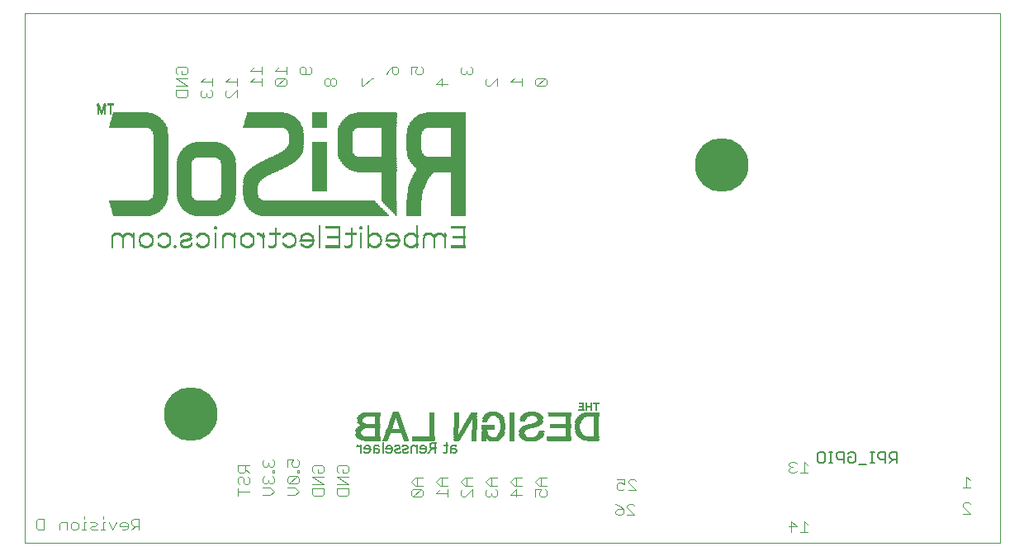
<source format=gbo>
G75*
%MOIN*%
%OFA0B0*%
%FSLAX24Y24*%
%IPPOS*%
%LPD*%
%AMOC8*
5,1,8,0,0,1.08239X$1,22.5*
%
%ADD10C,0.0000*%
%ADD11C,0.0040*%
%ADD12C,0.2165*%
%ADD13C,0.0050*%
%ADD14R,0.0016X0.0002*%
%ADD15R,0.0014X0.0002*%
%ADD16R,0.0068X0.0002*%
%ADD17R,0.0079X0.0002*%
%ADD18R,0.0070X0.0002*%
%ADD19R,0.0096X0.0002*%
%ADD20R,0.0014X0.0002*%
%ADD21R,0.0004X0.0002*%
%ADD22R,0.0110X0.0002*%
%ADD23R,0.0098X0.0002*%
%ADD24R,0.0007X0.0002*%
%ADD25R,0.0012X0.0002*%
%ADD26R,0.0007X0.0002*%
%ADD27R,0.0012X0.0002*%
%ADD28R,0.0117X0.0002*%
%ADD29R,0.0028X0.0002*%
%ADD30R,0.0133X0.0002*%
%ADD31R,0.0117X0.0002*%
%ADD32R,0.0119X0.0002*%
%ADD33R,0.0068X0.0002*%
%ADD34R,0.0066X0.0002*%
%ADD35R,0.0135X0.0002*%
%ADD36R,0.0040X0.0002*%
%ADD37R,0.0154X0.0002*%
%ADD38R,0.0135X0.0002*%
%ADD39R,0.0094X0.0002*%
%ADD40R,0.0151X0.0002*%
%ADD41R,0.0047X0.0002*%
%ADD42R,0.0171X0.0002*%
%ADD43R,0.0150X0.0002*%
%ADD44R,0.0116X0.0002*%
%ADD45R,0.0164X0.0002*%
%ADD46R,0.0135X0.0002*%
%ADD47R,0.0056X0.0002*%
%ADD48R,0.0186X0.0002*%
%ADD49R,0.0135X0.0002*%
%ADD50R,0.0165X0.0002*%
%ADD51R,0.0166X0.0002*%
%ADD52R,0.0140X0.0002*%
%ADD53R,0.0133X0.0002*%
%ADD54R,0.0177X0.0002*%
%ADD55R,0.0149X0.0002*%
%ADD56R,0.0061X0.0002*%
%ADD57R,0.0199X0.0002*%
%ADD58R,0.0179X0.0002*%
%ADD59R,0.0189X0.0002*%
%ADD60R,0.0163X0.0002*%
%ADD61R,0.0212X0.0002*%
%ADD62R,0.0163X0.0002*%
%ADD63R,0.0168X0.0002*%
%ADD64R,0.0072X0.0002*%
%ADD65R,0.0224X0.0002*%
%ADD66R,0.0200X0.0002*%
%ADD67R,0.0182X0.0002*%
%ADD68R,0.0175X0.0002*%
%ADD69R,0.0210X0.0002*%
%ADD70R,0.0187X0.0002*%
%ADD71R,0.0075X0.0002*%
%ADD72R,0.0234X0.0002*%
%ADD73R,0.0187X0.0002*%
%ADD74R,0.0193X0.0002*%
%ADD75R,0.0185X0.0002*%
%ADD76R,0.0084X0.0002*%
%ADD77R,0.0219X0.0002*%
%ADD78R,0.0198X0.0002*%
%ADD79R,0.0081X0.0002*%
%ADD80R,0.0243X0.0002*%
%ADD81R,0.0198X0.0002*%
%ADD82R,0.0221X0.0002*%
%ADD83R,0.0205X0.0002*%
%ADD84R,0.0591X0.0002*%
%ADD85R,0.0205X0.0002*%
%ADD86R,0.0196X0.0002*%
%ADD87R,0.0084X0.0002*%
%ADD88R,0.0084X0.0002*%
%ADD89R,0.0227X0.0002*%
%ADD90R,0.0208X0.0002*%
%ADD91R,0.0254X0.0002*%
%ADD92R,0.0215X0.0002*%
%ADD93R,0.0591X0.0002*%
%ADD94R,0.0215X0.0002*%
%ADD95R,0.0206X0.0002*%
%ADD96R,0.0084X0.0002*%
%ADD97R,0.0238X0.0002*%
%ADD98R,0.0088X0.0002*%
%ADD99R,0.0262X0.0002*%
%ADD100R,0.0238X0.0002*%
%ADD101R,0.0231X0.0002*%
%ADD102R,0.0226X0.0002*%
%ADD103R,0.0226X0.0002*%
%ADD104R,0.0217X0.0002*%
%ADD105R,0.0245X0.0002*%
%ADD106R,0.0089X0.0002*%
%ADD107R,0.0271X0.0002*%
%ADD108R,0.0233X0.0002*%
%ADD109R,0.0233X0.0002*%
%ADD110R,0.0254X0.0002*%
%ADD111R,0.0236X0.0002*%
%ADD112R,0.0093X0.0002*%
%ADD113R,0.0278X0.0002*%
%ADD114R,0.0235X0.0002*%
%ADD115R,0.0243X0.0002*%
%ADD116R,0.0096X0.0002*%
%ADD117R,0.0285X0.0002*%
%ADD118R,0.0250X0.0002*%
%ADD119R,0.0250X0.0002*%
%ADD120R,0.0241X0.0002*%
%ADD121R,0.0269X0.0002*%
%ADD122R,0.0098X0.0002*%
%ADD123R,0.0294X0.0002*%
%ADD124R,0.0270X0.0002*%
%ADD125R,0.0240X0.0002*%
%ADD126R,0.0261X0.0002*%
%ADD127R,0.0252X0.0002*%
%ADD128R,0.0261X0.0002*%
%ADD129R,0.0276X0.0002*%
%ADD130R,0.0261X0.0002*%
%ADD131R,0.0100X0.0002*%
%ADD132R,0.0303X0.0002*%
%ADD133R,0.0268X0.0002*%
%ADD134R,0.0259X0.0002*%
%ADD135R,0.0268X0.0002*%
%ADD136R,0.0259X0.0002*%
%ADD137R,0.0284X0.0002*%
%ADD138R,0.0268X0.0002*%
%ADD139R,0.0103X0.0002*%
%ADD140R,0.0308X0.0002*%
%ADD141R,0.0268X0.0002*%
%ADD142R,0.0275X0.0002*%
%ADD143R,0.0266X0.0002*%
%ADD144R,0.0275X0.0002*%
%ADD145R,0.0266X0.0002*%
%ADD146R,0.0291X0.0002*%
%ADD147R,0.0275X0.0002*%
%ADD148R,0.0103X0.0002*%
%ADD149R,0.0313X0.0002*%
%ADD150R,0.0275X0.0002*%
%ADD151R,0.0290X0.0002*%
%ADD152R,0.0247X0.0002*%
%ADD153R,0.0282X0.0002*%
%ADD154R,0.0273X0.0002*%
%ADD155R,0.0282X0.0002*%
%ADD156R,0.0297X0.0002*%
%ADD157R,0.0107X0.0002*%
%ADD158R,0.0320X0.0002*%
%ADD159R,0.0249X0.0002*%
%ADD160R,0.0289X0.0002*%
%ADD161R,0.0248X0.0002*%
%ADD162R,0.0280X0.0002*%
%ADD163R,0.0304X0.0002*%
%ADD164R,0.0289X0.0002*%
%ADD165R,0.0107X0.0002*%
%ADD166R,0.0327X0.0002*%
%ADD167R,0.0305X0.0002*%
%ADD168R,0.0250X0.0002*%
%ADD169R,0.0296X0.0002*%
%ADD170R,0.0287X0.0002*%
%ADD171R,0.0296X0.0002*%
%ADD172R,0.0310X0.0002*%
%ADD173R,0.0294X0.0002*%
%ADD174R,0.0109X0.0002*%
%ADD175R,0.0333X0.0002*%
%ADD176R,0.0310X0.0002*%
%ADD177R,0.0303X0.0002*%
%ADD178R,0.0294X0.0002*%
%ADD179R,0.0292X0.0002*%
%ADD180R,0.0315X0.0002*%
%ADD181R,0.0301X0.0002*%
%ADD182R,0.0338X0.0002*%
%ADD183R,0.0255X0.0002*%
%ADD184R,0.0310X0.0002*%
%ADD185R,0.0301X0.0002*%
%ADD186R,0.0310X0.0002*%
%ADD187R,0.0299X0.0002*%
%ADD188R,0.0322X0.0002*%
%ADD189R,0.0306X0.0002*%
%ADD190R,0.0110X0.0002*%
%ADD191R,0.0345X0.0002*%
%ADD192R,0.0322X0.0002*%
%ADD193R,0.0256X0.0002*%
%ADD194R,0.0313X0.0002*%
%ADD195R,0.0255X0.0002*%
%ADD196R,0.0305X0.0002*%
%ADD197R,0.0327X0.0002*%
%ADD198R,0.0311X0.0002*%
%ADD199R,0.0112X0.0002*%
%ADD200R,0.0348X0.0002*%
%ADD201R,0.0327X0.0002*%
%ADD202R,0.0257X0.0002*%
%ADD203R,0.0320X0.0002*%
%ADD204R,0.0312X0.0002*%
%ADD205R,0.0333X0.0002*%
%ADD206R,0.0319X0.0002*%
%ADD207R,0.0114X0.0002*%
%ADD208R,0.0354X0.0002*%
%ADD209R,0.0259X0.0002*%
%ADD210R,0.0327X0.0002*%
%ADD211R,0.0318X0.0002*%
%ADD212R,0.0317X0.0002*%
%ADD213R,0.0339X0.0002*%
%ADD214R,0.0324X0.0002*%
%ADD215R,0.0114X0.0002*%
%ADD216R,0.0359X0.0002*%
%ADD217R,0.0340X0.0002*%
%ADD218R,0.0331X0.0002*%
%ADD219R,0.0331X0.0002*%
%ADD220R,0.0343X0.0002*%
%ADD221R,0.0329X0.0002*%
%ADD222R,0.0364X0.0002*%
%ADD223R,0.0343X0.0002*%
%ADD224R,0.0262X0.0002*%
%ADD225R,0.0338X0.0002*%
%ADD226R,0.0329X0.0002*%
%ADD227R,0.0350X0.0002*%
%ADD228R,0.0336X0.0002*%
%ADD229R,0.0367X0.0002*%
%ADD230R,0.0264X0.0002*%
%ADD231R,0.0341X0.0002*%
%ADD232R,0.0264X0.0002*%
%ADD233R,0.0334X0.0002*%
%ADD234R,0.0354X0.0002*%
%ADD235R,0.0373X0.0002*%
%ADD236R,0.0348X0.0002*%
%ADD237R,0.0361X0.0002*%
%ADD238R,0.0346X0.0002*%
%ADD239R,0.0116X0.0002*%
%ADD240R,0.0378X0.0002*%
%ADD241R,0.0360X0.0002*%
%ADD242R,0.0352X0.0002*%
%ADD243R,0.0345X0.0002*%
%ADD244R,0.0352X0.0002*%
%ADD245R,0.0364X0.0002*%
%ADD246R,0.0381X0.0002*%
%ADD247R,0.0367X0.0002*%
%ADD248R,0.0117X0.0002*%
%ADD249R,0.0385X0.0002*%
%ADD250R,0.0362X0.0002*%
%ADD251R,0.0355X0.0002*%
%ADD252R,0.0362X0.0002*%
%ADD253R,0.0374X0.0002*%
%ADD254R,0.0361X0.0002*%
%ADD255R,0.0389X0.0002*%
%ADD256R,0.0360X0.0002*%
%ADD257R,0.0375X0.0002*%
%ADD258R,0.0271X0.0002*%
%ADD259R,0.0357X0.0002*%
%ADD260R,0.0378X0.0002*%
%ADD261R,0.0392X0.0002*%
%ADD262R,0.0378X0.0002*%
%ADD263R,0.0270X0.0002*%
%ADD264R,0.0373X0.0002*%
%ADD265R,0.0269X0.0002*%
%ADD266R,0.0364X0.0002*%
%ADD267R,0.0381X0.0002*%
%ADD268R,0.0399X0.0002*%
%ADD269R,0.0376X0.0002*%
%ADD270R,0.0369X0.0002*%
%ADD271R,0.0387X0.0002*%
%ADD272R,0.0403X0.0002*%
%ADD273R,0.0380X0.0002*%
%ADD274R,0.0380X0.0002*%
%ADD275R,0.0371X0.0002*%
%ADD276R,0.0392X0.0002*%
%ADD277R,0.0378X0.0002*%
%ADD278R,0.0406X0.0002*%
%ADD279R,0.0392X0.0002*%
%ADD280R,0.0396X0.0002*%
%ADD281R,0.0184X0.0002*%
%ADD282R,0.0395X0.0002*%
%ADD283R,0.0390X0.0002*%
%ADD284R,0.0382X0.0002*%
%ADD285R,0.0390X0.0002*%
%ADD286R,0.0399X0.0002*%
%ADD287R,0.0385X0.0002*%
%ADD288R,0.0173X0.0002*%
%ADD289R,0.0394X0.0002*%
%ADD290R,0.0403X0.0002*%
%ADD291R,0.0390X0.0002*%
%ADD292R,0.0152X0.0002*%
%ADD293R,0.0163X0.0002*%
%ADD294R,0.0277X0.0002*%
%ADD295R,0.0397X0.0002*%
%ADD296R,0.0276X0.0002*%
%ADD297R,0.0397X0.0002*%
%ADD298R,0.0389X0.0002*%
%ADD299R,0.0408X0.0002*%
%ADD300R,0.0145X0.0002*%
%ADD301R,0.0154X0.0002*%
%ADD302R,0.0408X0.0002*%
%ADD303R,0.0277X0.0002*%
%ADD304R,0.0186X0.0002*%
%ADD305R,0.0187X0.0002*%
%ADD306R,0.0138X0.0002*%
%ADD307R,0.0185X0.0002*%
%ADD308R,0.0187X0.0002*%
%ADD309R,0.0278X0.0002*%
%ADD310R,0.0177X0.0002*%
%ADD311R,0.0395X0.0002*%
%ADD312R,0.0401X0.0002*%
%ADD313R,0.0142X0.0002*%
%ADD314R,0.0074X0.0002*%
%ADD315R,0.0180X0.0002*%
%ADD316R,0.0404X0.0002*%
%ADD317R,0.0130X0.0002*%
%ADD318R,0.0137X0.0002*%
%ADD319R,0.0060X0.0002*%
%ADD320R,0.0142X0.0002*%
%ADD321R,0.0156X0.0002*%
%ADD322R,0.0159X0.0002*%
%ADD323R,0.0152X0.0002*%
%ADD324R,0.0170X0.0002*%
%ADD325R,0.0156X0.0002*%
%ADD326R,0.0172X0.0002*%
%ADD327R,0.0158X0.0002*%
%ADD328R,0.0159X0.0002*%
%ADD329R,0.0180X0.0002*%
%ADD330R,0.0124X0.0002*%
%ADD331R,0.0133X0.0002*%
%ADD332R,0.0045X0.0002*%
%ADD333R,0.0152X0.0002*%
%ADD334R,0.0231X0.0002*%
%ADD335R,0.0145X0.0002*%
%ADD336R,0.0170X0.0002*%
%ADD337R,0.0105X0.0002*%
%ADD338R,0.0123X0.0002*%
%ADD339R,0.0129X0.0002*%
%ADD340R,0.0154X0.0002*%
%ADD341R,0.0035X0.0002*%
%ADD342R,0.0144X0.0002*%
%ADD343R,0.0147X0.0002*%
%ADD344R,0.0222X0.0002*%
%ADD345R,0.0158X0.0002*%
%ADD346R,0.0147X0.0002*%
%ADD347R,0.0224X0.0002*%
%ADD348R,0.0151X0.0002*%
%ADD349R,0.0156X0.0002*%
%ADD350R,0.0161X0.0002*%
%ADD351R,0.0119X0.0002*%
%ADD352R,0.0126X0.0002*%
%ADD353R,0.0150X0.0002*%
%ADD354R,0.0028X0.0002*%
%ADD355R,0.0140X0.0002*%
%ADD356R,0.0144X0.0002*%
%ADD357R,0.0217X0.0002*%
%ADD358R,0.0101X0.0002*%
%ADD359R,0.0124X0.0002*%
%ADD360R,0.0019X0.0002*%
%ADD361R,0.0138X0.0002*%
%ADD362R,0.0136X0.0002*%
%ADD363R,0.0149X0.0002*%
%ADD364R,0.0143X0.0002*%
%ADD365R,0.0145X0.0002*%
%ADD366R,0.0121X0.0002*%
%ADD367R,0.0012X0.0002*%
%ADD368R,0.0119X0.0002*%
%ADD369R,0.0012X0.0002*%
%ADD370R,0.0138X0.0002*%
%ADD371R,0.0142X0.0002*%
%ADD372R,0.0145X0.0002*%
%ADD373R,0.0110X0.0002*%
%ADD374R,0.0129X0.0002*%
%ADD375R,0.0133X0.0002*%
%ADD376R,0.0130X0.0002*%
%ADD377R,0.0138X0.0002*%
%ADD378R,0.0115X0.0002*%
%ADD379R,0.0128X0.0002*%
%ADD380R,0.0194X0.0002*%
%ADD381R,0.0093X0.0002*%
%ADD382R,0.0112X0.0002*%
%ADD383R,0.0128X0.0002*%
%ADD384R,0.0191X0.0002*%
%ADD385R,0.0124X0.0002*%
%ADD386R,0.0128X0.0002*%
%ADD387R,0.0191X0.0002*%
%ADD388R,0.0131X0.0002*%
%ADD389R,0.0089X0.0002*%
%ADD390R,0.0112X0.0002*%
%ADD391R,0.0108X0.0002*%
%ADD392R,0.0126X0.0002*%
%ADD393R,0.0086X0.0002*%
%ADD394R,0.0103X0.0002*%
%ADD395R,0.0182X0.0002*%
%ADD396R,0.0131X0.0002*%
%ADD397R,0.0101X0.0002*%
%ADD398R,0.0109X0.0002*%
%ADD399R,0.0105X0.0002*%
%ADD400R,0.0123X0.0002*%
%ADD401R,0.0117X0.0002*%
%ADD402R,0.0126X0.0002*%
%ADD403R,0.0121X0.0002*%
%ADD404R,0.0175X0.0002*%
%ADD405R,0.0075X0.0002*%
%ADD406R,0.0103X0.0002*%
%ADD407R,0.0171X0.0002*%
%ADD408R,0.0115X0.0002*%
%ADD409R,0.0126X0.0002*%
%ADD410R,0.0072X0.0002*%
%ADD411R,0.0098X0.0002*%
%ADD412R,0.0124X0.0002*%
%ADD413R,0.0102X0.0002*%
%ADD414R,0.0110X0.0002*%
%ADD415R,0.0119X0.0002*%
%ADD416R,0.0121X0.0002*%
%ADD417R,0.0100X0.0002*%
%ADD418R,0.0100X0.0002*%
%ADD419R,0.0054X0.0002*%
%ADD420R,0.0095X0.0002*%
%ADD421R,0.0047X0.0002*%
%ADD422R,0.0108X0.0002*%
%ADD423R,0.0112X0.0002*%
%ADD424R,0.0040X0.0002*%
%ADD425R,0.0098X0.0002*%
%ADD426R,0.0107X0.0002*%
%ADD427R,0.0026X0.0002*%
%ADD428R,0.0091X0.0002*%
%ADD429R,0.0091X0.0002*%
%ADD430R,0.0089X0.0002*%
%ADD431R,0.0095X0.0002*%
%ADD432R,0.0094X0.0002*%
%ADD433R,0.0093X0.0002*%
%ADD434R,0.0091X0.0002*%
%ADD435R,0.0088X0.0002*%
%ADD436R,0.0091X0.0002*%
%ADD437R,0.0136X0.0002*%
%ADD438R,0.0100X0.0002*%
%ADD439R,0.0086X0.0002*%
%ADD440R,0.0102X0.0002*%
%ADD441R,0.0107X0.0002*%
%ADD442R,0.0089X0.0002*%
%ADD443R,0.0082X0.0002*%
%ADD444R,0.0082X0.0002*%
%ADD445R,0.0082X0.0002*%
%ADD446R,0.0086X0.0002*%
%ADD447R,0.0082X0.0002*%
%ADD448R,0.0081X0.0002*%
%ADD449R,0.0086X0.0002*%
%ADD450R,0.0093X0.0002*%
%ADD451R,0.0080X0.0002*%
%ADD452R,0.0080X0.0002*%
%ADD453R,0.0079X0.0002*%
%ADD454R,0.0077X0.0002*%
%ADD455R,0.0156X0.0002*%
%ADD456R,0.0182X0.0002*%
%ADD457R,0.0191X0.0002*%
%ADD458R,0.0574X0.0002*%
%ADD459R,0.0574X0.0002*%
%ADD460R,0.0208X0.0002*%
%ADD461R,0.0002X0.0002*%
%ADD462R,0.0574X0.0002*%
%ADD463R,0.0002X0.0002*%
%ADD464R,0.0574X0.0002*%
%ADD465R,0.0217X0.0002*%
%ADD466R,0.0579X0.0002*%
%ADD467R,0.0579X0.0002*%
%ADD468R,0.0581X0.0002*%
%ADD469R,0.0233X0.0002*%
%ADD470R,0.0242X0.0002*%
%ADD471R,0.0581X0.0002*%
%ADD472R,0.0287X0.0002*%
%ADD473R,0.0292X0.0002*%
%ADD474R,0.0301X0.0002*%
%ADD475R,0.0583X0.0002*%
%ADD476R,0.0583X0.0002*%
%ADD477R,0.0311X0.0002*%
%ADD478R,0.0313X0.0002*%
%ADD479R,0.0308X0.0002*%
%ADD480R,0.0304X0.0002*%
%ADD481R,0.0287X0.0002*%
%ADD482R,0.0284X0.0002*%
%ADD483R,0.0579X0.0002*%
%ADD484R,0.0579X0.0002*%
%ADD485R,0.0252X0.0002*%
%ADD486R,0.0236X0.0002*%
%ADD487R,0.0227X0.0002*%
%ADD488R,0.0219X0.0002*%
%ADD489R,0.0203X0.0002*%
%ADD490R,0.0194X0.0002*%
%ADD491R,0.0159X0.0002*%
%ADD492R,0.0121X0.0002*%
%ADD493R,0.0541X0.0002*%
%ADD494R,0.0541X0.0002*%
%ADD495R,0.0077X0.0002*%
%ADD496R,0.0077X0.0002*%
%ADD497R,0.0147X0.0002*%
%ADD498R,0.0147X0.0002*%
%ADD499R,0.0161X0.0002*%
%ADD500R,0.0165X0.0002*%
%ADD501R,0.0164X0.0002*%
%ADD502R,0.0168X0.0002*%
%ADD503R,0.0168X0.0002*%
%ADD504R,0.0179X0.0002*%
%ADD505R,0.0173X0.0002*%
%ADD506R,0.0182X0.0002*%
%ADD507R,0.0178X0.0002*%
%ADD508R,0.0200X0.0002*%
%ADD509R,0.0203X0.0002*%
%ADD510R,0.0159X0.0002*%
%ADD511R,0.0206X0.0002*%
%ADD512R,0.0207X0.0002*%
%ADD513R,0.0152X0.0002*%
%ADD514R,0.0212X0.0002*%
%ADD515R,0.0166X0.0002*%
%ADD516R,0.0212X0.0002*%
%ADD517R,0.0161X0.0002*%
%ADD518R,0.0128X0.0002*%
%ADD519R,0.0173X0.0002*%
%ADD520R,0.0177X0.0002*%
%ADD521R,0.0142X0.0002*%
%ADD522R,0.0193X0.0002*%
%ADD523R,0.0184X0.0002*%
%ADD524R,0.0178X0.0002*%
%ADD525R,0.0143X0.0002*%
%ADD526R,0.0201X0.0002*%
%ADD527R,0.0191X0.0002*%
%ADD528R,0.0457X0.0002*%
%ADD529R,0.0212X0.0002*%
%ADD530R,0.0201X0.0002*%
%ADD531R,0.0196X0.0002*%
%ADD532R,0.0457X0.0002*%
%ADD533R,0.0137X0.0002*%
%ADD534R,0.0208X0.0002*%
%ADD535R,0.0214X0.0002*%
%ADD536R,0.0172X0.0002*%
%ADD537R,0.0173X0.0002*%
%ADD538R,0.0170X0.0002*%
%ADD539R,0.0170X0.0002*%
%ADD540R,0.0413X0.0002*%
%ADD541R,0.0413X0.0002*%
%ADD542R,0.0409X0.0002*%
%ADD543R,0.0401X0.0002*%
%ADD544R,0.0410X0.0002*%
%ADD545R,0.0189X0.0002*%
%ADD546R,0.0154X0.0002*%
%ADD547R,0.0163X0.0002*%
%ADD548R,0.0406X0.0002*%
%ADD549R,0.0397X0.0002*%
%ADD550R,0.0374X0.0002*%
%ADD551R,0.0359X0.0002*%
%ADD552R,0.0394X0.0002*%
%ADD553R,0.0387X0.0002*%
%ADD554R,0.0387X0.0002*%
%ADD555R,0.0355X0.0002*%
%ADD556R,0.0397X0.0002*%
%ADD557R,0.0383X0.0002*%
%ADD558R,0.0383X0.0002*%
%ADD559R,0.0352X0.0002*%
%ADD560R,0.0392X0.0002*%
%ADD561R,0.0352X0.0002*%
%ADD562R,0.0348X0.0002*%
%ADD563R,0.0371X0.0002*%
%ADD564R,0.0375X0.0002*%
%ADD565R,0.0382X0.0002*%
%ADD566R,0.0348X0.0002*%
%ADD567R,0.0376X0.0002*%
%ADD568R,0.0341X0.0002*%
%ADD569R,0.0380X0.0002*%
%ADD570R,0.0373X0.0002*%
%ADD571R,0.0383X0.0002*%
%ADD572R,0.0380X0.0002*%
%ADD573R,0.0366X0.0002*%
%ADD574R,0.0366X0.0002*%
%ADD575R,0.0338X0.0002*%
%ADD576R,0.0362X0.0002*%
%ADD577R,0.0369X0.0002*%
%ADD578R,0.0334X0.0002*%
%ADD579R,0.0331X0.0002*%
%ADD580R,0.0371X0.0002*%
%ADD581R,0.0357X0.0002*%
%ADD582R,0.0331X0.0002*%
%ADD583R,0.0347X0.0002*%
%ADD584R,0.0336X0.0002*%
%ADD585R,0.0324X0.0002*%
%ADD586R,0.0357X0.0002*%
%ADD587R,0.0350X0.0002*%
%ADD588R,0.0364X0.0002*%
%ADD589R,0.0336X0.0002*%
%ADD590R,0.0346X0.0002*%
%ADD591R,0.0343X0.0002*%
%ADD592R,0.0329X0.0002*%
%ADD593R,0.0315X0.0002*%
%ADD594R,0.0353X0.0002*%
%ADD595R,0.0329X0.0002*%
%ADD596R,0.0339X0.0002*%
%ADD597R,0.0340X0.0002*%
%ADD598R,0.0334X0.0002*%
%ADD599R,0.0303X0.0002*%
%ADD600R,0.0320X0.0002*%
%ADD601R,0.0322X0.0002*%
%ADD602R,0.0319X0.0002*%
%ADD603R,0.0336X0.0002*%
%ADD604R,0.0318X0.0002*%
%ADD605R,0.0317X0.0002*%
%ADD606R,0.0292X0.0002*%
%ADD607R,0.0308X0.0002*%
%ADD608R,0.0308X0.0002*%
%ADD609R,0.0325X0.0002*%
%ADD610R,0.0306X0.0002*%
%ADD611R,0.0299X0.0002*%
%ADD612R,0.0301X0.0002*%
%ADD613R,0.0291X0.0002*%
%ADD614R,0.0278X0.0002*%
%ADD615R,0.0297X0.0002*%
%ADD616R,0.0294X0.0002*%
%ADD617R,0.0290X0.0002*%
%ADD618R,0.0273X0.0002*%
%ADD619R,0.0283X0.0002*%
%ADD620R,0.0285X0.0002*%
%ADD621R,0.0273X0.0002*%
%ADD622R,0.0273X0.0002*%
%ADD623R,0.0266X0.0002*%
%ADD624R,0.0266X0.0002*%
%ADD625R,0.0282X0.0002*%
%ADD626R,0.0264X0.0002*%
%ADD627R,0.0256X0.0002*%
%ADD628R,0.0259X0.0002*%
%ADD629R,0.0245X0.0002*%
%ADD630R,0.0252X0.0002*%
%ADD631R,0.0247X0.0002*%
%ADD632R,0.0240X0.0002*%
%ADD633R,0.0241X0.0002*%
%ADD634R,0.0238X0.0002*%
%ADD635R,0.0238X0.0002*%
%ADD636R,0.0235X0.0002*%
%ADD637R,0.0229X0.0002*%
%ADD638R,0.0226X0.0002*%
%ADD639R,0.0221X0.0002*%
%ADD640R,0.0220X0.0002*%
%ADD641R,0.0208X0.0002*%
%ADD642R,0.0217X0.0002*%
%ADD643R,0.0203X0.0002*%
%ADD644R,0.0199X0.0002*%
%ADD645R,0.0214X0.0002*%
%ADD646R,0.0161X0.0002*%
%ADD647R,0.0177X0.0002*%
%ADD648R,0.0063X0.0002*%
%ADD649R,0.0054X0.0002*%
%ADD650R,0.0044X0.0002*%
%ADD651R,0.0068X0.0002*%
%ADD652R,0.0030X0.0002*%
%ADD653R,0.0066X0.0002*%
%ADD654R,0.0068X0.0002*%
%ADD655R,0.0007X0.0002*%
%ADD656R,0.0005X0.0002*%
%ADD657R,0.0007X0.0002*%
%ADD658R,0.0005X0.0002*%
%ADD659R,0.0067X0.0002*%
%ADD660R,0.0016X0.0002*%
%ADD661R,0.0028X0.0002*%
%ADD662R,0.0040X0.0002*%
%ADD663R,0.0049X0.0002*%
%ADD664R,0.0063X0.0002*%
%ADD665R,0.0077X0.0002*%
%ADD666R,0.0074X0.0002*%
%ADD667R,0.0049X0.0002*%
%ADD668R,0.0040X0.0002*%
%ADD669R,0.0002X0.0002*%
%ADD670R,0.0002X0.0002*%
%ADD671R,0.1328X0.0002*%
%ADD672R,0.0634X0.0002*%
%ADD673R,0.1386X0.0002*%
%ADD674R,0.3626X0.0002*%
%ADD675R,0.0595X0.0002*%
%ADD676R,0.0593X0.0002*%
%ADD677R,0.1367X0.0002*%
%ADD678R,0.0714X0.0002*%
%ADD679R,0.5052X0.0002*%
%ADD680R,0.0595X0.0002*%
%ADD681R,0.0593X0.0002*%
%ADD682R,0.1391X0.0002*%
%ADD683R,0.0758X0.0002*%
%ADD684R,0.1451X0.0002*%
%ADD685R,0.3621X0.0002*%
%ADD686R,0.0004X0.0002*%
%ADD687R,0.1409X0.0002*%
%ADD688R,0.0793X0.0002*%
%ADD689R,0.1468X0.0002*%
%ADD690R,0.3619X0.0002*%
%ADD691R,0.1425X0.0002*%
%ADD692R,0.0823X0.0002*%
%ADD693R,0.5101X0.0002*%
%ADD694R,0.1438X0.0002*%
%ADD695R,0.0849X0.0002*%
%ADD696R,0.1498X0.0002*%
%ADD697R,0.3614X0.0002*%
%ADD698R,0.0009X0.0002*%
%ADD699R,0.1451X0.0002*%
%ADD700R,0.0871X0.0002*%
%ADD701R,0.1509X0.0002*%
%ADD702R,0.3612X0.0002*%
%ADD703R,0.0011X0.0002*%
%ADD704R,0.1461X0.0002*%
%ADD705R,0.0894X0.0002*%
%ADD706R,0.5131X0.0002*%
%ADD707R,0.1472X0.0002*%
%ADD708R,0.0914X0.0002*%
%ADD709R,0.1531X0.0002*%
%ADD710R,0.3607X0.0002*%
%ADD711R,0.1482X0.0002*%
%ADD712R,0.0933X0.0002*%
%ADD713R,0.1542X0.0002*%
%ADD714R,0.3605X0.0002*%
%ADD715R,0.1491X0.0002*%
%ADD716R,0.0950X0.0002*%
%ADD717R,0.1550X0.0002*%
%ADD718R,0.3603X0.0002*%
%ADD719R,0.1500X0.0002*%
%ADD720R,0.0968X0.0002*%
%ADD721R,0.5162X0.0002*%
%ADD722R,0.0018X0.0002*%
%ADD723R,0.1510X0.0002*%
%ADD724R,0.0984X0.0002*%
%ADD725R,0.1568X0.0002*%
%ADD726R,0.3598X0.0002*%
%ADD727R,0.0019X0.0002*%
%ADD728R,0.1517X0.0002*%
%ADD729R,0.0999X0.0002*%
%ADD730R,0.1577X0.0002*%
%ADD731R,0.3596X0.0002*%
%ADD732R,0.0021X0.0002*%
%ADD733R,0.1524X0.0002*%
%ADD734R,0.1013X0.0002*%
%ADD735R,0.5180X0.0002*%
%ADD736R,0.0023X0.0002*%
%ADD737R,0.1533X0.0002*%
%ADD738R,0.1029X0.0002*%
%ADD739R,0.1593X0.0002*%
%ADD740R,0.3591X0.0002*%
%ADD741R,0.0025X0.0002*%
%ADD742R,0.1540X0.0002*%
%ADD743R,0.1041X0.0002*%
%ADD744R,0.1599X0.0002*%
%ADD745R,0.3589X0.0002*%
%ADD746R,0.0026X0.0002*%
%ADD747R,0.1547X0.0002*%
%ADD748R,0.1055X0.0002*%
%ADD749R,0.5196X0.0002*%
%ADD750R,0.1554X0.0002*%
%ADD751R,0.1068X0.0002*%
%ADD752R,0.1614X0.0002*%
%ADD753R,0.3584X0.0002*%
%ADD754R,0.0030X0.0002*%
%ADD755R,0.1561X0.0002*%
%ADD756R,0.1081X0.0002*%
%ADD757R,0.1621X0.0002*%
%ADD758R,0.3582X0.0002*%
%ADD759R,0.0031X0.0002*%
%ADD760R,0.1568X0.0002*%
%ADD761R,0.1094X0.0002*%
%ADD762R,0.1626X0.0002*%
%ADD763R,0.3580X0.0002*%
%ADD764R,0.0033X0.0002*%
%ADD765R,0.1573X0.0002*%
%ADD766R,0.1104X0.0002*%
%ADD767R,0.5213X0.0002*%
%ADD768R,0.0035X0.0002*%
%ADD769R,0.1582X0.0002*%
%ADD770R,0.1116X0.0002*%
%ADD771R,0.1640X0.0002*%
%ADD772R,0.3575X0.0002*%
%ADD773R,0.0037X0.0002*%
%ADD774R,0.1587X0.0002*%
%ADD775R,0.1129X0.0002*%
%ADD776R,0.1645X0.0002*%
%ADD777R,0.3574X0.0002*%
%ADD778R,0.0039X0.0002*%
%ADD779R,0.1593X0.0002*%
%ADD780R,0.1139X0.0002*%
%ADD781R,0.5226X0.0002*%
%ADD782R,0.1600X0.0002*%
%ADD783R,0.1150X0.0002*%
%ADD784R,0.1659X0.0002*%
%ADD785R,0.3568X0.0002*%
%ADD786R,0.0042X0.0002*%
%ADD787R,0.1605X0.0002*%
%ADD788R,0.1160X0.0002*%
%ADD789R,0.1664X0.0002*%
%ADD790R,0.3566X0.0002*%
%ADD791R,0.0044X0.0002*%
%ADD792R,0.1610X0.0002*%
%ADD793R,0.1171X0.0002*%
%ADD794R,0.5236X0.0002*%
%ADD795R,0.0046X0.0002*%
%ADD796R,0.1615X0.0002*%
%ADD797R,0.1181X0.0002*%
%ADD798R,0.1676X0.0002*%
%ADD799R,0.3561X0.0002*%
%ADD800R,0.1622X0.0002*%
%ADD801R,0.1192X0.0002*%
%ADD802R,0.1680X0.0002*%
%ADD803R,0.3560X0.0002*%
%ADD804R,0.1628X0.0002*%
%ADD805R,0.1200X0.0002*%
%ADD806R,0.1685X0.0002*%
%ADD807R,0.3558X0.0002*%
%ADD808R,0.0051X0.0002*%
%ADD809R,0.1633X0.0002*%
%ADD810R,0.1211X0.0002*%
%ADD811R,0.5248X0.0002*%
%ADD812R,0.0053X0.0002*%
%ADD813R,0.1638X0.0002*%
%ADD814R,0.1220X0.0002*%
%ADD815R,0.1698X0.0002*%
%ADD816R,0.3553X0.0002*%
%ADD817R,0.0054X0.0002*%
%ADD818R,0.1643X0.0002*%
%ADD819R,0.1229X0.0002*%
%ADD820R,0.1701X0.0002*%
%ADD821R,0.3551X0.0002*%
%ADD822R,0.1647X0.0002*%
%ADD823R,0.1239X0.0002*%
%ADD824R,0.5257X0.0002*%
%ADD825R,0.0058X0.0002*%
%ADD826R,0.1654X0.0002*%
%ADD827R,0.1248X0.0002*%
%ADD828R,0.1713X0.0002*%
%ADD829R,0.3545X0.0002*%
%ADD830R,0.1659X0.0002*%
%ADD831R,0.1256X0.0002*%
%ADD832R,0.1717X0.0002*%
%ADD833R,0.3544X0.0002*%
%ADD834R,0.1663X0.0002*%
%ADD835R,0.1265X0.0002*%
%ADD836R,0.5266X0.0002*%
%ADD837R,0.0063X0.0002*%
%ADD838R,0.1668X0.0002*%
%ADD839R,0.1274X0.0002*%
%ADD840R,0.1727X0.0002*%
%ADD841R,0.3539X0.0002*%
%ADD842R,0.0065X0.0002*%
%ADD843R,0.1673X0.0002*%
%ADD844R,0.1283X0.0002*%
%ADD845R,0.1731X0.0002*%
%ADD846R,0.3537X0.0002*%
%ADD847R,0.1290X0.0002*%
%ADD848R,0.1736X0.0002*%
%ADD849R,0.3535X0.0002*%
%ADD850R,0.1682X0.0002*%
%ADD851R,0.1299X0.0002*%
%ADD852R,0.5275X0.0002*%
%ADD853R,0.0070X0.0002*%
%ADD854R,0.1687X0.0002*%
%ADD855R,0.1307X0.0002*%
%ADD856R,0.1746X0.0002*%
%ADD857R,0.3530X0.0002*%
%ADD858R,0.0072X0.0002*%
%ADD859R,0.1691X0.0002*%
%ADD860R,0.1314X0.0002*%
%ADD861R,0.1750X0.0002*%
%ADD862R,0.3528X0.0002*%
%ADD863R,0.1696X0.0002*%
%ADD864R,0.1323X0.0002*%
%ADD865R,0.5281X0.0002*%
%ADD866R,0.1330X0.0002*%
%ADD867R,0.1759X0.0002*%
%ADD868R,0.3523X0.0002*%
%ADD869R,0.1704X0.0002*%
%ADD870R,0.1339X0.0002*%
%ADD871R,0.1762X0.0002*%
%ADD872R,0.3521X0.0002*%
%ADD873R,0.1708X0.0002*%
%ADD874R,0.1346X0.0002*%
%ADD875R,0.5289X0.0002*%
%ADD876R,0.1711X0.0002*%
%ADD877R,0.1353X0.0002*%
%ADD878R,0.1773X0.0002*%
%ADD879R,0.3516X0.0002*%
%ADD880R,0.1361X0.0002*%
%ADD881R,0.1776X0.0002*%
%ADD882R,0.3514X0.0002*%
%ADD883R,0.1720X0.0002*%
%ADD884R,0.1369X0.0002*%
%ADD885R,0.1780X0.0002*%
%ADD886R,0.3512X0.0002*%
%ADD887R,0.1726X0.0002*%
%ADD888R,0.1375X0.0002*%
%ADD889R,0.5295X0.0002*%
%ADD890R,0.1731X0.0002*%
%ADD891R,0.1383X0.0002*%
%ADD892R,0.1789X0.0002*%
%ADD893R,0.3507X0.0002*%
%ADD894R,0.1734X0.0002*%
%ADD895R,0.1390X0.0002*%
%ADD896R,0.1792X0.0002*%
%ADD897R,0.3505X0.0002*%
%ADD898R,0.1738X0.0002*%
%ADD899R,0.1396X0.0002*%
%ADD900R,0.5301X0.0002*%
%ADD901R,0.1743X0.0002*%
%ADD902R,0.1404X0.0002*%
%ADD903R,0.1801X0.0002*%
%ADD904R,0.3500X0.0002*%
%ADD905R,0.1746X0.0002*%
%ADD906R,0.1410X0.0002*%
%ADD907R,0.1804X0.0002*%
%ADD908R,0.3498X0.0002*%
%ADD909R,0.1748X0.0002*%
%ADD910R,0.1417X0.0002*%
%ADD911R,0.5306X0.0002*%
%ADD912R,0.1752X0.0002*%
%ADD913R,0.1425X0.0002*%
%ADD914R,0.1813X0.0002*%
%ADD915R,0.3493X0.0002*%
%ADD916R,0.1757X0.0002*%
%ADD917R,0.1430X0.0002*%
%ADD918R,0.1816X0.0002*%
%ADD919R,0.3491X0.0002*%
%ADD920R,0.1761X0.0002*%
%ADD921R,0.1437X0.0002*%
%ADD922R,0.1820X0.0002*%
%ADD923R,0.3489X0.0002*%
%ADD924R,0.1764X0.0002*%
%ADD925R,0.1444X0.0002*%
%ADD926R,0.5313X0.0002*%
%ADD927R,0.1769X0.0002*%
%ADD928R,0.1449X0.0002*%
%ADD929R,0.1827X0.0002*%
%ADD930R,0.3484X0.0002*%
%ADD931R,0.1456X0.0002*%
%ADD932R,0.1831X0.0002*%
%ADD933R,0.3483X0.0002*%
%ADD934R,0.1463X0.0002*%
%ADD935R,0.5316X0.0002*%
%ADD936R,0.1839X0.0002*%
%ADD937R,0.3477X0.0002*%
%ADD938R,0.1783X0.0002*%
%ADD939R,0.1475X0.0002*%
%ADD940R,0.1843X0.0002*%
%ADD941R,0.3475X0.0002*%
%ADD942R,0.1787X0.0002*%
%ADD943R,0.1480X0.0002*%
%ADD944R,0.5320X0.0002*%
%ADD945R,0.1790X0.0002*%
%ADD946R,0.1487X0.0002*%
%ADD947R,0.1850X0.0002*%
%ADD948R,0.3472X0.0002*%
%ADD949R,0.1794X0.0002*%
%ADD950R,0.1493X0.0002*%
%ADD951R,0.1853X0.0002*%
%ADD952R,0.3470X0.0002*%
%ADD953R,0.1797X0.0002*%
%ADD954R,0.1500X0.0002*%
%ADD955R,0.1857X0.0002*%
%ADD956R,0.3469X0.0002*%
%ADD957R,0.1801X0.0002*%
%ADD958R,0.1505X0.0002*%
%ADD959R,0.5327X0.0002*%
%ADD960R,0.1804X0.0002*%
%ADD961R,0.1510X0.0002*%
%ADD962R,0.1864X0.0002*%
%ADD963R,0.3463X0.0002*%
%ADD964R,0.1808X0.0002*%
%ADD965R,0.1517X0.0002*%
%ADD966R,0.1867X0.0002*%
%ADD967R,0.3462X0.0002*%
%ADD968R,0.1811X0.0002*%
%ADD969R,0.1523X0.0002*%
%ADD970R,0.5330X0.0002*%
%ADD971R,0.1815X0.0002*%
%ADD972R,0.1528X0.0002*%
%ADD973R,0.1874X0.0002*%
%ADD974R,0.3456X0.0002*%
%ADD975R,0.1818X0.0002*%
%ADD976R,0.1535X0.0002*%
%ADD977R,0.1876X0.0002*%
%ADD978R,0.3454X0.0002*%
%ADD979R,0.1822X0.0002*%
%ADD980R,0.1540X0.0002*%
%ADD981R,0.5334X0.0002*%
%ADD982R,0.1824X0.0002*%
%ADD983R,0.1545X0.0002*%
%ADD984R,0.1885X0.0002*%
%ADD985R,0.3449X0.0002*%
%ADD986R,0.1829X0.0002*%
%ADD987R,0.1550X0.0002*%
%ADD988R,0.1886X0.0002*%
%ADD989R,0.3448X0.0002*%
%ADD990R,0.1830X0.0002*%
%ADD991R,0.1556X0.0002*%
%ADD992R,0.1890X0.0002*%
%ADD993R,0.3446X0.0002*%
%ADD994R,0.1834X0.0002*%
%ADD995R,0.5337X0.0002*%
%ADD996R,0.1838X0.0002*%
%ADD997R,0.1897X0.0002*%
%ADD998R,0.3440X0.0002*%
%ADD999R,0.1841X0.0002*%
%ADD1000R,0.1573X0.0002*%
%ADD1001R,0.1899X0.0002*%
%ADD1002R,0.3439X0.0002*%
%ADD1003R,0.1843X0.0002*%
%ADD1004R,0.1579X0.0002*%
%ADD1005R,0.5341X0.0002*%
%ADD1006R,0.1848X0.0002*%
%ADD1007R,0.1584X0.0002*%
%ADD1008R,0.1906X0.0002*%
%ADD1009R,0.3434X0.0002*%
%ADD1010R,0.1850X0.0002*%
%ADD1011R,0.1589X0.0002*%
%ADD1012R,0.1909X0.0002*%
%ADD1013R,0.3432X0.0002*%
%ADD1014R,0.1853X0.0002*%
%ADD1015R,0.1594X0.0002*%
%ADD1016R,0.5343X0.0002*%
%ADD1017R,0.1855X0.0002*%
%ADD1018R,0.1916X0.0002*%
%ADD1019R,0.3427X0.0002*%
%ADD1020R,0.1860X0.0002*%
%ADD1021R,0.1603X0.0002*%
%ADD1022R,0.1918X0.0002*%
%ADD1023R,0.3425X0.0002*%
%ADD1024R,0.1862X0.0002*%
%ADD1025R,0.1608X0.0002*%
%ADD1026R,0.1921X0.0002*%
%ADD1027R,0.3423X0.0002*%
%ADD1028R,0.1865X0.0002*%
%ADD1029R,0.1614X0.0002*%
%ADD1030R,0.5346X0.0002*%
%ADD1031R,0.1869X0.0002*%
%ADD1032R,0.1619X0.0002*%
%ADD1033R,0.1928X0.0002*%
%ADD1034R,0.3418X0.0002*%
%ADD1035R,0.1873X0.0002*%
%ADD1036R,0.1624X0.0002*%
%ADD1037R,0.1930X0.0002*%
%ADD1038R,0.3416X0.0002*%
%ADD1039R,0.1874X0.0002*%
%ADD1040R,0.1629X0.0002*%
%ADD1041R,0.5350X0.0002*%
%ADD1042R,0.1878X0.0002*%
%ADD1043R,0.1635X0.0002*%
%ADD1044R,0.1937X0.0002*%
%ADD1045R,0.3411X0.0002*%
%ADD1046R,0.1881X0.0002*%
%ADD1047R,0.1638X0.0002*%
%ADD1048R,0.1939X0.0002*%
%ADD1049R,0.3409X0.0002*%
%ADD1050R,0.1883X0.0002*%
%ADD1051R,0.5351X0.0002*%
%ADD1052R,0.1886X0.0002*%
%ADD1053R,0.1649X0.0002*%
%ADD1054R,0.1946X0.0002*%
%ADD1055R,0.3404X0.0002*%
%ADD1056R,0.1890X0.0002*%
%ADD1057R,0.1654X0.0002*%
%ADD1058R,0.1948X0.0002*%
%ADD1059R,0.3402X0.0002*%
%ADD1060R,0.0168X0.0002*%
%ADD1061R,0.1892X0.0002*%
%ADD1062R,0.1657X0.0002*%
%ADD1063R,0.1951X0.0002*%
%ADD1064R,0.3400X0.0002*%
%ADD1065R,0.1895X0.0002*%
%ADD1066R,0.1663X0.0002*%
%ADD1067R,0.5353X0.0002*%
%ADD1068R,0.1668X0.0002*%
%ADD1069R,0.1957X0.0002*%
%ADD1070R,0.3395X0.0002*%
%ADD1071R,0.1900X0.0002*%
%ADD1072R,0.1671X0.0002*%
%ADD1073R,0.1960X0.0002*%
%ADD1074R,0.3393X0.0002*%
%ADD1075R,0.1904X0.0002*%
%ADD1076R,0.1676X0.0002*%
%ADD1077R,0.5355X0.0002*%
%ADD1078R,0.1908X0.0002*%
%ADD1079R,0.1682X0.0002*%
%ADD1080R,0.1965X0.0002*%
%ADD1081R,0.3388X0.0002*%
%ADD1082R,0.1909X0.0002*%
%ADD1083R,0.1685X0.0002*%
%ADD1084R,0.1969X0.0002*%
%ADD1085R,0.3386X0.0002*%
%ADD1086R,0.1911X0.0002*%
%ADD1087R,0.1690X0.0002*%
%ADD1088R,0.5357X0.0002*%
%ADD1089R,0.1914X0.0002*%
%ADD1090R,0.1694X0.0002*%
%ADD1091R,0.1974X0.0002*%
%ADD1092R,0.3381X0.0002*%
%ADD1093R,0.1918X0.0002*%
%ADD1094R,0.1699X0.0002*%
%ADD1095R,0.1978X0.0002*%
%ADD1096R,0.3379X0.0002*%
%ADD1097R,0.1920X0.0002*%
%ADD1098R,0.1703X0.0002*%
%ADD1099R,0.1979X0.0002*%
%ADD1100R,0.3377X0.0002*%
%ADD1101R,0.1923X0.0002*%
%ADD1102R,0.1708X0.0002*%
%ADD1103R,0.5358X0.0002*%
%ADD1104R,0.1927X0.0002*%
%ADD1105R,0.1985X0.0002*%
%ADD1106R,0.3372X0.0002*%
%ADD1107R,0.1929X0.0002*%
%ADD1108R,0.1717X0.0002*%
%ADD1109R,0.1988X0.0002*%
%ADD1110R,0.3371X0.0002*%
%ADD1111R,0.1930X0.0002*%
%ADD1112R,0.1720X0.0002*%
%ADD1113R,0.5360X0.0002*%
%ADD1114R,0.0194X0.0002*%
%ADD1115R,0.1936X0.0002*%
%ADD1116R,0.1725X0.0002*%
%ADD1117R,0.1993X0.0002*%
%ADD1118R,0.3365X0.0002*%
%ADD1119R,0.1937X0.0002*%
%ADD1120R,0.1729X0.0002*%
%ADD1121R,0.1995X0.0002*%
%ADD1122R,0.3363X0.0002*%
%ADD1123R,0.0198X0.0002*%
%ADD1124R,0.1939X0.0002*%
%ADD1125R,0.5360X0.0002*%
%ADD1126R,0.1941X0.0002*%
%ADD1127R,0.1738X0.0002*%
%ADD1128R,0.2002X0.0002*%
%ADD1129R,0.3358X0.0002*%
%ADD1130R,0.1944X0.0002*%
%ADD1131R,0.1741X0.0002*%
%ADD1132R,0.2004X0.0002*%
%ADD1133R,0.3356X0.0002*%
%ADD1134R,0.1948X0.0002*%
%ADD1135R,0.2006X0.0002*%
%ADD1136R,0.3355X0.0002*%
%ADD1137R,0.1950X0.0002*%
%ADD1138R,0.1750X0.0002*%
%ADD1139R,0.5362X0.0002*%
%ADD1140R,0.0205X0.0002*%
%ADD1141R,0.1953X0.0002*%
%ADD1142R,0.1754X0.0002*%
%ADD1143R,0.2011X0.0002*%
%ADD1144R,0.3350X0.0002*%
%ADD1145R,0.1955X0.0002*%
%ADD1146R,0.2014X0.0002*%
%ADD1147R,0.3348X0.0002*%
%ADD1148R,0.1956X0.0002*%
%ADD1149R,0.1762X0.0002*%
%ADD1150R,0.5364X0.0002*%
%ADD1151R,0.0210X0.0002*%
%ADD1152R,0.1766X0.0002*%
%ADD1153R,0.2019X0.0002*%
%ADD1154R,0.3342X0.0002*%
%ADD1155R,0.1962X0.0002*%
%ADD1156R,0.1771X0.0002*%
%ADD1157R,0.2021X0.0002*%
%ADD1158R,0.3341X0.0002*%
%ADD1159R,0.1775X0.0002*%
%ADD1160R,0.5364X0.0002*%
%ADD1161R,0.0215X0.0002*%
%ADD1162R,0.1967X0.0002*%
%ADD1163R,0.1778X0.0002*%
%ADD1164R,0.2026X0.0002*%
%ADD1165R,0.3336X0.0002*%
%ADD1166R,0.1970X0.0002*%
%ADD1167R,0.2028X0.0002*%
%ADD1168R,0.3334X0.0002*%
%ADD1169R,0.1972X0.0002*%
%ADD1170R,0.1787X0.0002*%
%ADD1171R,0.2032X0.0002*%
%ADD1172R,0.3332X0.0002*%
%ADD1173R,0.1974X0.0002*%
%ADD1174R,0.1790X0.0002*%
%ADD1175R,0.5365X0.0002*%
%ADD1176R,0.0222X0.0002*%
%ADD1177R,0.1978X0.0002*%
%ADD1178R,0.1794X0.0002*%
%ADD1179R,0.2037X0.0002*%
%ADD1180R,0.3327X0.0002*%
%ADD1181R,0.1979X0.0002*%
%ADD1182R,0.1797X0.0002*%
%ADD1183R,0.2039X0.0002*%
%ADD1184R,0.3325X0.0002*%
%ADD1185R,0.1981X0.0002*%
%ADD1186R,0.1802X0.0002*%
%ADD1187R,0.1986X0.0002*%
%ADD1188R,0.1806X0.0002*%
%ADD1189R,0.2044X0.0002*%
%ADD1190R,0.3320X0.0002*%
%ADD1191R,0.0229X0.0002*%
%ADD1192R,0.1988X0.0002*%
%ADD1193R,0.1810X0.0002*%
%ADD1194R,0.2046X0.0002*%
%ADD1195R,0.3318X0.0002*%
%ADD1196R,0.1990X0.0002*%
%ADD1197R,0.5365X0.0002*%
%ADD1198R,0.1991X0.0002*%
%ADD1199R,0.1816X0.0002*%
%ADD1200R,0.2051X0.0002*%
%ADD1201R,0.3313X0.0002*%
%ADD1202R,0.1820X0.0002*%
%ADD1203R,0.2053X0.0002*%
%ADD1204R,0.3311X0.0002*%
%ADD1205R,0.1997X0.0002*%
%ADD1206R,0.2055X0.0002*%
%ADD1207R,0.3309X0.0002*%
%ADD1208R,0.1998X0.0002*%
%ADD1209R,0.1827X0.0002*%
%ADD1210R,0.1832X0.0002*%
%ADD1211R,0.2060X0.0002*%
%ADD1212R,0.3304X0.0002*%
%ADD1213R,0.2004X0.0002*%
%ADD1214R,0.1836X0.0002*%
%ADD1215R,0.2061X0.0002*%
%ADD1216R,0.3302X0.0002*%
%ADD1217R,0.2006X0.0002*%
%ADD1218R,0.1839X0.0002*%
%ADD1219R,0.5367X0.0002*%
%ADD1220R,0.2009X0.0002*%
%ADD1221R,0.1843X0.0002*%
%ADD1222R,0.2069X0.0002*%
%ADD1223R,0.3297X0.0002*%
%ADD1224R,0.2011X0.0002*%
%ADD1225R,0.1846X0.0002*%
%ADD1226R,0.2070X0.0002*%
%ADD1227R,0.3295X0.0002*%
%ADD1228R,0.0249X0.0002*%
%ADD1229R,0.2013X0.0002*%
%ADD1230R,0.1850X0.0002*%
%ADD1231R,0.5367X0.0002*%
%ADD1232R,0.2075X0.0002*%
%ADD1233R,0.3290X0.0002*%
%ADD1234R,0.2018X0.0002*%
%ADD1235R,0.1857X0.0002*%
%ADD1236R,0.2077X0.0002*%
%ADD1237R,0.3288X0.0002*%
%ADD1238R,0.2020X0.0002*%
%ADD1239R,0.1860X0.0002*%
%ADD1240R,0.2079X0.0002*%
%ADD1241R,0.3286X0.0002*%
%ADD1242R,0.1864X0.0002*%
%ADD1243R,0.5367X0.0002*%
%ADD1244R,0.0257X0.0002*%
%ADD1245R,0.2025X0.0002*%
%ADD1246R,0.1867X0.0002*%
%ADD1247R,0.2084X0.0002*%
%ADD1248R,0.3281X0.0002*%
%ADD1249R,0.1871X0.0002*%
%ADD1250R,0.2086X0.0002*%
%ADD1251R,0.3280X0.0002*%
%ADD1252R,0.1874X0.0002*%
%ADD1253R,0.2032X0.0002*%
%ADD1254R,0.1878X0.0002*%
%ADD1255R,0.2090X0.0002*%
%ADD1256R,0.3274X0.0002*%
%ADD1257R,0.2033X0.0002*%
%ADD1258R,0.2091X0.0002*%
%ADD1259R,0.3272X0.0002*%
%ADD1260R,0.2035X0.0002*%
%ADD1261R,0.1885X0.0002*%
%ADD1262R,0.2096X0.0002*%
%ADD1263R,0.3267X0.0002*%
%ADD1264R,0.2041X0.0002*%
%ADD1265R,0.2098X0.0002*%
%ADD1266R,0.3265X0.0002*%
%ADD1267R,0.2042X0.0002*%
%ADD1268R,0.1894X0.0002*%
%ADD1269R,0.2100X0.0002*%
%ADD1270R,0.3264X0.0002*%
%ADD1271R,0.2044X0.0002*%
%ADD1272R,0.1897X0.0002*%
%ADD1273R,0.2047X0.0002*%
%ADD1274R,0.2105X0.0002*%
%ADD1275R,0.3259X0.0002*%
%ADD1276R,0.2049X0.0002*%
%ADD1277R,0.1904X0.0002*%
%ADD1278R,0.2107X0.0002*%
%ADD1279R,0.3257X0.0002*%
%ADD1280R,0.2049X0.0002*%
%ADD1281R,0.1908X0.0002*%
%ADD1282R,0.2053X0.0002*%
%ADD1283R,0.1911X0.0002*%
%ADD1284R,0.2112X0.0002*%
%ADD1285R,0.3251X0.0002*%
%ADD1286R,0.2055X0.0002*%
%ADD1287R,0.1913X0.0002*%
%ADD1288R,0.2114X0.0002*%
%ADD1289R,0.3250X0.0002*%
%ADD1290R,0.0282X0.0002*%
%ADD1291R,0.2056X0.0002*%
%ADD1292R,0.2058X0.0002*%
%ADD1293R,0.1920X0.0002*%
%ADD1294R,0.2119X0.0002*%
%ADD1295R,0.3245X0.0002*%
%ADD1296R,0.2061X0.0002*%
%ADD1297R,0.2121X0.0002*%
%ADD1298R,0.3243X0.0002*%
%ADD1299R,0.2063X0.0002*%
%ADD1300R,0.2121X0.0002*%
%ADD1301R,0.3241X0.0002*%
%ADD1302R,0.2065X0.0002*%
%ADD1303R,0.1929X0.0002*%
%ADD1304R,0.2068X0.0002*%
%ADD1305R,0.1932X0.0002*%
%ADD1306R,0.2126X0.0002*%
%ADD1307R,0.3236X0.0002*%
%ADD1308R,0.2070X0.0002*%
%ADD1309R,0.1935X0.0002*%
%ADD1310R,0.2128X0.0002*%
%ADD1311R,0.3234X0.0002*%
%ADD1312R,0.2074X0.0002*%
%ADD1313R,0.2133X0.0002*%
%ADD1314R,0.3229X0.0002*%
%ADD1315R,0.2076X0.0002*%
%ADD1316R,0.2135X0.0002*%
%ADD1317R,0.3227X0.0002*%
%ADD1318R,0.0299X0.0002*%
%ADD1319R,0.2077X0.0002*%
%ADD1320R,0.1948X0.0002*%
%ADD1321R,0.2139X0.0002*%
%ADD1322R,0.3222X0.0002*%
%ADD1323R,0.2082X0.0002*%
%ADD1324R,0.1953X0.0002*%
%ADD1325R,0.2140X0.0002*%
%ADD1326R,0.3220X0.0002*%
%ADD1327R,0.2084X0.0002*%
%ADD1328R,0.1956X0.0002*%
%ADD1329R,0.2142X0.0002*%
%ADD1330R,0.3218X0.0002*%
%ADD1331R,0.2084X0.0002*%
%ADD1332R,0.1960X0.0002*%
%ADD1333R,0.2088X0.0002*%
%ADD1334R,0.1962X0.0002*%
%ADD1335R,0.2147X0.0002*%
%ADD1336R,0.3213X0.0002*%
%ADD1337R,0.1965X0.0002*%
%ADD1338R,0.2149X0.0002*%
%ADD1339R,0.3211X0.0002*%
%ADD1340R,0.2095X0.0002*%
%ADD1341R,0.1970X0.0002*%
%ADD1342R,0.2153X0.0002*%
%ADD1343R,0.3206X0.0002*%
%ADD1344R,0.2096X0.0002*%
%ADD1345R,0.2154X0.0002*%
%ADD1346R,0.3204X0.0002*%
%ADD1347R,0.0317X0.0002*%
%ADD1348R,0.2098X0.0002*%
%ADD1349R,0.2160X0.0002*%
%ADD1350R,0.3199X0.0002*%
%ADD1351R,0.2102X0.0002*%
%ADD1352R,0.1983X0.0002*%
%ADD1353R,0.2161X0.0002*%
%ADD1354R,0.3197X0.0002*%
%ADD1355R,0.2103X0.0002*%
%ADD1356R,0.2161X0.0002*%
%ADD1357R,0.3196X0.0002*%
%ADD1358R,0.2105X0.0002*%
%ADD1359R,0.2166X0.0002*%
%ADD1360R,0.3190X0.0002*%
%ADD1361R,0.0326X0.0002*%
%ADD1362R,0.2109X0.0002*%
%ADD1363R,0.1993X0.0002*%
%ADD1364R,0.2168X0.0002*%
%ADD1365R,0.3189X0.0002*%
%ADD1366R,0.2111X0.0002*%
%ADD1367R,0.1997X0.0002*%
%ADD1368R,0.5359X0.0002*%
%ADD1369R,0.2114X0.0002*%
%ADD1370R,0.1999X0.0002*%
%ADD1371R,0.2172X0.0002*%
%ADD1372R,0.3183X0.0002*%
%ADD1373R,0.2116X0.0002*%
%ADD1374R,0.2002X0.0002*%
%ADD1375R,0.2174X0.0002*%
%ADD1376R,0.3181X0.0002*%
%ADD1377R,0.2116X0.0002*%
%ADD1378R,0.2005X0.0002*%
%ADD1379R,0.2117X0.0002*%
%ADD1380R,0.2007X0.0002*%
%ADD1381R,0.2179X0.0002*%
%ADD1382R,0.3176X0.0002*%
%ADD1383R,0.2011X0.0002*%
%ADD1384R,0.2179X0.0002*%
%ADD1385R,0.3174X0.0002*%
%ADD1386R,0.2123X0.0002*%
%ADD1387R,0.2180X0.0002*%
%ADD1388R,0.3173X0.0002*%
%ADD1389R,0.2123X0.0002*%
%ADD1390R,0.2016X0.0002*%
%ADD1391R,0.2018X0.0002*%
%ADD1392R,0.2186X0.0002*%
%ADD1393R,0.3167X0.0002*%
%ADD1394R,0.0343X0.0002*%
%ADD1395R,0.2021X0.0002*%
%ADD1396R,0.2188X0.0002*%
%ADD1397R,0.3166X0.0002*%
%ADD1398R,0.2130X0.0002*%
%ADD1399R,0.2023X0.0002*%
%ADD1400R,0.2131X0.0002*%
%ADD1401R,0.2191X0.0002*%
%ADD1402R,0.3161X0.0002*%
%ADD1403R,0.2133X0.0002*%
%ADD1404R,0.2193X0.0002*%
%ADD1405R,0.3159X0.0002*%
%ADD1406R,0.2135X0.0002*%
%ADD1407R,0.5353X0.0002*%
%ADD1408R,0.2137X0.0002*%
%ADD1409R,0.2034X0.0002*%
%ADD1410R,0.2196X0.0002*%
%ADD1411R,0.3154X0.0002*%
%ADD1412R,0.2139X0.0002*%
%ADD1413R,0.2037X0.0002*%
%ADD1414R,0.2198X0.0002*%
%ADD1415R,0.3152X0.0002*%
%ADD1416R,0.2140X0.0002*%
%ADD1417R,0.2200X0.0002*%
%ADD1418R,0.3150X0.0002*%
%ADD1419R,0.2142X0.0002*%
%ADD1420R,0.2042X0.0002*%
%ADD1421R,0.5350X0.0002*%
%ADD1422R,0.2145X0.0002*%
%ADD1423R,0.2044X0.0002*%
%ADD1424R,0.2203X0.0002*%
%ADD1425R,0.3145X0.0002*%
%ADD1426R,0.2046X0.0002*%
%ADD1427R,0.2205X0.0002*%
%ADD1428R,0.3143X0.0002*%
%ADD1429R,0.2147X0.0002*%
%ADD1430R,0.2151X0.0002*%
%ADD1431R,0.2209X0.0002*%
%ADD1432R,0.3138X0.0002*%
%ADD1433R,0.0366X0.0002*%
%ADD1434R,0.2151X0.0002*%
%ADD1435R,0.2210X0.0002*%
%ADD1436R,0.3136X0.0002*%
%ADD1437R,0.5348X0.0002*%
%ADD1438R,0.0369X0.0002*%
%ADD1439R,0.2154X0.0002*%
%ADD1440R,0.2058X0.0002*%
%ADD1441R,0.2214X0.0002*%
%ADD1442R,0.3131X0.0002*%
%ADD1443R,0.2158X0.0002*%
%ADD1444R,0.2216X0.0002*%
%ADD1445R,0.3129X0.0002*%
%ADD1446R,0.2158X0.0002*%
%ADD1447R,0.2217X0.0002*%
%ADD1448R,0.3127X0.0002*%
%ADD1449R,0.2160X0.0002*%
%ADD1450R,0.2067X0.0002*%
%ADD1451R,0.5344X0.0002*%
%ADD1452R,0.2163X0.0002*%
%ADD1453R,0.2221X0.0002*%
%ADD1454R,0.3122X0.0002*%
%ADD1455R,0.2070X0.0002*%
%ADD1456R,0.2223X0.0002*%
%ADD1457R,0.3120X0.0002*%
%ADD1458R,0.2165X0.0002*%
%ADD1459R,0.2074X0.0002*%
%ADD1460R,0.2168X0.0002*%
%ADD1461R,0.2226X0.0002*%
%ADD1462R,0.3115X0.0002*%
%ADD1463R,0.2168X0.0002*%
%ADD1464R,0.2077X0.0002*%
%ADD1465R,0.2228X0.0002*%
%ADD1466R,0.3113X0.0002*%
%ADD1467R,0.2170X0.0002*%
%ADD1468R,0.2081X0.0002*%
%ADD1469R,0.2082X0.0002*%
%ADD1470R,0.2231X0.0002*%
%ADD1471R,0.3108X0.0002*%
%ADD1472R,0.0387X0.0002*%
%ADD1473R,0.2233X0.0002*%
%ADD1474R,0.3106X0.0002*%
%ADD1475R,0.2175X0.0002*%
%ADD1476R,0.2235X0.0002*%
%ADD1477R,0.3105X0.0002*%
%ADD1478R,0.2177X0.0002*%
%ADD1479R,0.2090X0.0002*%
%ADD1480R,0.5339X0.0002*%
%ADD1481R,0.2091X0.0002*%
%ADD1482R,0.2238X0.0002*%
%ADD1483R,0.3099X0.0002*%
%ADD1484R,0.2181X0.0002*%
%ADD1485R,0.2095X0.0002*%
%ADD1486R,0.3098X0.0002*%
%ADD1487R,0.2182X0.0002*%
%ADD1488R,0.2184X0.0002*%
%ADD1489R,0.2244X0.0002*%
%ADD1490R,0.3092X0.0002*%
%ADD1491R,0.2186X0.0002*%
%ADD1492R,0.2100X0.0002*%
%ADD1493R,0.2244X0.0002*%
%ADD1494R,0.3090X0.0002*%
%ADD1495R,0.0401X0.0002*%
%ADD1496R,0.2104X0.0002*%
%ADD1497R,0.5336X0.0002*%
%ADD1498R,0.2105X0.0002*%
%ADD1499R,0.2249X0.0002*%
%ADD1500R,0.3085X0.0002*%
%ADD1501R,0.2191X0.0002*%
%ADD1502R,0.2107X0.0002*%
%ADD1503R,0.2249X0.0002*%
%ADD1504R,0.3084X0.0002*%
%ADD1505R,0.2191X0.0002*%
%ADD1506R,0.2250X0.0002*%
%ADD1507R,0.3082X0.0002*%
%ADD1508R,0.2112X0.0002*%
%ADD1509R,0.5334X0.0002*%
%ADD1510R,0.2254X0.0002*%
%ADD1511R,0.3076X0.0002*%
%ADD1512R,0.0411X0.0002*%
%ADD1513R,0.2116X0.0002*%
%ADD1514R,0.2256X0.0002*%
%ADD1515R,0.3075X0.0002*%
%ADD1516R,0.2198X0.0002*%
%ADD1517R,0.2117X0.0002*%
%ADD1518R,0.0415X0.0002*%
%ADD1519R,0.2200X0.0002*%
%ADD1520R,0.2259X0.0002*%
%ADD1521R,0.3070X0.0002*%
%ADD1522R,0.0416X0.0002*%
%ADD1523R,0.2201X0.0002*%
%ADD1524R,0.2261X0.0002*%
%ADD1525R,0.3068X0.0002*%
%ADD1526R,0.0418X0.0002*%
%ADD1527R,0.2203X0.0002*%
%ADD1528R,0.2125X0.0002*%
%ADD1529R,0.5329X0.0002*%
%ADD1530R,0.0420X0.0002*%
%ADD1531R,0.2264X0.0002*%
%ADD1532R,0.3063X0.0002*%
%ADD1533R,0.0422X0.0002*%
%ADD1534R,0.2207X0.0002*%
%ADD1535R,0.2128X0.0002*%
%ADD1536R,0.2264X0.0002*%
%ADD1537R,0.3061X0.0002*%
%ADD1538R,0.0424X0.0002*%
%ADD1539R,0.2207X0.0002*%
%ADD1540R,0.2266X0.0002*%
%ADD1541R,0.3059X0.0002*%
%ADD1542R,0.0425X0.0002*%
%ADD1543R,0.2209X0.0002*%
%ADD1544R,0.2133X0.0002*%
%ADD1545R,0.0427X0.0002*%
%ADD1546R,0.2212X0.0002*%
%ADD1547R,0.2270X0.0002*%
%ADD1548R,0.3054X0.0002*%
%ADD1549R,0.0429X0.0002*%
%ADD1550R,0.2272X0.0002*%
%ADD1551R,0.3052X0.0002*%
%ADD1552R,0.0431X0.0002*%
%ADD1553R,0.2214X0.0002*%
%ADD1554R,0.5324X0.0002*%
%ADD1555R,0.0432X0.0002*%
%ADD1556R,0.2215X0.0002*%
%ADD1557R,0.2140X0.0002*%
%ADD1558R,0.2275X0.0002*%
%ADD1559R,0.3047X0.0002*%
%ADD1560R,0.0434X0.0002*%
%ADD1561R,0.2217X0.0002*%
%ADD1562R,0.2144X0.0002*%
%ADD1563R,0.2275X0.0002*%
%ADD1564R,0.3045X0.0002*%
%ADD1565R,0.0436X0.0002*%
%ADD1566R,0.2219X0.0002*%
%ADD1567R,0.5322X0.0002*%
%ADD1568R,0.0437X0.0002*%
%ADD1569R,0.2147X0.0002*%
%ADD1570R,0.2280X0.0002*%
%ADD1571R,0.3040X0.0002*%
%ADD1572R,0.0439X0.0002*%
%ADD1573R,0.2223X0.0002*%
%ADD1574R,0.2149X0.0002*%
%ADD1575R,0.2280X0.0002*%
%ADD1576R,0.3038X0.0002*%
%ADD1577R,0.0441X0.0002*%
%ADD1578R,0.2282X0.0002*%
%ADD1579R,0.3036X0.0002*%
%ADD1580R,0.0443X0.0002*%
%ADD1581R,0.2224X0.0002*%
%ADD1582R,0.2153X0.0002*%
%ADD1583R,0.5318X0.0002*%
%ADD1584R,0.0445X0.0002*%
%ADD1585R,0.2226X0.0002*%
%ADD1586R,0.2154X0.0002*%
%ADD1587R,0.2286X0.0002*%
%ADD1588R,0.3031X0.0002*%
%ADD1589R,0.0445X0.0002*%
%ADD1590R,0.2228X0.0002*%
%ADD1591R,0.2156X0.0002*%
%ADD1592R,0.3029X0.0002*%
%ADD1593R,0.0446X0.0002*%
%ADD1594R,0.0448X0.0002*%
%ADD1595R,0.2291X0.0002*%
%ADD1596R,0.3024X0.0002*%
%ADD1597R,0.0450X0.0002*%
%ADD1598R,0.2163X0.0002*%
%ADD1599R,0.2291X0.0002*%
%ADD1600R,0.3022X0.0002*%
%ADD1601R,0.0451X0.0002*%
%ADD1602R,0.2233X0.0002*%
%ADD1603R,0.2165X0.0002*%
%ADD1604R,0.5315X0.0002*%
%ADD1605R,0.0453X0.0002*%
%ADD1606R,0.2294X0.0002*%
%ADD1607R,0.3017X0.0002*%
%ADD1608R,0.0455X0.0002*%
%ADD1609R,0.2236X0.0002*%
%ADD1610R,0.2296X0.0002*%
%ADD1611R,0.3015X0.0002*%
%ADD1612R,0.0457X0.0002*%
%ADD1613R,0.2238X0.0002*%
%ADD1614R,0.2296X0.0002*%
%ADD1615R,0.3014X0.0002*%
%ADD1616R,0.0459X0.0002*%
%ADD1617R,0.2238X0.0002*%
%ADD1618R,0.2172X0.0002*%
%ADD1619R,0.5311X0.0002*%
%ADD1620R,0.0460X0.0002*%
%ADD1621R,0.2242X0.0002*%
%ADD1622R,0.2174X0.0002*%
%ADD1623R,0.2300X0.0002*%
%ADD1624R,0.3008X0.0002*%
%ADD1625R,0.0462X0.0002*%
%ADD1626R,0.2175X0.0002*%
%ADD1627R,0.2301X0.0002*%
%ADD1628R,0.3007X0.0002*%
%ADD1629R,0.0464X0.0002*%
%ADD1630R,0.2243X0.0002*%
%ADD1631R,0.2177X0.0002*%
%ADD1632R,0.5308X0.0002*%
%ADD1633R,0.0466X0.0002*%
%ADD1634R,0.2245X0.0002*%
%ADD1635R,0.2305X0.0002*%
%ADD1636R,0.3001X0.0002*%
%ADD1637R,0.0467X0.0002*%
%ADD1638R,0.2247X0.0002*%
%ADD1639R,0.2180X0.0002*%
%ADD1640R,0.2305X0.0002*%
%ADD1641R,0.2999X0.0002*%
%ADD1642R,0.0469X0.0002*%
%ADD1643R,0.2247X0.0002*%
%ADD1644R,0.2182X0.0002*%
%ADD1645R,0.0471X0.0002*%
%ADD1646R,0.2308X0.0002*%
%ADD1647R,0.2994X0.0002*%
%ADD1648R,0.0473X0.0002*%
%ADD1649R,0.2250X0.0002*%
%ADD1650R,0.2310X0.0002*%
%ADD1651R,0.2993X0.0002*%
%ADD1652R,0.0474X0.0002*%
%ADD1653R,0.2252X0.0002*%
%ADD1654R,0.2310X0.0002*%
%ADD1655R,0.2991X0.0002*%
%ADD1656R,0.0476X0.0002*%
%ADD1657R,0.2252X0.0002*%
%ADD1658R,0.2189X0.0002*%
%ADD1659R,0.5303X0.0002*%
%ADD1660R,0.0478X0.0002*%
%ADD1661R,0.2256X0.0002*%
%ADD1662R,0.2314X0.0002*%
%ADD1663R,0.2985X0.0002*%
%ADD1664R,0.0480X0.0002*%
%ADD1665R,0.2193X0.0002*%
%ADD1666R,0.2315X0.0002*%
%ADD1667R,0.2984X0.0002*%
%ADD1668R,0.0481X0.0002*%
%ADD1669R,0.2258X0.0002*%
%ADD1670R,0.2195X0.0002*%
%ADD1671R,0.5299X0.0002*%
%ADD1672R,0.0483X0.0002*%
%ADD1673R,0.2259X0.0002*%
%ADD1674R,0.2319X0.0002*%
%ADD1675R,0.2979X0.0002*%
%ADD1676R,0.0485X0.0002*%
%ADD1677R,0.2319X0.0002*%
%ADD1678R,0.2977X0.0002*%
%ADD1679R,0.0486X0.0002*%
%ADD1680R,0.2261X0.0002*%
%ADD1681R,0.5297X0.0002*%
%ADD1682R,0.0488X0.0002*%
%ADD1683R,0.2263X0.0002*%
%ADD1684R,0.2201X0.0002*%
%ADD1685R,0.2322X0.0002*%
%ADD1686R,0.2972X0.0002*%
%ADD1687R,0.0490X0.0002*%
%ADD1688R,0.2203X0.0002*%
%ADD1689R,0.2324X0.0002*%
%ADD1690R,0.2970X0.0002*%
%ADD1691R,0.0492X0.0002*%
%ADD1692R,0.2324X0.0002*%
%ADD1693R,0.2968X0.0002*%
%ADD1694R,0.0494X0.0002*%
%ADD1695R,0.2266X0.0002*%
%ADD1696R,0.2207X0.0002*%
%ADD1697R,0.5294X0.0002*%
%ADD1698R,0.0495X0.0002*%
%ADD1699R,0.2328X0.0002*%
%ADD1700R,0.2963X0.0002*%
%ADD1701R,0.0497X0.0002*%
%ADD1702R,0.2210X0.0002*%
%ADD1703R,0.2329X0.0002*%
%ADD1704R,0.2961X0.0002*%
%ADD1705R,0.0499X0.0002*%
%ADD1706R,0.2271X0.0002*%
%ADD1707R,0.2212X0.0002*%
%ADD1708R,0.5290X0.0002*%
%ADD1709R,0.0501X0.0002*%
%ADD1710R,0.2273X0.0002*%
%ADD1711R,0.2333X0.0002*%
%ADD1712R,0.2956X0.0002*%
%ADD1713R,0.0502X0.0002*%
%ADD1714R,0.2215X0.0002*%
%ADD1715R,0.2333X0.0002*%
%ADD1716R,0.2954X0.0002*%
%ADD1717R,0.0504X0.0002*%
%ADD1718R,0.2217X0.0002*%
%ADD1719R,0.0506X0.0002*%
%ADD1720R,0.2336X0.0002*%
%ADD1721R,0.2949X0.0002*%
%ADD1722R,0.2279X0.0002*%
%ADD1723R,0.2221X0.0002*%
%ADD1724R,0.2336X0.0002*%
%ADD1725R,0.2947X0.0002*%
%ADD1726R,0.0508X0.0002*%
%ADD1727R,0.2279X0.0002*%
%ADD1728R,0.2338X0.0002*%
%ADD1729R,0.2945X0.0002*%
%ADD1730R,0.0509X0.0002*%
%ADD1731R,0.2280X0.0002*%
%ADD1732R,0.5283X0.0002*%
%ADD1733R,0.0511X0.0002*%
%ADD1734R,0.2282X0.0002*%
%ADD1735R,0.2224X0.0002*%
%ADD1736R,0.2342X0.0002*%
%ADD1737R,0.2940X0.0002*%
%ADD1738R,0.0513X0.0002*%
%ADD1739R,0.2284X0.0002*%
%ADD1740R,0.2938X0.0002*%
%ADD1741R,0.0515X0.0002*%
%ADD1742R,0.2284X0.0002*%
%ADD1743R,0.2228X0.0002*%
%ADD1744R,0.0516X0.0002*%
%ADD1745R,0.2287X0.0002*%
%ADD1746R,0.2230X0.0002*%
%ADD1747R,0.2345X0.0002*%
%ADD1748R,0.2933X0.0002*%
%ADD1749R,0.0518X0.0002*%
%ADD1750R,0.2287X0.0002*%
%ADD1751R,0.2231X0.0002*%
%ADD1752R,0.2347X0.0002*%
%ADD1753R,0.2931X0.0002*%
%ADD1754R,0.0520X0.0002*%
%ADD1755R,0.2233X0.0002*%
%ADD1756R,0.5278X0.0002*%
%ADD1757R,0.0521X0.0002*%
%ADD1758R,0.2289X0.0002*%
%ADD1759R,0.2235X0.0002*%
%ADD1760R,0.2348X0.0002*%
%ADD1761R,0.2926X0.0002*%
%ADD1762R,0.0523X0.0002*%
%ADD1763R,0.2291X0.0002*%
%ADD1764R,0.2235X0.0002*%
%ADD1765R,0.2350X0.0002*%
%ADD1766R,0.2924X0.0002*%
%ADD1767R,0.0525X0.0002*%
%ADD1768R,0.2293X0.0002*%
%ADD1769R,0.2236X0.0002*%
%ADD1770R,0.2350X0.0002*%
%ADD1771R,0.2923X0.0002*%
%ADD1772R,0.0527X0.0002*%
%ADD1773R,0.2293X0.0002*%
%ADD1774R,0.5274X0.0002*%
%ADD1775R,0.0529X0.0002*%
%ADD1776R,0.2240X0.0002*%
%ADD1777R,0.2354X0.0002*%
%ADD1778R,0.2917X0.0002*%
%ADD1779R,0.0530X0.0002*%
%ADD1780R,0.2356X0.0002*%
%ADD1781R,0.2916X0.0002*%
%ADD1782R,0.0532X0.0002*%
%ADD1783R,0.5271X0.0002*%
%ADD1784R,0.0534X0.0002*%
%ADD1785R,0.2357X0.0002*%
%ADD1786R,0.2910X0.0002*%
%ADD1787R,0.0536X0.0002*%
%ADD1788R,0.2300X0.0002*%
%ADD1789R,0.2245X0.0002*%
%ADD1790R,0.2359X0.0002*%
%ADD1791R,0.2908X0.0002*%
%ADD1792R,0.0537X0.0002*%
%ADD1793R,0.5268X0.0002*%
%ADD1794R,0.0539X0.0002*%
%ADD1795R,0.2362X0.0002*%
%ADD1796R,0.2903X0.0002*%
%ADD1797R,0.0541X0.0002*%
%ADD1798R,0.2305X0.0002*%
%ADD1799R,0.2362X0.0002*%
%ADD1800R,0.2901X0.0002*%
%ADD1801R,0.0543X0.0002*%
%ADD1802R,0.2305X0.0002*%
%ADD1803R,0.2252X0.0002*%
%ADD1804R,0.2900X0.0002*%
%ADD1805R,0.0544X0.0002*%
%ADD1806R,0.2252X0.0002*%
%ADD1807R,0.5264X0.0002*%
%ADD1808R,0.0546X0.0002*%
%ADD1809R,0.2308X0.0002*%
%ADD1810R,0.2366X0.0002*%
%ADD1811R,0.2895X0.0002*%
%ADD1812R,0.0548X0.0002*%
%ADD1813R,0.2368X0.0002*%
%ADD1814R,0.2893X0.0002*%
%ADD1815R,0.0550X0.0002*%
%ADD1816R,0.2308X0.0002*%
%ADD1817R,0.5260X0.0002*%
%ADD1818R,0.0551X0.0002*%
%ADD1819R,0.2312X0.0002*%
%ADD1820R,0.2258X0.0002*%
%ADD1821R,0.2369X0.0002*%
%ADD1822R,0.2888X0.0002*%
%ADD1823R,0.0553X0.0002*%
%ADD1824R,0.2312X0.0002*%
%ADD1825R,0.2259X0.0002*%
%ADD1826R,0.2371X0.0002*%
%ADD1827R,0.2886X0.0002*%
%ADD1828R,0.0555X0.0002*%
%ADD1829R,0.5257X0.0002*%
%ADD1830R,0.0556X0.0002*%
%ADD1831R,0.2263X0.0002*%
%ADD1832R,0.2375X0.0002*%
%ADD1833R,0.2881X0.0002*%
%ADD1834R,0.0558X0.0002*%
%ADD1835R,0.2315X0.0002*%
%ADD1836R,0.2265X0.0002*%
%ADD1837R,0.2375X0.0002*%
%ADD1838R,0.2879X0.0002*%
%ADD1839R,0.0560X0.0002*%
%ADD1840R,0.2317X0.0002*%
%ADD1841R,0.2265X0.0002*%
%ADD1842R,0.2877X0.0002*%
%ADD1843R,0.0562X0.0002*%
%ADD1844R,0.2317X0.0002*%
%ADD1845R,0.5253X0.0002*%
%ADD1846R,0.0564X0.0002*%
%ADD1847R,0.2321X0.0002*%
%ADD1848R,0.2268X0.0002*%
%ADD1849R,0.2378X0.0002*%
%ADD1850R,0.2872X0.0002*%
%ADD1851R,0.0565X0.0002*%
%ADD1852R,0.2270X0.0002*%
%ADD1853R,0.2870X0.0002*%
%ADD1854R,0.0567X0.0002*%
%ADD1855R,0.2321X0.0002*%
%ADD1856R,0.2270X0.0002*%
%ADD1857R,0.5250X0.0002*%
%ADD1858R,0.0567X0.0002*%
%ADD1859R,0.2271X0.0002*%
%ADD1860R,0.2382X0.0002*%
%ADD1861R,0.2865X0.0002*%
%ADD1862R,0.0569X0.0002*%
%ADD1863R,0.2273X0.0002*%
%ADD1864R,0.2384X0.0002*%
%ADD1865R,0.2863X0.0002*%
%ADD1866R,0.0571X0.0002*%
%ADD1867R,0.2273X0.0002*%
%ADD1868R,0.5246X0.0002*%
%ADD1869R,0.0572X0.0002*%
%ADD1870R,0.2326X0.0002*%
%ADD1871R,0.2385X0.0002*%
%ADD1872R,0.2858X0.0002*%
%ADD1873R,0.2328X0.0002*%
%ADD1874R,0.2277X0.0002*%
%ADD1875R,0.2387X0.0002*%
%ADD1876R,0.2856X0.0002*%
%ADD1877R,0.0576X0.0002*%
%ADD1878R,0.0812X0.0002*%
%ADD1879R,0.0814X0.0002*%
%ADD1880R,0.0578X0.0002*%
%ADD1881R,0.0800X0.0002*%
%ADD1882R,0.0798X0.0002*%
%ADD1883R,0.0798X0.0002*%
%ADD1884R,0.0788X0.0002*%
%ADD1885R,0.0789X0.0002*%
%ADD1886R,0.0789X0.0002*%
%ADD1887R,0.0779X0.0002*%
%ADD1888R,0.0780X0.0002*%
%ADD1889R,0.0773X0.0002*%
%ADD1890R,0.0772X0.0002*%
%ADD1891R,0.0772X0.0002*%
%ADD1892R,0.0585X0.0002*%
%ADD1893R,0.0766X0.0002*%
%ADD1894R,0.0765X0.0002*%
%ADD1895R,0.0586X0.0002*%
%ADD1896R,0.0759X0.0002*%
%ADD1897R,0.0761X0.0002*%
%ADD1898R,0.0760X0.0002*%
%ADD1899R,0.0588X0.0002*%
%ADD1900R,0.0756X0.0002*%
%ADD1901R,0.0754X0.0002*%
%ADD1902R,0.0590X0.0002*%
%ADD1903R,0.0749X0.0002*%
%ADD1904R,0.0751X0.0002*%
%ADD1905R,0.0751X0.0002*%
%ADD1906R,0.0746X0.0002*%
%ADD1907R,0.0745X0.0002*%
%ADD1908R,0.0742X0.0002*%
%ADD1909R,0.0742X0.0002*%
%ADD1910R,0.0740X0.0002*%
%ADD1911R,0.0737X0.0002*%
%ADD1912R,0.0737X0.0002*%
%ADD1913R,0.0739X0.0002*%
%ADD1914R,0.0733X0.0002*%
%ADD1915R,0.0733X0.0002*%
%ADD1916R,0.0730X0.0002*%
%ADD1917R,0.0726X0.0002*%
%ADD1918R,0.0723X0.0002*%
%ADD1919R,0.0725X0.0002*%
%ADD1920R,0.0723X0.0002*%
%ADD1921R,0.0721X0.0002*%
%ADD1922R,0.0719X0.0002*%
%ADD1923R,0.0719X0.0002*%
%ADD1924R,0.0717X0.0002*%
%ADD1925R,0.0716X0.0002*%
%ADD1926R,0.0714X0.0002*%
%ADD1927R,0.0712X0.0002*%
%ADD1928R,0.0714X0.0002*%
%ADD1929R,0.0712X0.0002*%
%ADD1930R,0.0710X0.0002*%
%ADD1931R,0.0711X0.0002*%
%ADD1932R,0.0709X0.0002*%
%ADD1933R,0.0705X0.0002*%
%ADD1934R,0.0704X0.0002*%
%ADD1935R,0.0703X0.0002*%
%ADD1936R,0.0700X0.0002*%
%ADD1937R,0.0698X0.0002*%
%ADD1938R,0.0698X0.0002*%
%ADD1939R,0.0695X0.0002*%
%ADD1940R,0.0696X0.0002*%
%ADD1941R,0.0695X0.0002*%
%ADD1942R,0.0693X0.0002*%
%ADD1943R,0.0693X0.0002*%
%ADD1944R,0.0691X0.0002*%
%ADD1945R,0.0693X0.0002*%
%ADD1946R,0.0689X0.0002*%
%ADD1947R,0.0688X0.0002*%
%ADD1948R,0.0690X0.0002*%
%ADD1949R,0.0688X0.0002*%
%ADD1950R,0.0688X0.0002*%
%ADD1951R,0.0686X0.0002*%
%ADD1952R,0.0686X0.0002*%
%ADD1953R,0.0684X0.0002*%
%ADD1954R,0.0683X0.0002*%
%ADD1955R,0.0684X0.0002*%
%ADD1956R,0.0684X0.0002*%
%ADD1957R,0.0681X0.0002*%
%ADD1958R,0.0683X0.0002*%
%ADD1959R,0.0681X0.0002*%
%ADD1960R,0.0679X0.0002*%
%ADD1961R,0.0679X0.0002*%
%ADD1962R,0.0677X0.0002*%
%ADD1963R,0.0679X0.0002*%
%ADD1964R,0.0679X0.0002*%
%ADD1965R,0.0675X0.0002*%
%ADD1966R,0.0676X0.0002*%
%ADD1967R,0.0675X0.0002*%
%ADD1968R,0.0674X0.0002*%
%ADD1969R,0.0672X0.0002*%
%ADD1970R,0.0672X0.0002*%
%ADD1971R,0.0670X0.0002*%
%ADD1972R,0.0668X0.0002*%
%ADD1973R,0.0670X0.0002*%
%ADD1974R,0.0669X0.0002*%
%ADD1975R,0.0669X0.0002*%
%ADD1976R,0.0668X0.0002*%
%ADD1977R,0.0667X0.0002*%
%ADD1978R,0.0667X0.0002*%
%ADD1979R,0.0665X0.0002*%
%ADD1980R,0.0667X0.0002*%
%ADD1981R,0.0663X0.0002*%
%ADD1982R,0.0663X0.0002*%
%ADD1983R,0.0665X0.0002*%
%ADD1984R,0.0661X0.0002*%
%ADD1985R,0.0661X0.0002*%
%ADD1986R,0.0660X0.0002*%
%ADD1987R,0.0658X0.0002*%
%ADD1988R,0.0658X0.0002*%
%ADD1989R,0.0660X0.0002*%
%ADD1990R,0.0656X0.0002*%
%ADD1991R,0.0658X0.0002*%
%ADD1992R,0.0597X0.0002*%
%ADD1993R,0.0655X0.0002*%
%ADD1994R,0.0655X0.0002*%
%ADD1995R,0.0654X0.0002*%
%ADD1996R,0.0597X0.0002*%
%ADD1997R,0.0653X0.0002*%
%ADD1998R,0.0653X0.0002*%
%ADD1999R,0.0651X0.0002*%
%ADD2000R,0.0653X0.0002*%
%ADD2001R,0.0653X0.0002*%
%ADD2002R,0.0651X0.0002*%
%ADD2003R,0.0649X0.0002*%
%ADD2004R,0.0649X0.0002*%
%ADD2005R,0.0648X0.0002*%
%ADD2006R,0.0649X0.0002*%
%ADD2007R,0.0649X0.0002*%
%ADD2008R,0.0646X0.0002*%
%ADD2009R,0.0648X0.0002*%
%ADD2010R,0.0646X0.0002*%
%ADD2011R,0.0646X0.0002*%
%ADD2012R,0.0644X0.0002*%
%ADD2013R,0.0644X0.0002*%
%ADD2014R,0.0597X0.0002*%
%ADD2015R,0.0642X0.0002*%
%ADD2016R,0.0642X0.0002*%
%ADD2017R,0.0597X0.0002*%
%ADD2018R,0.0640X0.0002*%
%ADD2019R,0.0642X0.0002*%
%ADD2020R,0.0641X0.0002*%
%ADD2021R,0.0640X0.0002*%
%ADD2022R,0.0639X0.0002*%
%ADD2023R,0.0637X0.0002*%
%ADD2024R,0.0637X0.0002*%
%ADD2025R,0.0637X0.0002*%
%ADD2026R,0.0637X0.0002*%
%ADD2027R,0.0635X0.0002*%
%ADD2028R,0.0635X0.0002*%
%ADD2029R,0.0599X0.0002*%
%ADD2030R,0.0632X0.0002*%
%ADD2031R,0.0632X0.0002*%
%ADD2032R,0.0634X0.0002*%
%ADD2033R,0.0599X0.0002*%
%ADD2034R,0.0632X0.0002*%
%ADD2035R,0.0632X0.0002*%
%ADD2036R,0.0630X0.0002*%
%ADD2037R,0.0630X0.0002*%
%ADD2038R,0.0628X0.0002*%
%ADD2039R,0.0628X0.0002*%
%ADD2040R,0.0628X0.0002*%
%ADD2041R,0.0628X0.0002*%
%ADD2042R,0.0627X0.0002*%
%ADD2043R,0.0626X0.0002*%
%ADD2044R,0.0626X0.0002*%
%ADD2045R,0.0627X0.0002*%
%ADD2046R,0.0625X0.0002*%
%ADD2047R,0.0623X0.0002*%
%ADD2048R,0.0623X0.0002*%
%ADD2049R,0.0625X0.0002*%
%ADD2050R,0.0623X0.0002*%
%ADD2051R,0.0623X0.0002*%
%ADD2052R,0.0621X0.0002*%
%ADD2053R,0.0619X0.0002*%
%ADD2054R,0.0620X0.0002*%
%ADD2055R,0.0621X0.0002*%
%ADD2056R,0.0619X0.0002*%
%ADD2057R,0.0620X0.0002*%
%ADD2058R,0.0600X0.0002*%
%ADD2059R,0.0618X0.0002*%
%ADD2060R,0.0600X0.0002*%
%ADD2061R,0.0618X0.0002*%
%ADD2062R,0.0616X0.0002*%
%ADD2063R,0.0616X0.0002*%
%ADD2064R,0.0616X0.0002*%
%ADD2065R,0.0616X0.0002*%
%ADD2066R,0.0614X0.0002*%
%ADD2067R,0.0614X0.0002*%
%ADD2068R,0.0598X0.0002*%
%ADD2069R,0.0614X0.0002*%
%ADD2070R,0.0614X0.0002*%
%ADD2071R,0.0612X0.0002*%
%ADD2072R,0.0612X0.0002*%
%ADD2073R,0.0611X0.0002*%
%ADD2074R,0.0611X0.0002*%
%ADD2075R,0.0611X0.0002*%
%ADD2076R,0.0611X0.0002*%
%ADD2077R,0.0602X0.0002*%
%ADD2078R,0.0609X0.0002*%
%ADD2079R,0.0602X0.0002*%
%ADD2080R,0.0609X0.0002*%
%ADD2081R,0.0609X0.0002*%
%ADD2082R,0.0609X0.0002*%
%ADD2083R,0.0607X0.0002*%
%ADD2084R,0.0607X0.0002*%
%ADD2085R,0.0602X0.0002*%
%ADD2086R,0.0602X0.0002*%
%ADD2087R,0.0605X0.0002*%
%ADD2088R,0.0606X0.0002*%
%ADD2089R,0.0605X0.0002*%
%ADD2090R,0.0606X0.0002*%
%ADD2091R,0.0604X0.0002*%
%ADD2092R,0.0604X0.0002*%
%ADD2093R,0.0598X0.0002*%
%ADD2094R,0.0607X0.0002*%
%ADD2095R,0.0607X0.0002*%
%ADD2096R,0.0593X0.0002*%
%ADD2097R,0.0593X0.0002*%
%ADD2098R,0.0618X0.0002*%
%ADD2099R,0.0618X0.0002*%
%ADD2100R,0.0625X0.0002*%
%ADD2101R,0.0625X0.0002*%
%ADD2102R,0.0633X0.0002*%
%ADD2103R,0.0633X0.0002*%
%ADD2104R,0.0635X0.0002*%
%ADD2105R,0.0635X0.0002*%
%ADD2106R,0.0639X0.0002*%
%ADD2107R,0.0641X0.0002*%
%ADD2108R,0.0642X0.0002*%
%ADD2109R,0.0644X0.0002*%
%ADD2110R,0.0646X0.0002*%
%ADD2111R,0.0651X0.0002*%
%ADD2112R,0.0654X0.0002*%
%ADD2113R,0.0656X0.0002*%
%ADD2114R,0.0658X0.0002*%
%ADD2115R,0.0660X0.0002*%
%ADD2116R,0.0660X0.0002*%
%ADD2117R,0.0662X0.0002*%
%ADD2118R,0.0663X0.0002*%
%ADD2119R,0.0663X0.0002*%
%ADD2120R,0.0667X0.0002*%
%ADD2121R,0.0670X0.0002*%
%ADD2122R,0.0677X0.0002*%
%ADD2123R,0.0684X0.0002*%
%ADD2124R,0.0691X0.0002*%
%ADD2125R,0.0695X0.0002*%
%ADD2126R,0.0670X0.0002*%
%ADD2127R,0.0698X0.0002*%
%ADD2128R,0.0672X0.0002*%
%ADD2129R,0.0674X0.0002*%
%ADD2130R,0.0702X0.0002*%
%ADD2131R,0.0672X0.0002*%
%ADD2132R,0.0705X0.0002*%
%ADD2133R,0.0705X0.0002*%
%ADD2134R,0.0707X0.0002*%
%ADD2135R,0.0709X0.0002*%
%ADD2136R,0.0676X0.0002*%
%ADD2137R,0.0716X0.0002*%
%ADD2138R,0.0717X0.0002*%
%ADD2139R,0.0719X0.0002*%
%ADD2140R,0.0719X0.0002*%
%ADD2141R,0.0677X0.0002*%
%ADD2142R,0.0726X0.0002*%
%ADD2143R,0.0728X0.0002*%
%ADD2144R,0.0730X0.0002*%
%ADD2145R,0.0731X0.0002*%
%ADD2146R,0.0731X0.0002*%
%ADD2147R,0.0735X0.0002*%
%ADD2148R,0.0737X0.0002*%
%ADD2149R,0.0739X0.0002*%
%ADD2150R,0.0740X0.0002*%
%ADD2151R,0.0744X0.0002*%
%ADD2152R,0.0747X0.0002*%
%ADD2153R,0.0751X0.0002*%
%ADD2154R,0.0681X0.0002*%
%ADD2155R,0.0752X0.0002*%
%ADD2156R,0.0756X0.0002*%
%ADD2157R,0.0681X0.0002*%
%ADD2158R,0.0756X0.0002*%
%ADD2159R,0.0758X0.0002*%
%ADD2160R,0.0761X0.0002*%
%ADD2161R,0.0763X0.0002*%
%ADD2162R,0.0767X0.0002*%
%ADD2163R,0.0768X0.0002*%
%ADD2164R,0.0772X0.0002*%
%ADD2165R,0.0774X0.0002*%
%ADD2166R,0.0777X0.0002*%
%ADD2167R,0.0777X0.0002*%
%ADD2168R,0.0781X0.0002*%
%ADD2169R,0.0782X0.0002*%
%ADD2170R,0.0782X0.0002*%
%ADD2171R,0.0786X0.0002*%
%ADD2172R,0.0791X0.0002*%
%ADD2173R,0.0795X0.0002*%
%ADD2174R,0.0795X0.0002*%
%ADD2175R,0.0798X0.0002*%
%ADD2176R,0.0800X0.0002*%
%ADD2177R,0.0801X0.0002*%
%ADD2178R,0.0803X0.0002*%
%ADD2179R,0.0805X0.0002*%
%ADD2180R,0.0690X0.0002*%
%ADD2181R,0.0807X0.0002*%
%ADD2182R,0.0688X0.0002*%
%ADD2183R,0.0810X0.0002*%
%ADD2184R,0.0810X0.0002*%
%ADD2185R,0.0689X0.0002*%
%ADD2186R,0.0815X0.0002*%
%ADD2187R,0.0817X0.0002*%
%ADD2188R,0.0821X0.0002*%
%ADD2189R,0.0821X0.0002*%
%ADD2190R,0.0824X0.0002*%
%ADD2191R,0.0824X0.0002*%
%ADD2192R,0.0828X0.0002*%
%ADD2193R,0.0831X0.0002*%
%ADD2194R,0.0693X0.0002*%
%ADD2195R,0.0831X0.0002*%
%ADD2196R,0.0835X0.0002*%
%ADD2197R,0.0836X0.0002*%
%ADD2198R,0.0838X0.0002*%
%ADD2199R,0.0840X0.0002*%
%ADD2200R,0.0844X0.0002*%
%ADD2201R,0.0845X0.0002*%
%ADD2202R,0.0847X0.0002*%
%ADD2203R,0.0851X0.0002*%
%ADD2204R,0.0850X0.0002*%
%ADD2205R,0.0854X0.0002*%
%ADD2206R,0.0696X0.0002*%
%ADD2207R,0.0856X0.0002*%
%ADD2208R,0.0859X0.0002*%
%ADD2209R,0.0859X0.0002*%
%ADD2210R,0.0863X0.0002*%
%ADD2211R,0.0865X0.0002*%
%ADD2212R,0.0868X0.0002*%
%ADD2213R,0.0698X0.0002*%
%ADD2214R,0.0868X0.0002*%
%ADD2215R,0.0872X0.0002*%
%ADD2216R,0.0873X0.0002*%
%ADD2217R,0.0877X0.0002*%
%ADD2218R,0.0700X0.0002*%
%ADD2219R,0.0877X0.0002*%
%ADD2220R,0.0880X0.0002*%
%ADD2221R,0.0702X0.0002*%
%ADD2222R,0.0882X0.0002*%
%ADD2223R,0.0702X0.0002*%
%ADD2224R,0.0885X0.0002*%
%ADD2225R,0.0887X0.0002*%
%ADD2226R,0.0889X0.0002*%
%ADD2227R,0.0702X0.0002*%
%ADD2228R,0.0891X0.0002*%
%ADD2229R,0.0704X0.0002*%
%ADD2230R,0.0894X0.0002*%
%ADD2231R,0.0896X0.0002*%
%ADD2232R,0.0899X0.0002*%
%ADD2233R,0.0901X0.0002*%
%ADD2234R,0.0905X0.0002*%
%ADD2235R,0.0905X0.0002*%
%ADD2236R,0.0908X0.0002*%
%ADD2237R,0.0910X0.0002*%
%ADD2238R,0.0915X0.0002*%
%ADD2239R,0.0707X0.0002*%
%ADD2240R,0.0917X0.0002*%
%ADD2241R,0.0707X0.0002*%
%ADD2242R,0.0920X0.0002*%
%ADD2243R,0.0922X0.0002*%
%ADD2244R,0.0926X0.0002*%
%ADD2245R,0.0927X0.0002*%
%ADD2246R,0.0931X0.0002*%
%ADD2247R,0.0710X0.0002*%
%ADD2248R,0.0933X0.0002*%
%ADD2249R,0.0711X0.0002*%
%ADD2250R,0.0935X0.0002*%
%ADD2251R,0.0936X0.0002*%
%ADD2252R,0.0938X0.0002*%
%ADD2253R,0.0712X0.0002*%
%ADD2254R,0.0941X0.0002*%
%ADD2255R,0.0943X0.0002*%
%ADD2256R,0.0945X0.0002*%
%ADD2257R,0.0948X0.0002*%
%ADD2258R,0.0950X0.0002*%
%ADD2259R,0.0716X0.0002*%
%ADD2260R,0.0954X0.0002*%
%ADD2261R,0.0956X0.0002*%
%ADD2262R,0.0957X0.0002*%
%ADD2263R,0.0716X0.0002*%
%ADD2264R,0.0961X0.0002*%
%ADD2265R,0.0963X0.0002*%
%ADD2266R,0.0966X0.0002*%
%ADD2267R,0.0969X0.0002*%
%ADD2268R,0.0971X0.0002*%
%ADD2269R,0.0975X0.0002*%
%ADD2270R,0.0721X0.0002*%
%ADD2271R,0.0977X0.0002*%
%ADD2272R,0.0978X0.0002*%
%ADD2273R,0.0982X0.0002*%
%ADD2274R,0.0984X0.0002*%
%ADD2275R,0.0723X0.0002*%
%ADD2276R,0.0985X0.0002*%
%ADD2277R,0.0989X0.0002*%
%ADD2278R,0.0724X0.0002*%
%ADD2279R,0.0990X0.0002*%
%ADD2280R,0.0992X0.0002*%
%ADD2281R,0.0996X0.0002*%
%ADD2282R,0.0998X0.0002*%
%ADD2283R,0.0728X0.0002*%
%ADD2284R,0.0999X0.0002*%
%ADD2285R,0.0728X0.0002*%
%ADD2286R,0.1005X0.0002*%
%ADD2287R,0.1006X0.0002*%
%ADD2288R,0.1008X0.0002*%
%ADD2289R,0.1011X0.0002*%
%ADD2290R,0.1015X0.0002*%
%ADD2291R,0.0732X0.0002*%
%ADD2292R,0.1017X0.0002*%
%ADD2293R,0.1020X0.0002*%
%ADD2294R,0.0733X0.0002*%
%ADD2295R,0.1024X0.0002*%
%ADD2296R,0.1025X0.0002*%
%ADD2297R,0.1031X0.0002*%
%ADD2298R,0.0738X0.0002*%
%ADD2299R,0.1032X0.0002*%
%ADD2300R,0.1034X0.0002*%
%ADD2301R,0.1038X0.0002*%
%ADD2302R,0.0742X0.0002*%
%ADD2303R,0.1041X0.0002*%
%ADD2304R,0.1043X0.0002*%
%ADD2305R,0.1045X0.0002*%
%ADD2306R,0.0744X0.0002*%
%ADD2307R,0.1048X0.0002*%
%ADD2308R,0.0745X0.0002*%
%ADD2309R,0.1050X0.0002*%
%ADD2310R,0.0747X0.0002*%
%ADD2311R,0.1054X0.0002*%
%ADD2312R,0.1055X0.0002*%
%ADD2313R,0.1057X0.0002*%
%ADD2314R,0.0751X0.0002*%
%ADD2315R,0.1060X0.0002*%
%ADD2316R,0.1062X0.0002*%
%ADD2317R,0.0754X0.0002*%
%ADD2318R,0.1064X0.0002*%
%ADD2319R,0.0754X0.0002*%
%ADD2320R,0.1071X0.0002*%
%ADD2321R,0.1073X0.0002*%
%ADD2322R,0.0758X0.0002*%
%ADD2323R,0.1075X0.0002*%
%ADD2324R,0.1076X0.0002*%
%ADD2325R,0.0763X0.0002*%
%ADD2326R,0.1080X0.0002*%
%ADD2327R,0.0763X0.0002*%
%ADD2328R,0.0765X0.0002*%
%ADD2329R,0.1085X0.0002*%
%ADD2330R,0.1087X0.0002*%
%ADD2331R,0.0768X0.0002*%
%ADD2332R,0.1090X0.0002*%
%ADD2333R,0.0772X0.0002*%
%ADD2334R,0.1092X0.0002*%
%ADD2335R,0.1094X0.0002*%
%ADD2336R,0.0775X0.0002*%
%ADD2337R,0.1097X0.0002*%
%ADD2338R,0.1099X0.0002*%
%ADD2339R,0.0780X0.0002*%
%ADD2340R,0.1103X0.0002*%
%ADD2341R,0.0784X0.0002*%
%ADD2342R,0.1104X0.0002*%
%ADD2343R,0.1106X0.0002*%
%ADD2344R,0.0791X0.0002*%
%ADD2345R,0.1108X0.0002*%
%ADD2346R,0.0793X0.0002*%
%ADD2347R,0.1111X0.0002*%
%ADD2348R,0.1113X0.0002*%
%ADD2349R,0.0803X0.0002*%
%ADD2350R,0.0809X0.0002*%
%ADD2351R,0.1118X0.0002*%
%ADD2352R,0.0819X0.0002*%
%ADD2353R,0.1120X0.0002*%
%ADD2354R,0.1521X0.0002*%
%ADD2355R,0.2023X0.0002*%
%ADD2356R,0.1124X0.0002*%
%ADD2357R,0.1552X0.0002*%
%ADD2358R,0.1125X0.0002*%
%ADD2359R,0.1127X0.0002*%
%ADD2360R,0.1589X0.0002*%
%ADD2361R,0.1129X0.0002*%
%ADD2362R,0.1132X0.0002*%
%ADD2363R,0.1617X0.0002*%
%ADD2364R,0.1134X0.0002*%
%ADD2365R,0.1628X0.0002*%
%ADD2366R,0.1138X0.0002*%
%ADD2367R,0.2014X0.0002*%
%ADD2368R,0.1139X0.0002*%
%ADD2369R,0.1143X0.0002*%
%ADD2370R,0.1657X0.0002*%
%ADD2371R,0.2013X0.0002*%
%ADD2372R,0.1145X0.0002*%
%ADD2373R,0.1666X0.0002*%
%ADD2374R,0.1146X0.0002*%
%ADD2375R,0.1675X0.0002*%
%ADD2376R,0.2009X0.0002*%
%ADD2377R,0.1148X0.0002*%
%ADD2378R,0.1684X0.0002*%
%ADD2379R,0.2009X0.0002*%
%ADD2380R,0.1151X0.0002*%
%ADD2381R,0.2007X0.0002*%
%ADD2382R,0.1153X0.0002*%
%ADD2383R,0.1698X0.0002*%
%ADD2384R,0.1155X0.0002*%
%ADD2385R,0.1705X0.0002*%
%ADD2386R,0.1157X0.0002*%
%ADD2387R,0.1711X0.0002*%
%ADD2388R,0.1159X0.0002*%
%ADD2389R,0.1719X0.0002*%
%ADD2390R,0.1162X0.0002*%
%ADD2391R,0.1726X0.0002*%
%ADD2392R,0.1164X0.0002*%
%ADD2393R,0.2000X0.0002*%
%ADD2394R,0.1165X0.0002*%
%ADD2395R,0.1738X0.0002*%
%ADD2396R,0.1167X0.0002*%
%ADD2397R,0.1743X0.0002*%
%ADD2398R,0.1997X0.0002*%
%ADD2399R,0.1171X0.0002*%
%ADD2400R,0.1997X0.0002*%
%ADD2401R,0.1172X0.0002*%
%ADD2402R,0.1755X0.0002*%
%ADD2403R,0.1995X0.0002*%
%ADD2404R,0.1174X0.0002*%
%ADD2405R,0.1761X0.0002*%
%ADD2406R,0.1993X0.0002*%
%ADD2407R,0.1176X0.0002*%
%ADD2408R,0.1180X0.0002*%
%ADD2409R,0.1992X0.0002*%
%ADD2410R,0.1776X0.0002*%
%ADD2411R,0.1183X0.0002*%
%ADD2412R,0.1781X0.0002*%
%ADD2413R,0.1185X0.0002*%
%ADD2414R,0.1787X0.0002*%
%ADD2415R,0.1988X0.0002*%
%ADD2416R,0.1186X0.0002*%
%ADD2417R,0.1190X0.0002*%
%ADD2418R,0.1796X0.0002*%
%ADD2419R,0.1985X0.0002*%
%ADD2420R,0.1192X0.0002*%
%ADD2421R,0.1194X0.0002*%
%ADD2422R,0.1983X0.0002*%
%ADD2423R,0.1195X0.0002*%
%ADD2424R,0.1199X0.0002*%
%ADD2425R,0.1201X0.0002*%
%ADD2426R,0.1979X0.0002*%
%ADD2427R,0.1202X0.0002*%
%ADD2428R,0.1204X0.0002*%
%ADD2429R,0.1976X0.0002*%
%ADD2430R,0.1206X0.0002*%
%ADD2431R,0.1832X0.0002*%
%ADD2432R,0.1976X0.0002*%
%ADD2433R,0.1209X0.0002*%
%ADD2434R,0.1974X0.0002*%
%ADD2435R,0.1839X0.0002*%
%ADD2436R,0.1972X0.0002*%
%ADD2437R,0.1213X0.0002*%
%ADD2438R,0.1845X0.0002*%
%ADD2439R,0.1971X0.0002*%
%ADD2440R,0.1215X0.0002*%
%ADD2441R,0.1848X0.0002*%
%ADD2442R,0.1216X0.0002*%
%ADD2443R,0.1851X0.0002*%
%ADD2444R,0.1218X0.0002*%
%ADD2445R,0.1220X0.0002*%
%ADD2446R,0.1965X0.0002*%
%ADD2447R,0.1221X0.0002*%
%ADD2448R,0.1223X0.0002*%
%ADD2449R,0.1964X0.0002*%
%ADD2450R,0.1225X0.0002*%
%ADD2451R,0.1871X0.0002*%
%ADD2452R,0.1874X0.0002*%
%ADD2453R,0.1230X0.0002*%
%ADD2454R,0.1878X0.0002*%
%ADD2455R,0.1232X0.0002*%
%ADD2456R,0.1881X0.0002*%
%ADD2457R,0.1958X0.0002*%
%ADD2458R,0.1234X0.0002*%
%ADD2459R,0.1234X0.0002*%
%ADD2460R,0.1888X0.0002*%
%ADD2461R,0.1955X0.0002*%
%ADD2462R,0.1235X0.0002*%
%ADD2463R,0.1955X0.0002*%
%ADD2464R,0.1895X0.0002*%
%ADD2465R,0.1953X0.0002*%
%ADD2466R,0.1241X0.0002*%
%ADD2467R,0.1243X0.0002*%
%ADD2468R,0.1902X0.0002*%
%ADD2469R,0.1950X0.0002*%
%ADD2470R,0.1244X0.0002*%
%ADD2471R,0.1906X0.0002*%
%ADD2472R,0.1246X0.0002*%
%ADD2473R,0.1909X0.0002*%
%ADD2474R,0.1246X0.0002*%
%ADD2475R,0.1913X0.0002*%
%ADD2476R,0.1946X0.0002*%
%ADD2477R,0.1250X0.0002*%
%ADD2478R,0.1915X0.0002*%
%ADD2479R,0.1944X0.0002*%
%ADD2480R,0.1251X0.0002*%
%ADD2481R,0.1918X0.0002*%
%ADD2482R,0.1943X0.0002*%
%ADD2483R,0.1253X0.0002*%
%ADD2484R,0.1921X0.0002*%
%ADD2485R,0.1943X0.0002*%
%ADD2486R,0.1255X0.0002*%
%ADD2487R,0.1925X0.0002*%
%ADD2488R,0.1939X0.0002*%
%ADD2489R,0.1257X0.0002*%
%ADD2490R,0.1258X0.0002*%
%ADD2491R,0.1934X0.0002*%
%ADD2492R,0.1260X0.0002*%
%ADD2493R,0.1263X0.0002*%
%ADD2494R,0.1265X0.0002*%
%ADD2495R,0.1948X0.0002*%
%ADD2496R,0.1265X0.0002*%
%ADD2497R,0.1267X0.0002*%
%ADD2498R,0.1953X0.0002*%
%ADD2499R,0.1269X0.0002*%
%ADD2500R,0.1951X0.0002*%
%ADD2501R,0.1957X0.0002*%
%ADD2502R,0.1270X0.0002*%
%ADD2503R,0.1270X0.0002*%
%ADD2504R,0.1272X0.0002*%
%ADD2505R,0.1278X0.0002*%
%ADD2506R,0.1965X0.0002*%
%ADD2507R,0.1971X0.0002*%
%ADD2508R,0.1278X0.0002*%
%ADD2509R,0.1969X0.0002*%
%ADD2510R,0.1279X0.0002*%
%ADD2511R,0.1281X0.0002*%
%ADD2512R,0.1283X0.0002*%
%ADD2513R,0.1981X0.0002*%
%ADD2514R,0.1283X0.0002*%
%ADD2515R,0.1285X0.0002*%
%ADD2516R,0.1286X0.0002*%
%ADD2517R,0.1286X0.0002*%
%ADD2518R,0.1288X0.0002*%
%ADD2519R,0.1290X0.0002*%
%ADD2520R,0.1991X0.0002*%
%ADD2521R,0.1291X0.0002*%
%ADD2522R,0.1292X0.0002*%
%ADD2523R,0.1293X0.0002*%
%ADD2524R,0.2000X0.0002*%
%ADD2525R,0.1295X0.0002*%
%ADD2526R,0.1295X0.0002*%
%ADD2527R,0.2007X0.0002*%
%ADD2528R,0.1297X0.0002*%
%ADD2529R,0.2009X0.0002*%
%ADD2530R,0.1298X0.0002*%
%ADD2531R,0.1300X0.0002*%
%ADD2532R,0.1302X0.0002*%
%ADD2533R,0.2020X0.0002*%
%ADD2534R,0.1302X0.0002*%
%ADD2535R,0.1304X0.0002*%
%ADD2536R,0.2025X0.0002*%
%ADD2537R,0.1305X0.0002*%
%ADD2538R,0.2027X0.0002*%
%ADD2539R,0.2028X0.0002*%
%ADD2540R,0.1307X0.0002*%
%ADD2541R,0.2032X0.0002*%
%ADD2542R,0.1307X0.0002*%
%ADD2543R,0.2030X0.0002*%
%ADD2544R,0.1309X0.0002*%
%ADD2545R,0.2034X0.0002*%
%ADD2546R,0.2035X0.0002*%
%ADD2547R,0.1311X0.0002*%
%ADD2548R,0.2037X0.0002*%
%ADD2549R,0.2041X0.0002*%
%ADD2550R,0.1313X0.0002*%
%ADD2551R,0.2039X0.0002*%
%ADD2552R,0.2042X0.0002*%
%ADD2553R,0.1313X0.0002*%
%ADD2554R,0.1314X0.0002*%
%ADD2555R,0.1316X0.0002*%
%ADD2556R,0.2049X0.0002*%
%ADD2557R,0.1316X0.0002*%
%ADD2558R,0.1318X0.0002*%
%ADD2559R,0.2051X0.0002*%
%ADD2560R,0.2053X0.0002*%
%ADD2561R,0.1318X0.0002*%
%ADD2562R,0.2053X0.0002*%
%ADD2563R,0.1320X0.0002*%
%ADD2564R,0.2056X0.0002*%
%ADD2565R,0.1319X0.0002*%
%ADD2566R,0.2060X0.0002*%
%ADD2567R,0.1321X0.0002*%
%ADD2568R,0.2062X0.0002*%
%ADD2569R,0.2063X0.0002*%
%ADD2570R,0.2065X0.0002*%
%ADD2571R,0.2067X0.0002*%
%ADD2572R,0.1323X0.0002*%
%ADD2573R,0.2067X0.0002*%
%ADD2574R,0.1325X0.0002*%
%ADD2575R,0.1325X0.0002*%
%ADD2576R,0.2072X0.0002*%
%ADD2577R,0.1326X0.0002*%
%ADD2578R,0.2076X0.0002*%
%ADD2579R,0.1326X0.0002*%
%ADD2580R,0.2079X0.0002*%
%ADD2581R,0.1328X0.0002*%
%ADD2582R,0.2081X0.0002*%
%ADD2583R,0.1330X0.0002*%
%ADD2584R,0.2084X0.0002*%
%ADD2585R,0.2086X0.0002*%
%ADD2586R,0.2088X0.0002*%
%ADD2587R,0.1332X0.0002*%
%ADD2588R,0.1332X0.0002*%
%ADD2589R,0.2093X0.0002*%
%ADD2590R,0.1332X0.0002*%
%ADD2591R,0.2093X0.0002*%
%ADD2592R,0.2095X0.0002*%
%ADD2593R,0.2097X0.0002*%
%ADD2594R,0.1334X0.0002*%
%ADD2595R,0.1334X0.0002*%
%ADD2596R,0.2102X0.0002*%
%ADD2597R,0.2102X0.0002*%
%ADD2598R,0.2104X0.0002*%
%ADD2599R,0.2105X0.0002*%
%ADD2600R,0.1335X0.0002*%
%ADD2601R,0.1335X0.0002*%
%ADD2602R,0.1337X0.0002*%
%ADD2603R,0.2109X0.0002*%
%ADD2604R,0.2111X0.0002*%
%ADD2605R,0.1335X0.0002*%
%ADD2606R,0.2112X0.0002*%
%ADD2607R,0.2114X0.0002*%
%ADD2608R,0.1337X0.0002*%
%ADD2609R,0.1337X0.0002*%
%ADD2610R,0.2119X0.0002*%
%ADD2611R,0.1339X0.0002*%
%ADD2612R,0.2123X0.0002*%
%ADD2613R,0.2126X0.0002*%
%ADD2614R,0.2128X0.0002*%
%ADD2615R,0.2128X0.0002*%
%ADD2616R,0.2130X0.0002*%
%ADD2617R,0.2132X0.0002*%
%ADD2618R,0.2133X0.0002*%
%ADD2619R,0.2137X0.0002*%
%ADD2620R,0.2146X0.0002*%
%ADD2621R,0.2149X0.0002*%
%ADD2622R,0.2158X0.0002*%
%ADD2623R,0.2163X0.0002*%
%ADD2624R,0.2163X0.0002*%
%ADD2625R,0.2165X0.0002*%
%ADD2626R,0.2166X0.0002*%
%ADD2627R,0.2167X0.0002*%
%ADD2628R,0.2170X0.0002*%
%ADD2629R,0.1335X0.0002*%
%ADD2630R,0.2181X0.0002*%
%ADD2631R,0.2182X0.0002*%
%ADD2632R,0.2184X0.0002*%
%ADD2633R,0.2184X0.0002*%
%ADD2634R,0.2188X0.0002*%
%ADD2635R,0.2189X0.0002*%
%ADD2636R,0.2191X0.0002*%
%ADD2637R,0.2193X0.0002*%
%ADD2638R,0.2198X0.0002*%
%ADD2639R,0.1325X0.0002*%
%ADD2640R,0.1323X0.0002*%
%ADD2641R,0.2202X0.0002*%
%ADD2642R,0.1323X0.0002*%
%ADD2643R,0.1321X0.0002*%
%ADD2644R,0.2205X0.0002*%
%ADD2645R,0.2210X0.0002*%
%ADD2646R,0.1318X0.0002*%
%ADD2647R,0.1316X0.0002*%
%ADD2648R,0.2216X0.0002*%
%ADD2649R,0.2217X0.0002*%
%ADD2650R,0.2219X0.0002*%
%ADD2651R,0.1311X0.0002*%
%ADD2652R,0.2219X0.0002*%
%ADD2653R,0.1311X0.0002*%
%ADD2654R,0.1309X0.0002*%
%ADD2655R,0.1309X0.0002*%
%ADD2656R,0.2224X0.0002*%
%ADD2657R,0.1305X0.0002*%
%ADD2658R,0.2226X0.0002*%
%ADD2659R,0.1306X0.0002*%
%ADD2660R,0.2228X0.0002*%
%ADD2661R,0.2230X0.0002*%
%ADD2662R,0.1302X0.0002*%
%ADD2663R,0.1300X0.0002*%
%ADD2664R,0.1299X0.0002*%
%ADD2665R,0.2235X0.0002*%
%ADD2666R,0.1297X0.0002*%
%ADD2667R,0.2237X0.0002*%
%ADD2668R,0.1293X0.0002*%
%ADD2669R,0.2237X0.0002*%
%ADD2670R,0.1293X0.0002*%
%ADD2671R,0.1291X0.0002*%
%ADD2672R,0.2240X0.0002*%
%ADD2673R,0.1290X0.0002*%
%ADD2674R,0.2242X0.0002*%
%ADD2675R,0.1288X0.0002*%
%ADD2676R,0.2242X0.0002*%
%ADD2677R,0.1285X0.0002*%
%ADD2678R,0.2245X0.0002*%
%ADD2679R,0.2245X0.0002*%
%ADD2680R,0.1281X0.0002*%
%ADD2681R,0.1279X0.0002*%
%ADD2682R,0.2251X0.0002*%
%ADD2683R,0.2251X0.0002*%
%ADD2684R,0.1276X0.0002*%
%ADD2685R,0.1274X0.0002*%
%ADD2686R,0.2254X0.0002*%
%ADD2687R,0.2254X0.0002*%
%ADD2688R,0.2254X0.0002*%
%ADD2689R,0.1272X0.0002*%
%ADD2690R,0.2256X0.0002*%
%ADD2691R,0.1269X0.0002*%
%ADD2692R,0.1267X0.0002*%
%ADD2693R,0.2259X0.0002*%
%ADD2694R,0.1264X0.0002*%
%ADD2695R,0.1262X0.0002*%
%ADD2696R,0.1258X0.0002*%
%ADD2697R,0.2263X0.0002*%
%ADD2698R,0.1256X0.0002*%
%ADD2699R,0.1255X0.0002*%
%ADD2700R,0.2268X0.0002*%
%ADD2701R,0.1253X0.0002*%
%ADD2702R,0.1251X0.0002*%
%ADD2703R,0.2270X0.0002*%
%ADD2704R,0.2268X0.0002*%
%ADD2705R,0.1249X0.0002*%
%ADD2706R,0.1248X0.0002*%
%ADD2707R,0.1244X0.0002*%
%ADD2708R,0.1244X0.0002*%
%ADD2709R,0.1237X0.0002*%
%ADD2710R,0.2277X0.0002*%
%ADD2711R,0.2277X0.0002*%
%ADD2712R,0.2280X0.0002*%
%ADD2713R,0.1227X0.0002*%
%ADD2714R,0.2282X0.0002*%
%ADD2715R,0.1225X0.0002*%
%ADD2716R,0.1222X0.0002*%
%ADD2717R,0.2286X0.0002*%
%ADD2718R,0.1220X0.0002*%
%ADD2719R,0.1218X0.0002*%
%ADD2720R,0.2287X0.0002*%
%ADD2721R,0.2287X0.0002*%
%ADD2722R,0.1214X0.0002*%
%ADD2723R,0.1213X0.0002*%
%ADD2724R,0.2289X0.0002*%
%ADD2725R,0.1211X0.0002*%
%ADD2726R,0.2291X0.0002*%
%ADD2727R,0.2289X0.0002*%
%ADD2728R,0.1206X0.0002*%
%ADD2729R,0.1202X0.0002*%
%ADD2730R,0.1197X0.0002*%
%ADD2731R,0.2294X0.0002*%
%ADD2732R,0.1195X0.0002*%
%ADD2733R,0.1194X0.0002*%
%ADD2734R,0.2298X0.0002*%
%ADD2735R,0.1190X0.0002*%
%ADD2736R,0.2298X0.0002*%
%ADD2737R,0.2298X0.0002*%
%ADD2738R,0.1188X0.0002*%
%ADD2739R,0.1186X0.0002*%
%ADD2740R,0.2298X0.0002*%
%ADD2741R,0.1185X0.0002*%
%ADD2742R,0.1183X0.0002*%
%ADD2743R,0.2301X0.0002*%
%ADD2744R,0.2303X0.0002*%
%ADD2745R,0.1179X0.0002*%
%ADD2746R,0.1176X0.0002*%
%ADD2747R,0.2303X0.0002*%
%ADD2748R,0.1174X0.0002*%
%ADD2749R,0.1172X0.0002*%
%ADD2750R,0.2306X0.0002*%
%ADD2751R,0.1169X0.0002*%
%ADD2752R,0.2308X0.0002*%
%ADD2753R,0.2307X0.0002*%
%ADD2754R,0.1164X0.0002*%
%ADD2755R,0.2307X0.0002*%
%ADD2756R,0.1160X0.0002*%
%ADD2757R,0.1157X0.0002*%
%ADD2758R,0.1155X0.0002*%
%ADD2759R,0.1153X0.0002*%
%ADD2760R,0.1151X0.0002*%
%ADD2761R,0.1150X0.0002*%
%ADD2762R,0.1146X0.0002*%
%ADD2763R,0.1144X0.0002*%
%ADD2764R,0.2314X0.0002*%
%ADD2765R,0.1143X0.0002*%
%ADD2766R,0.0714X0.0002*%
%ADD2767R,0.1139X0.0002*%
%ADD2768R,0.2315X0.0002*%
%ADD2769R,0.2317X0.0002*%
%ADD2770R,0.2315X0.0002*%
%ADD2771R,0.1136X0.0002*%
%ADD2772R,0.2317X0.0002*%
%ADD2773R,0.1130X0.0002*%
%ADD2774R,0.0730X0.0002*%
%ADD2775R,0.0737X0.0002*%
%ADD2776R,0.1125X0.0002*%
%ADD2777R,0.0742X0.0002*%
%ADD2778R,0.1122X0.0002*%
%ADD2779R,0.2322X0.0002*%
%ADD2780R,0.1118X0.0002*%
%ADD2781R,0.1115X0.0002*%
%ADD2782R,0.0766X0.0002*%
%ADD2783R,0.0768X0.0002*%
%ADD2784R,0.2324X0.0002*%
%ADD2785R,0.1108X0.0002*%
%ADD2786R,0.2324X0.0002*%
%ADD2787R,0.0781X0.0002*%
%ADD2788R,0.2326X0.0002*%
%ADD2789R,0.1101X0.0002*%
%ADD2790R,0.2277X0.0002*%
%ADD2791R,0.1095X0.0002*%
%ADD2792R,0.0810X0.0002*%
%ADD2793R,0.0808X0.0002*%
%ADD2794R,0.0796X0.0002*%
%ADD2795R,0.0794X0.0002*%
%ADD2796R,0.0786X0.0002*%
%ADD2797R,0.1089X0.0002*%
%ADD2798R,0.0770X0.0002*%
%ADD2799R,0.2268X0.0002*%
%ADD2800R,0.1083X0.0002*%
%ADD2801R,0.1082X0.0002*%
%ADD2802R,0.0749X0.0002*%
%ADD2803R,0.0740X0.0002*%
%ADD2804R,0.0735X0.0002*%
%ADD2805R,0.1069X0.0002*%
%ADD2806R,0.1064X0.0002*%
%ADD2807R,0.1062X0.0002*%
%ADD2808R,0.1060X0.0002*%
%ADD2809R,0.1059X0.0002*%
%ADD2810R,0.1054X0.0002*%
%ADD2811R,0.1050X0.0002*%
%ADD2812R,0.1047X0.0002*%
%ADD2813R,0.1045X0.0002*%
%ADD2814R,0.1038X0.0002*%
%ADD2815R,0.2242X0.0002*%
%ADD2816R,0.1036X0.0002*%
%ADD2817R,0.1029X0.0002*%
%ADD2818R,0.1027X0.0002*%
%ADD2819R,0.2233X0.0002*%
%ADD2820R,0.1024X0.0002*%
%ADD2821R,0.1022X0.0002*%
%ADD2822R,0.1020X0.0002*%
%ADD2823R,0.1017X0.0002*%
%ADD2824R,0.1010X0.0002*%
%ADD2825R,0.1008X0.0002*%
%ADD2826R,0.1006X0.0002*%
%ADD2827R,0.1003X0.0002*%
%ADD2828R,0.2219X0.0002*%
%ADD2829R,0.1001X0.0002*%
%ADD2830R,0.0999X0.0002*%
%ADD2831R,0.0996X0.0002*%
%ADD2832R,0.0994X0.0002*%
%ADD2833R,0.0992X0.0002*%
%ADD2834R,0.0987X0.0002*%
%ADD2835R,0.2207X0.0002*%
%ADD2836R,0.0982X0.0002*%
%ADD2837R,0.0980X0.0002*%
%ADD2838R,0.0651X0.0002*%
%ADD2839R,0.2198X0.0002*%
%ADD2840R,0.0973X0.0002*%
%ADD2841R,0.2196X0.0002*%
%ADD2842R,0.0969X0.0002*%
%ADD2843R,0.2195X0.0002*%
%ADD2844R,0.0968X0.0002*%
%ADD2845R,0.2193X0.0002*%
%ADD2846R,0.0964X0.0002*%
%ADD2847R,0.0963X0.0002*%
%ADD2848R,0.2189X0.0002*%
%ADD2849R,0.0959X0.0002*%
%ADD2850R,0.0957X0.0002*%
%ADD2851R,0.0954X0.0002*%
%ADD2852R,0.0952X0.0002*%
%ADD2853R,0.0947X0.0002*%
%ADD2854R,0.2177X0.0002*%
%ADD2855R,0.2175X0.0002*%
%ADD2856R,0.0941X0.0002*%
%ADD2857R,0.0940X0.0002*%
%ADD2858R,0.2172X0.0002*%
%ADD2859R,0.0936X0.0002*%
%ADD2860R,0.0931X0.0002*%
%ADD2861R,0.0927X0.0002*%
%ADD2862R,0.2156X0.0002*%
%ADD2863R,0.0919X0.0002*%
%ADD2864R,0.0917X0.0002*%
%ADD2865R,0.0912X0.0002*%
%ADD2866R,0.0908X0.0002*%
%ADD2867R,0.2147X0.0002*%
%ADD2868R,0.0908X0.0002*%
%ADD2869R,0.0903X0.0002*%
%ADD2870R,0.2140X0.0002*%
%ADD2871R,0.0900X0.0002*%
%ADD2872R,0.0899X0.0002*%
%ADD2873R,0.2137X0.0002*%
%ADD2874R,0.0896X0.0002*%
%ADD2875R,0.0891X0.0002*%
%ADD2876R,0.2130X0.0002*%
%ADD2877R,0.0887X0.0002*%
%ADD2878R,0.0885X0.0002*%
%ADD2879R,0.0882X0.0002*%
%ADD2880R,0.2119X0.0002*%
%ADD2881R,0.0879X0.0002*%
%ADD2882R,0.0877X0.0002*%
%ADD2883R,0.2116X0.0002*%
%ADD2884R,0.0873X0.0002*%
%ADD2885R,0.0873X0.0002*%
%ADD2886R,0.2112X0.0002*%
%ADD2887R,0.0870X0.0002*%
%ADD2888R,0.0868X0.0002*%
%ADD2889R,0.0866X0.0002*%
%ADD2890R,0.0863X0.0002*%
%ADD2891R,0.0861X0.0002*%
%ADD2892R,0.2098X0.0002*%
%ADD2893R,0.0858X0.0002*%
%ADD2894R,0.0854X0.0002*%
%ADD2895R,0.2093X0.0002*%
%ADD2896R,0.2088X0.0002*%
%ADD2897R,0.0844X0.0002*%
%ADD2898R,0.2077X0.0002*%
%ADD2899R,0.0838X0.0002*%
%ADD2900R,0.2075X0.0002*%
%ADD2901R,0.2072X0.0002*%
%ADD2902R,0.0833X0.0002*%
%ADD2903R,0.2070X0.0002*%
%ADD2904R,0.0833X0.0002*%
%ADD2905R,0.0830X0.0002*%
%ADD2906R,0.0826X0.0002*%
%ADD2907R,0.0824X0.0002*%
%ADD2908R,0.2058X0.0002*%
%ADD2909R,0.0817X0.0002*%
%ADD2910R,0.0812X0.0002*%
%ADD2911R,0.2040X0.0002*%
%ADD2912R,0.0807X0.0002*%
%ADD2913R,0.2035X0.0002*%
%ADD2914R,0.0805X0.0002*%
%ADD2915R,0.0801X0.0002*%
%ADD2916R,0.0798X0.0002*%
%ADD2917R,0.2025X0.0002*%
%ADD2918R,0.2023X0.0002*%
%ADD2919R,0.0796X0.0002*%
%ADD2920R,0.0793X0.0002*%
%ADD2921R,0.0791X0.0002*%
%ADD2922R,0.0788X0.0002*%
%ADD2923R,0.2007X0.0002*%
%ADD2924R,0.0784X0.0002*%
%ADD2925R,0.1999X0.0002*%
%ADD2926R,0.0779X0.0002*%
%ADD2927R,0.0774X0.0002*%
%ADD2928R,0.1990X0.0002*%
%ADD2929R,0.1988X0.0002*%
%ADD2930R,0.1979X0.0002*%
%ADD2931R,0.0760X0.0002*%
%ADD2932R,0.0752X0.0002*%
%ADD2933R,0.1944X0.0002*%
%ADD2934R,0.0746X0.0002*%
%ADD2935R,0.1941X0.0002*%
%ADD2936R,0.1937X0.0002*%
%ADD2937R,0.1935X0.0002*%
%ADD2938R,0.0740X0.0002*%
%ADD2939R,0.1925X0.0002*%
%ADD2940R,0.1923X0.0002*%
%ADD2941R,0.1920X0.0002*%
%ADD2942R,0.0733X0.0002*%
%ADD2943R,0.1913X0.0002*%
%ADD2944R,0.0725X0.0002*%
%ADD2945R,0.1897X0.0002*%
%ADD2946R,0.1894X0.0002*%
%ADD2947R,0.0721X0.0002*%
%ADD2948R,0.1880X0.0002*%
%ADD2949R,0.1876X0.0002*%
%ADD2950R,0.1869X0.0002*%
%ADD2951R,0.1860X0.0002*%
%ADD2952R,0.1857X0.0002*%
%ADD2953R,0.1846X0.0002*%
%ADD2954R,0.1841X0.0002*%
%ADD2955R,0.0697X0.0002*%
%ADD2956R,0.1824X0.0002*%
%ADD2957R,0.1810X0.0002*%
%ADD2958R,0.1797X0.0002*%
%ADD2959R,0.1785X0.0002*%
%ADD2960R,0.0677X0.0002*%
%ADD2961R,0.1778X0.0002*%
%ADD2962R,0.1766X0.0002*%
%ADD2963R,0.1762X0.0002*%
%ADD2964R,0.1745X0.0002*%
%ADD2965R,0.1741X0.0002*%
%ADD2966R,0.1738X0.0002*%
%ADD2967R,0.1732X0.0002*%
%ADD2968R,0.1729X0.0002*%
%ADD2969R,0.1724X0.0002*%
%ADD2970R,0.1715X0.0002*%
%ADD2971R,0.1703X0.0002*%
%ADD2972R,0.1694X0.0002*%
%ADD2973R,0.1689X0.0002*%
%ADD2974R,0.1685X0.0002*%
%ADD2975R,0.1671X0.0002*%
%ADD2976R,0.1657X0.0002*%
%ADD2977R,0.0644X0.0002*%
%ADD2978R,0.1652X0.0002*%
%ADD2979R,0.1647X0.0002*%
%ADD2980R,0.1638X0.0002*%
%ADD2981R,0.1633X0.0002*%
%ADD2982R,0.1624X0.0002*%
%ADD2983R,0.1608X0.0002*%
%ADD2984R,0.1603X0.0002*%
%ADD2985R,0.1598X0.0002*%
%ADD2986R,0.1582X0.0002*%
%ADD2987R,0.1577X0.0002*%
%ADD2988R,0.1571X0.0002*%
%ADD2989R,0.1566X0.0002*%
%ADD2990R,0.1561X0.0002*%
%ADD2991R,0.1556X0.0002*%
%ADD2992R,0.1545X0.0002*%
%ADD2993R,0.1538X0.0002*%
%ADD2994R,0.1533X0.0002*%
%ADD2995R,0.1528X0.0002*%
%ADD2996R,0.1523X0.0002*%
%ADD2997R,0.1515X0.0002*%
%ADD2998R,0.1505X0.0002*%
%ADD2999R,0.1498X0.0002*%
%ADD3000R,0.1493X0.0002*%
%ADD3001R,0.1486X0.0002*%
%ADD3002R,0.1474X0.0002*%
%ADD3003R,0.1468X0.0002*%
%ADD3004R,0.1456X0.0002*%
%ADD3005R,0.1442X0.0002*%
%ADD3006R,0.1437X0.0002*%
%ADD3007R,0.1430X0.0002*%
%ADD3008R,0.1423X0.0002*%
%ADD3009R,0.1416X0.0002*%
%ADD3010R,0.1402X0.0002*%
%ADD3011R,0.1395X0.0002*%
%ADD3012R,0.1388X0.0002*%
%ADD3013R,0.1381X0.0002*%
%ADD3014R,0.1374X0.0002*%
%ADD3015R,0.1367X0.0002*%
%ADD3016R,0.1360X0.0002*%
%ADD3017R,0.1353X0.0002*%
%ADD3018R,0.1344X0.0002*%
%ADD3019R,0.1337X0.0002*%
%ADD3020R,0.1314X0.0002*%
%ADD3021R,0.1290X0.0002*%
%ADD3022R,0.1281X0.0002*%
%ADD3023R,0.1272X0.0002*%
%ADD3024R,0.1255X0.0002*%
%ADD3025R,0.1246X0.0002*%
%ADD3026R,0.1237X0.0002*%
%ADD3027R,0.1229X0.0002*%
%ADD3028R,0.1200X0.0002*%
%ADD3029R,0.1148X0.0002*%
%ADD3030R,0.1127X0.0002*%
%ADD3031R,0.1115X0.0002*%
%ADD3032R,0.1092X0.0002*%
%ADD3033R,0.1080X0.0002*%
%ADD3034R,0.1066X0.0002*%
%ADD3035R,0.1040X0.0002*%
%ADD3036R,0.0998X0.0002*%
%ADD3037R,0.0964X0.0002*%
%ADD3038R,0.0949X0.0002*%
%ADD3039R,0.0929X0.0002*%
%ADD3040R,0.0845X0.0002*%
%ADD3041R,0.0819X0.0002*%
%ADD3042R,0.0789X0.0002*%
%ADD3043R,0.0705X0.0002*%
%ADD3044R,0.0600X0.0002*%
%ADD3045R,0.0600X0.0002*%
%ADD3046R,0.0686X0.0002*%
%ADD3047R,0.0697X0.0002*%
%ADD3048R,0.0712X0.0002*%
%ADD3049R,0.0721X0.0002*%
%ADD3050R,0.0723X0.0002*%
%ADD3051R,0.0732X0.0002*%
%ADD3052R,0.0775X0.0002*%
%ADD3053R,0.0819X0.0002*%
%ADD3054R,0.0821X0.0002*%
%ADD3055R,0.2385X0.0002*%
%ADD3056R,0.2384X0.0002*%
%ADD3057R,0.2382X0.0002*%
%ADD3058R,0.2380X0.0002*%
%ADD3059R,0.2380X0.0002*%
%ADD3060R,0.2378X0.0002*%
%ADD3061R,0.2376X0.0002*%
%ADD3062R,0.2376X0.0002*%
%ADD3063R,0.2373X0.0002*%
%ADD3064R,0.2373X0.0002*%
%ADD3065R,0.2371X0.0002*%
%ADD3066R,0.2369X0.0002*%
%ADD3067R,0.2368X0.0002*%
%ADD3068R,0.2364X0.0002*%
%ADD3069R,0.2364X0.0002*%
%ADD3070R,0.2303X0.0002*%
%ADD3071R,0.2361X0.0002*%
%ADD3072R,0.2361X0.0002*%
%ADD3073R,0.2359X0.0002*%
%ADD3074R,0.2357X0.0002*%
%ADD3075R,0.2355X0.0002*%
%ADD3076R,0.2352X0.0002*%
%ADD3077R,0.2352X0.0002*%
%ADD3078R,0.2349X0.0002*%
%ADD3079R,0.2349X0.0002*%
%ADD3080R,0.2306X0.0002*%
%ADD3081R,0.2347X0.0002*%
%ADD3082R,0.2345X0.0002*%
%ADD3083R,0.2343X0.0002*%
%ADD3084R,0.2343X0.0002*%
%ADD3085R,0.2340X0.0002*%
%ADD3086R,0.2338X0.0002*%
%ADD3087R,0.2335X0.0002*%
%ADD3088R,0.2331X0.0002*%
%ADD3089R,0.2331X0.0002*%
%ADD3090R,0.2329X0.0002*%
%ADD3091R,0.2326X0.0002*%
%ADD3092R,0.2326X0.0002*%
%ADD3093R,0.2263X0.0002*%
%ADD3094R,0.2289X0.0002*%
%ADD3095R,0.2312X0.0002*%
%ADD3096R,0.2312X0.0002*%
%ADD3097R,0.2303X0.0002*%
%ADD3098R,0.2243X0.0002*%
%ADD3099R,0.2294X0.0002*%
%ADD3100R,0.2294X0.0002*%
%ADD3101R,0.2272X0.0002*%
%ADD3102R,0.2229X0.0002*%
%ADD3103R,0.2210X0.0002*%
%ADD3104R,0.2203X0.0002*%
%ADD3105R,0.2175X0.0002*%
%ADD3106R,0.2212X0.0002*%
%ADD3107R,0.2145X0.0002*%
%ADD3108R,0.2144X0.0002*%
%ADD3109R,0.2202X0.0002*%
%ADD3110R,0.2200X0.0002*%
%ADD3111R,0.2194X0.0002*%
%ADD3112R,0.2189X0.0002*%
%ADD3113R,0.2182X0.0002*%
%ADD3114R,0.2172X0.0002*%
%ADD3115R,0.2184X0.0002*%
%ADD3116R,0.2103X0.0002*%
%ADD3117R,0.2102X0.0002*%
%ADD3118R,0.2151X0.0002*%
%ADD3119R,0.2079X0.0002*%
%ADD3120R,0.2165X0.0002*%
%ADD3121R,0.2072X0.0002*%
%ADD3122R,0.2131X0.0002*%
%ADD3123R,0.2068X0.0002*%
%ADD3124R,0.2067X0.0002*%
%ADD3125R,0.2123X0.0002*%
%ADD3126R,0.2119X0.0002*%
%ADD3127R,0.2058X0.0002*%
%ADD3128R,0.2110X0.0002*%
%ADD3129R,0.2047X0.0002*%
%ADD3130R,0.2046X0.0002*%
%ADD3131R,0.2137X0.0002*%
%ADD3132R,0.2098X0.0002*%
%ADD3133R,0.2037X0.0002*%
%ADD3134R,0.2033X0.0002*%
%ADD3135R,0.2093X0.0002*%
%ADD3136R,0.2030X0.0002*%
%ADD3137R,0.2026X0.0002*%
%ADD3138R,0.2125X0.0002*%
%ADD3139R,0.2081X0.0002*%
%ADD3140R,0.2014X0.0002*%
%ADD3141R,0.2011X0.0002*%
%ADD3142R,0.1998X0.0002*%
%ADD3143R,0.1990X0.0002*%
%ADD3144R,0.2088X0.0002*%
%ADD3145R,0.2032X0.0002*%
%ADD3146R,0.2027X0.0002*%
%ADD3147R,0.1962X0.0002*%
%ADD3148R,0.1958X0.0002*%
%ADD3149R,0.2018X0.0002*%
%ADD3150R,0.2016X0.0002*%
%ADD3151R,0.1955X0.0002*%
%ADD3152R,0.2069X0.0002*%
%ADD3153R,0.2062X0.0002*%
%ADD3154R,0.2002X0.0002*%
%ADD3155R,0.2000X0.0002*%
%ADD3156R,0.1932X0.0002*%
%ADD3157R,0.1920X0.0002*%
%ADD3158R,0.1976X0.0002*%
%ADD3159R,0.2035X0.0002*%
%ADD3160R,0.1909X0.0002*%
%ADD3161R,0.1900X0.0002*%
%ADD3162R,0.2023X0.0002*%
%ADD3163R,0.1892X0.0002*%
%ADD3164R,0.1885X0.0002*%
%ADD3165R,0.1879X0.0002*%
%ADD3166R,0.1936X0.0002*%
%ADD3167R,0.1930X0.0002*%
%ADD3168R,0.1862X0.0002*%
%ADD3169R,0.1858X0.0002*%
%ADD3170R,0.1855X0.0002*%
%ADD3171R,0.1915X0.0002*%
%ADD3172R,0.1986X0.0002*%
%ADD3173R,0.1851X0.0002*%
%ADD3174R,0.1913X0.0002*%
%ADD3175R,0.1983X0.0002*%
%ADD3176R,0.1845X0.0002*%
%ADD3177R,0.1906X0.0002*%
%ADD3178R,0.1902X0.0002*%
%ADD3179R,0.1974X0.0002*%
%ADD3180R,0.1895X0.0002*%
%ADD3181R,0.1832X0.0002*%
%ADD3182R,0.1830X0.0002*%
%ADD3183R,0.1967X0.0002*%
%ADD3184R,0.1827X0.0002*%
%ADD3185R,0.1883X0.0002*%
%ADD3186R,0.1813X0.0002*%
%ADD3187R,0.1873X0.0002*%
%ADD3188R,0.1809X0.0002*%
%ADD3189R,0.1808X0.0002*%
%ADD3190R,0.1867X0.0002*%
%ADD3191R,0.1862X0.0002*%
%ADD3192R,0.1799X0.0002*%
%ADD3193R,0.1859X0.0002*%
%ADD3194R,0.1795X0.0002*%
%ADD3195R,0.1857X0.0002*%
%ADD3196R,0.1789X0.0002*%
%ADD3197R,0.1848X0.0002*%
%ADD3198R,0.1932X0.0002*%
%ADD3199R,0.1785X0.0002*%
%ADD3200R,0.1844X0.0002*%
%ADD3201R,0.1783X0.0002*%
%ADD3202R,0.1843X0.0002*%
%ADD3203R,0.1927X0.0002*%
%ADD3204R,0.1838X0.0002*%
%ADD3205R,0.1922X0.0002*%
%ADD3206R,0.1774X0.0002*%
%ADD3207R,0.1834X0.0002*%
%ADD3208R,0.1916X0.0002*%
%ADD3209R,0.1767X0.0002*%
%ADD3210R,0.1762X0.0002*%
%ADD3211R,0.1757X0.0002*%
%ADD3212R,0.1752X0.0002*%
%ADD3213R,0.1901X0.0002*%
%ADD3214R,0.1899X0.0002*%
%ADD3215R,0.1895X0.0002*%
%ADD3216R,0.1745X0.0002*%
%ADD3217R,0.1740X0.0002*%
%ADD3218R,0.1799X0.0002*%
%ADD3219R,0.1796X0.0002*%
%ADD3220R,0.1887X0.0002*%
%ADD3221R,0.1732X0.0002*%
%ADD3222R,0.1792X0.0002*%
%ADD3223R,0.1724X0.0002*%
%ADD3224R,0.1783X0.0002*%
%ADD3225R,0.1876X0.0002*%
%ADD3226R,0.1780X0.0002*%
%ADD3227R,0.1717X0.0002*%
%ADD3228R,0.1866X0.0002*%
%ADD3229R,0.1706X0.0002*%
%ADD3230R,0.1703X0.0002*%
%ADD3231R,0.1691X0.0002*%
%ADD3232R,0.1680X0.0002*%
%ADD3233R,0.1739X0.0002*%
%ADD3234R,0.1736X0.0002*%
%ADD3235R,0.0061X0.0002*%
%ADD3236R,0.1829X0.0002*%
%ADD3237R,0.0060X0.0002*%
%ADD3238R,0.0056X0.0002*%
%ADD3239R,0.1666X0.0002*%
%ADD3240R,0.1825X0.0002*%
%ADD3241R,0.1661X0.0002*%
%ADD3242R,0.1722X0.0002*%
%ADD3243R,0.1657X0.0002*%
%ADD3244R,0.1650X0.0002*%
%ADD3245R,0.1710X0.0002*%
%ADD3246R,0.1647X0.0002*%
%ADD3247R,0.0065X0.0002*%
%ADD3248R,0.1642X0.0002*%
%ADD3249R,0.1701X0.0002*%
%ADD3250R,0.1636X0.0002*%
%ADD3251R,0.1696X0.0002*%
%ADD3252R,0.1631X0.0002*%
%ADD3253R,0.1626X0.0002*%
%ADD3254R,0.1685X0.0002*%
%ADD3255R,0.1620X0.0002*%
%ADD3256R,0.1678X0.0002*%
%ADD3257R,0.1673X0.0002*%
%ADD3258R,0.1778X0.0002*%
%ADD3259R,0.1670X0.0002*%
%ADD3260R,0.1773X0.0002*%
%ADD3261R,0.1603X0.0002*%
%ADD3262R,0.1664X0.0002*%
%ADD3263R,0.1596X0.0002*%
%ADD3264R,0.1655X0.0002*%
%ADD3265R,0.1591X0.0002*%
%ADD3266R,0.1650X0.0002*%
%ADD3267R,0.1585X0.0002*%
%ADD3268R,0.1645X0.0002*%
%ADD3269R,0.1752X0.0002*%
%ADD3270R,0.1580X0.0002*%
%ADD3271R,0.1745X0.0002*%
%ADD3272R,0.1571X0.0002*%
%ADD3273R,0.1633X0.0002*%
%ADD3274R,0.1740X0.0002*%
%ADD3275R,0.1566X0.0002*%
%ADD3276R,0.1626X0.0002*%
%ADD3277R,0.1734X0.0002*%
%ADD3278R,0.1559X0.0002*%
%ADD3279R,0.1612X0.0002*%
%ADD3280R,0.1722X0.0002*%
%ADD3281R,0.1605X0.0002*%
%ADD3282R,0.1715X0.0002*%
%ADD3283R,0.1598X0.0002*%
%ADD3284R,0.1708X0.0002*%
%ADD3285R,0.1529X0.0002*%
%ADD3286R,0.1701X0.0002*%
%ADD3287R,0.1582X0.0002*%
%ADD3288R,0.1694X0.0002*%
%ADD3289R,0.1575X0.0002*%
%ADD3290R,0.1687X0.0002*%
%ADD3291R,0.1507X0.0002*%
%ADD3292R,0.1565X0.0002*%
%ADD3293R,0.1498X0.0002*%
%ADD3294R,0.1558X0.0002*%
%ADD3295R,0.1489X0.0002*%
%ADD3296R,0.1549X0.0002*%
%ADD3297R,0.1661X0.0002*%
%ADD3298R,0.1479X0.0002*%
%ADD3299R,0.1538X0.0002*%
%ADD3300R,0.1468X0.0002*%
%ADD3301R,0.1528X0.0002*%
%ADD3302R,0.1643X0.0002*%
%ADD3303R,0.1458X0.0002*%
%ADD3304R,0.1633X0.0002*%
%ADD3305R,0.1447X0.0002*%
%ADD3306R,0.1622X0.0002*%
%ADD3307R,0.1621X0.0002*%
%ADD3308R,0.1433X0.0002*%
%ADD3309R,0.1493X0.0002*%
%ADD3310R,0.1610X0.0002*%
%ADD3311R,0.1419X0.0002*%
%ADD3312R,0.1596X0.0002*%
%ADD3313R,0.1404X0.0002*%
%ADD3314R,0.1465X0.0002*%
%ADD3315R,0.1580X0.0002*%
%ADD3316R,0.1444X0.0002*%
%ADD3317R,0.1563X0.0002*%
%ADD3318R,0.1360X0.0002*%
%ADD3319R,0.1537X0.0002*%
%ADD3320R,0.0051X0.0002*%
%ADD3321R,0.0051X0.0002*%
%ADD3322R,0.0051X0.0002*%
%ADD3323R,0.0053X0.0002*%
%ADD3324R,0.0056X0.0002*%
%ADD3325R,0.0056X0.0002*%
%ADD3326R,0.0054X0.0002*%
%ADD3327R,0.0049X0.0002*%
%ADD3328R,0.0067X0.0008*%
%ADD3329R,0.0075X0.0008*%
%ADD3330R,0.0090X0.0008*%
%ADD3331R,0.0113X0.0008*%
%ADD3332R,0.0053X0.0008*%
%ADD3333R,0.0120X0.0008*%
%ADD3334R,0.0060X0.0008*%
%ADD3335R,0.0150X0.0008*%
%ADD3336R,0.0143X0.0008*%
%ADD3337R,0.0135X0.0008*%
%ADD3338R,0.0187X0.0008*%
%ADD3339R,0.0165X0.0008*%
%ADD3340R,0.0217X0.0008*%
%ADD3341R,0.0180X0.0008*%
%ADD3342R,0.0233X0.0008*%
%ADD3343R,0.0195X0.0008*%
%ADD3344R,0.0158X0.0008*%
%ADD3345R,0.0240X0.0008*%
%ADD3346R,0.0083X0.0008*%
%ADD3347R,0.0022X0.0008*%
%ADD3348R,0.0098X0.0008*%
%ADD3349R,0.0045X0.0008*%
%ADD3350R,0.0030X0.0008*%
%ADD3351R,0.0015X0.0008*%
%ADD3352R,0.0008X0.0008*%
%ADD3353R,0.0127X0.0008*%
%ADD3354R,0.0173X0.0008*%
%ADD3355R,0.0300X0.0008*%
%ADD3356R,0.0210X0.0008*%
%ADD3357R,0.0203X0.0008*%
%ADD3358R,0.0225X0.0008*%
%ADD3359R,0.0105X0.0008*%
%ADD3360R,0.0248X0.0008*%
%ADD3361R,0.0037X0.0008*%
%ADD3362R,0.0262X0.0008*%
%ADD3363R,0.0255X0.0008*%
%ADD3364R,0.0315X0.0008*%
%ADD3365R,0.0382X0.0008*%
%ADD3366R,0.0293X0.0008*%
%ADD3367R,0.0435X0.0008*%
%ADD3368R,0.0330X0.0008*%
%ADD3369R,0.0495X0.0008*%
%ADD3370R,0.0960X0.0008*%
%ADD3371R,0.0488X0.0008*%
%ADD3372R,0.0367X0.0008*%
%ADD3373R,0.0900X0.0008*%
%ADD3374R,0.0638X0.0008*%
%ADD3375R,0.0555X0.0008*%
%ADD3376R,0.0968X0.0008*%
%ADD3377R,0.0525X0.0008*%
%ADD3378R,0.0398X0.0008*%
%ADD3379R,0.0907X0.0008*%
%ADD3380R,0.0698X0.0008*%
%ADD3381R,0.0585X0.0008*%
%ADD3382R,0.0563X0.0008*%
%ADD3383R,0.0428X0.0008*%
%ADD3384R,0.0735X0.0008*%
%ADD3385R,0.0615X0.0008*%
%ADD3386R,0.0592X0.0008*%
%ADD3387R,0.0450X0.0008*%
%ADD3388R,0.0757X0.0008*%
%ADD3389R,0.0623X0.0008*%
%ADD3390R,0.0480X0.0008*%
%ADD3391R,0.0788X0.0008*%
%ADD3392R,0.0660X0.0008*%
%ADD3393R,0.0653X0.0008*%
%ADD3394R,0.0803X0.0008*%
%ADD3395R,0.0675X0.0008*%
%ADD3396R,0.0517X0.0008*%
%ADD3397R,0.0825X0.0008*%
%ADD3398R,0.0690X0.0008*%
%ADD3399R,0.0705X0.0008*%
%ADD3400R,0.0532X0.0008*%
%ADD3401R,0.0840X0.0008*%
%ADD3402R,0.0727X0.0008*%
%ADD3403R,0.0548X0.0008*%
%ADD3404R,0.0855X0.0008*%
%ADD3405R,0.0720X0.0008*%
%ADD3406R,0.0750X0.0008*%
%ADD3407R,0.0862X0.0008*%
%ADD3408R,0.0765X0.0008*%
%ADD3409R,0.0270X0.0008*%
%ADD3410R,0.0877X0.0008*%
%ADD3411R,0.0742X0.0008*%
%ADD3412R,0.0795X0.0008*%
%ADD3413R,0.0600X0.0008*%
%ADD3414R,0.0885X0.0008*%
%ADD3415R,0.0810X0.0008*%
%ADD3416R,0.0607X0.0008*%
%ADD3417R,0.0278X0.0008*%
%ADD3418R,0.0285X0.0008*%
%ADD3419R,0.0780X0.0008*%
%ADD3420R,0.0630X0.0008*%
%ADD3421R,0.0915X0.0008*%
%ADD3422R,0.0922X0.0008*%
%ADD3423R,0.0360X0.0008*%
%ADD3424R,0.0442X0.0008*%
%ADD3425R,0.0930X0.0008*%
%ADD3426R,0.0352X0.0008*%
%ADD3427R,0.0413X0.0008*%
%ADD3428R,0.0938X0.0008*%
%ADD3429R,0.0818X0.0008*%
%ADD3430R,0.0338X0.0008*%
%ADD3431R,0.0308X0.0008*%
%ADD3432R,0.0390X0.0008*%
%ADD3433R,0.0945X0.0008*%
%ADD3434R,0.0323X0.0008*%
%ADD3435R,0.0375X0.0008*%
%ADD3436R,0.0953X0.0008*%
%ADD3437R,0.0345X0.0008*%
%ADD3438R,0.0833X0.0008*%
%ADD3439R,0.0772X0.0008*%
%ADD3440R,0.0503X0.0008*%
%ADD3441R,0.0405X0.0008*%
%ADD3442R,0.0540X0.0008*%
%ADD3443R,0.0892X0.0008*%
%ADD3444R,0.0570X0.0008*%
%ADD3445R,0.0870X0.0008*%
%ADD3446R,0.0578X0.0008*%
%ADD3447R,0.0848X0.0008*%
%ADD3448R,0.0510X0.0008*%
%ADD3449R,0.0465X0.0008*%
%ADD3450R,0.0420X0.0008*%
%ADD3451R,0.0712X0.0008*%
%ADD3452R,0.0683X0.0008*%
%ADD3453R,0.0668X0.0008*%
%ADD3454R,0.0473X0.0008*%
D10*
X009750Y000930D02*
X009750Y022326D01*
X049120Y022326D01*
X049120Y000930D01*
X009750Y000930D01*
X015879Y006125D02*
X015881Y006172D01*
X015887Y006219D01*
X015896Y006265D01*
X015910Y006310D01*
X015927Y006354D01*
X015948Y006397D01*
X015972Y006437D01*
X015999Y006476D01*
X016030Y006512D01*
X016063Y006545D01*
X016099Y006576D01*
X016138Y006603D01*
X016178Y006627D01*
X016221Y006648D01*
X016265Y006665D01*
X016310Y006679D01*
X016356Y006688D01*
X016403Y006694D01*
X016450Y006696D01*
X016497Y006694D01*
X016544Y006688D01*
X016590Y006679D01*
X016635Y006665D01*
X016679Y006648D01*
X016722Y006627D01*
X016762Y006603D01*
X016801Y006576D01*
X016837Y006545D01*
X016870Y006512D01*
X016901Y006476D01*
X016928Y006437D01*
X016952Y006397D01*
X016973Y006354D01*
X016990Y006310D01*
X017004Y006265D01*
X017013Y006219D01*
X017019Y006172D01*
X017021Y006125D01*
X017019Y006078D01*
X017013Y006031D01*
X017004Y005985D01*
X016990Y005940D01*
X016973Y005896D01*
X016952Y005853D01*
X016928Y005813D01*
X016901Y005774D01*
X016870Y005738D01*
X016837Y005705D01*
X016801Y005674D01*
X016762Y005647D01*
X016722Y005623D01*
X016679Y005602D01*
X016635Y005585D01*
X016590Y005571D01*
X016544Y005562D01*
X016497Y005556D01*
X016450Y005554D01*
X016403Y005556D01*
X016356Y005562D01*
X016310Y005571D01*
X016265Y005585D01*
X016221Y005602D01*
X016178Y005623D01*
X016138Y005647D01*
X016099Y005674D01*
X016063Y005705D01*
X016030Y005738D01*
X015999Y005774D01*
X015972Y005813D01*
X015948Y005853D01*
X015927Y005896D01*
X015910Y005940D01*
X015896Y005985D01*
X015887Y006031D01*
X015881Y006078D01*
X015879Y006125D01*
X037334Y016165D02*
X037336Y016212D01*
X037342Y016259D01*
X037351Y016305D01*
X037365Y016350D01*
X037382Y016394D01*
X037403Y016437D01*
X037427Y016477D01*
X037454Y016516D01*
X037485Y016552D01*
X037518Y016585D01*
X037554Y016616D01*
X037593Y016643D01*
X037633Y016667D01*
X037676Y016688D01*
X037720Y016705D01*
X037765Y016719D01*
X037811Y016728D01*
X037858Y016734D01*
X037905Y016736D01*
X037952Y016734D01*
X037999Y016728D01*
X038045Y016719D01*
X038090Y016705D01*
X038134Y016688D01*
X038177Y016667D01*
X038217Y016643D01*
X038256Y016616D01*
X038292Y016585D01*
X038325Y016552D01*
X038356Y016516D01*
X038383Y016477D01*
X038407Y016437D01*
X038428Y016394D01*
X038445Y016350D01*
X038459Y016305D01*
X038468Y016259D01*
X038474Y016212D01*
X038476Y016165D01*
X038474Y016118D01*
X038468Y016071D01*
X038459Y016025D01*
X038445Y015980D01*
X038428Y015936D01*
X038407Y015893D01*
X038383Y015853D01*
X038356Y015814D01*
X038325Y015778D01*
X038292Y015745D01*
X038256Y015714D01*
X038217Y015687D01*
X038177Y015663D01*
X038134Y015642D01*
X038090Y015625D01*
X038045Y015611D01*
X037999Y015602D01*
X037952Y015596D01*
X037905Y015594D01*
X037858Y015596D01*
X037811Y015602D01*
X037765Y015611D01*
X037720Y015625D01*
X037676Y015642D01*
X037633Y015663D01*
X037593Y015687D01*
X037554Y015714D01*
X037518Y015745D01*
X037485Y015778D01*
X037454Y015814D01*
X037427Y015853D01*
X037403Y015893D01*
X037382Y015936D01*
X037365Y015980D01*
X037351Y016025D01*
X037342Y016071D01*
X037336Y016118D01*
X037334Y016165D01*
D11*
X030830Y019469D02*
X030830Y019623D01*
X030753Y019700D01*
X030446Y019393D01*
X030753Y019393D01*
X030830Y019469D01*
X030753Y019700D02*
X030446Y019700D01*
X030370Y019623D01*
X030370Y019469D01*
X030446Y019393D01*
X029830Y019393D02*
X029830Y019700D01*
X029830Y019546D02*
X029370Y019546D01*
X029523Y019700D01*
X028830Y019700D02*
X028523Y019393D01*
X028446Y019393D01*
X028370Y019469D01*
X028370Y019623D01*
X028446Y019700D01*
X028830Y019700D02*
X028830Y019393D01*
X027830Y019930D02*
X027830Y020083D01*
X027753Y020160D01*
X027600Y020007D02*
X027600Y019930D01*
X027677Y019853D01*
X027753Y019853D01*
X027830Y019930D01*
X027600Y019930D02*
X027523Y019853D01*
X027446Y019853D01*
X027370Y019930D01*
X027370Y020083D01*
X027446Y020160D01*
X026600Y019700D02*
X026600Y019393D01*
X026830Y019469D02*
X026370Y019469D01*
X026600Y019700D01*
X025830Y019930D02*
X025830Y020083D01*
X025753Y020160D01*
X025600Y020160D02*
X025523Y020007D01*
X025523Y019930D01*
X025600Y019853D01*
X025753Y019853D01*
X025830Y019930D01*
X025600Y020160D02*
X025370Y020160D01*
X025370Y019853D01*
X024830Y019930D02*
X024830Y020083D01*
X024753Y020160D01*
X024600Y020160D01*
X024600Y019930D01*
X024677Y019853D01*
X024753Y019853D01*
X024830Y019930D01*
X024600Y020160D02*
X024446Y020007D01*
X024370Y019853D01*
X023830Y019700D02*
X023753Y019700D01*
X023446Y019393D01*
X023370Y019393D01*
X023370Y019700D01*
X022330Y019623D02*
X022330Y019469D01*
X022253Y019393D01*
X022177Y019393D01*
X022100Y019469D01*
X022100Y019623D01*
X022023Y019700D01*
X021946Y019700D01*
X021870Y019623D01*
X021870Y019469D01*
X021946Y019393D01*
X022023Y019393D01*
X022100Y019469D01*
X022100Y019623D02*
X022177Y019700D01*
X022253Y019700D01*
X022330Y019623D01*
X021330Y019930D02*
X021330Y020083D01*
X021253Y020160D01*
X021100Y020083D02*
X021100Y019853D01*
X021253Y019853D02*
X020946Y019853D01*
X020870Y019930D01*
X020870Y020083D01*
X020946Y020160D01*
X021023Y020160D01*
X021100Y020083D01*
X021330Y019930D02*
X021253Y019853D01*
X020330Y019853D02*
X020330Y020160D01*
X020330Y020007D02*
X019870Y020007D01*
X020023Y020160D01*
X019946Y019700D02*
X019870Y019623D01*
X019870Y019469D01*
X019946Y019393D01*
X020253Y019700D01*
X020330Y019623D01*
X020330Y019469D01*
X020253Y019393D01*
X019946Y019393D01*
X019946Y019700D02*
X020253Y019700D01*
X019330Y019700D02*
X019330Y019393D01*
X019330Y019546D02*
X018870Y019546D01*
X019023Y019700D01*
X018870Y020007D02*
X019330Y020007D01*
X019330Y020160D02*
X019330Y019853D01*
X019023Y020160D02*
X018870Y020007D01*
X018330Y019700D02*
X018330Y019393D01*
X018330Y019546D02*
X017870Y019546D01*
X018023Y019700D01*
X017946Y019239D02*
X017870Y019162D01*
X017870Y019009D01*
X017946Y018932D01*
X018023Y018932D01*
X018330Y019239D01*
X018330Y018932D01*
X017330Y019009D02*
X017330Y019162D01*
X017253Y019239D01*
X017330Y019393D02*
X017330Y019700D01*
X017330Y019546D02*
X016870Y019546D01*
X017023Y019700D01*
X016946Y019239D02*
X016870Y019162D01*
X016870Y019009D01*
X016946Y018932D01*
X017023Y018932D01*
X017100Y019009D01*
X017177Y018932D01*
X017253Y018932D01*
X017330Y019009D01*
X017100Y019009D02*
X017100Y019086D01*
X016330Y019009D02*
X016253Y018932D01*
X015946Y018932D01*
X015870Y019009D01*
X015870Y019239D01*
X016330Y019239D01*
X016330Y019009D01*
X016330Y019393D02*
X015870Y019393D01*
X015870Y019700D02*
X016330Y019393D01*
X016330Y019700D02*
X015870Y019700D01*
X015946Y019853D02*
X015870Y019930D01*
X015870Y020083D01*
X015946Y020160D01*
X016253Y020160D01*
X016330Y020083D01*
X016330Y019930D01*
X016253Y019853D01*
X016100Y019853D01*
X016100Y020007D01*
X019446Y004310D02*
X019370Y004233D01*
X019370Y004080D01*
X019446Y004003D01*
X019523Y004003D01*
X019600Y004080D01*
X019677Y004003D01*
X019753Y004003D01*
X019830Y004080D01*
X019830Y004233D01*
X019753Y004310D01*
X019600Y004157D02*
X019600Y004080D01*
X019753Y003850D02*
X019753Y003773D01*
X019830Y003773D01*
X019830Y003850D01*
X019753Y003850D01*
X019753Y003619D02*
X019830Y003543D01*
X019830Y003389D01*
X019753Y003312D01*
X019677Y003312D01*
X019600Y003389D01*
X019600Y003466D01*
X019600Y003389D02*
X019523Y003312D01*
X019446Y003312D01*
X019370Y003389D01*
X019370Y003543D01*
X019446Y003619D01*
X018830Y003523D02*
X018830Y003369D01*
X018753Y003293D01*
X018677Y003293D01*
X018600Y003369D01*
X018600Y003523D01*
X018523Y003600D01*
X018446Y003600D01*
X018370Y003523D01*
X018370Y003369D01*
X018446Y003293D01*
X018370Y003139D02*
X018370Y002832D01*
X018370Y002986D02*
X018830Y002986D01*
X019370Y002852D02*
X019677Y002852D01*
X019830Y003006D01*
X019677Y003159D01*
X019370Y003159D01*
X018830Y003523D02*
X018753Y003600D01*
X018830Y003753D02*
X018677Y003907D01*
X018677Y003830D02*
X018677Y004060D01*
X018830Y004060D02*
X018370Y004060D01*
X018370Y003830D01*
X018446Y003753D01*
X018600Y003753D01*
X018677Y003830D01*
X020370Y004003D02*
X020370Y004310D01*
X020600Y004310D01*
X020523Y004157D01*
X020523Y004080D01*
X020600Y004003D01*
X020753Y004003D01*
X020830Y004080D01*
X020830Y004233D01*
X020753Y004310D01*
X021370Y003983D02*
X021446Y004060D01*
X021753Y004060D01*
X021830Y003983D01*
X021830Y003830D01*
X021753Y003753D01*
X021600Y003753D01*
X021600Y003907D01*
X021446Y003753D02*
X021370Y003830D01*
X021370Y003983D01*
X020830Y003850D02*
X020830Y003773D01*
X020753Y003773D01*
X020753Y003850D01*
X020830Y003850D01*
X020753Y003619D02*
X020446Y003619D01*
X020370Y003543D01*
X020370Y003389D01*
X020446Y003312D01*
X020753Y003619D01*
X020830Y003543D01*
X020830Y003389D01*
X020753Y003312D01*
X020446Y003312D01*
X020370Y003159D02*
X020677Y003159D01*
X020830Y003006D01*
X020677Y002852D01*
X020370Y002852D01*
X021370Y002909D02*
X021370Y003139D01*
X021830Y003139D01*
X021830Y002909D01*
X021753Y002832D01*
X021446Y002832D01*
X021370Y002909D01*
X021370Y003293D02*
X021830Y003293D01*
X021370Y003600D01*
X021830Y003600D01*
X022370Y003600D02*
X022830Y003293D01*
X022370Y003293D01*
X022370Y003139D02*
X022370Y002909D01*
X022446Y002832D01*
X022753Y002832D01*
X022830Y002909D01*
X022830Y003139D01*
X022370Y003139D01*
X022370Y003600D02*
X022830Y003600D01*
X022753Y003753D02*
X022600Y003753D01*
X022600Y003907D01*
X022753Y004060D02*
X022446Y004060D01*
X022370Y003983D01*
X022370Y003830D01*
X022446Y003753D01*
X022753Y003753D02*
X022830Y003830D01*
X022830Y003983D01*
X022753Y004060D01*
X025370Y003396D02*
X025523Y003243D01*
X025830Y003243D01*
X025753Y003089D02*
X025446Y003089D01*
X025370Y003012D01*
X025370Y002859D01*
X025446Y002782D01*
X025753Y003089D01*
X025830Y003012D01*
X025830Y002859D01*
X025753Y002782D01*
X025446Y002782D01*
X025600Y003243D02*
X025600Y003550D01*
X025523Y003550D02*
X025370Y003396D01*
X025523Y003550D02*
X025830Y003550D01*
X026370Y003396D02*
X026523Y003243D01*
X026830Y003243D01*
X026830Y003089D02*
X026830Y002782D01*
X026830Y002936D02*
X026370Y002936D01*
X026523Y003089D01*
X026600Y003243D02*
X026600Y003550D01*
X026523Y003550D02*
X026370Y003396D01*
X026523Y003550D02*
X026830Y003550D01*
X027370Y003396D02*
X027523Y003243D01*
X027830Y003243D01*
X027830Y003089D02*
X027523Y002782D01*
X027446Y002782D01*
X027370Y002859D01*
X027370Y003012D01*
X027446Y003089D01*
X027600Y003243D02*
X027600Y003550D01*
X027523Y003550D02*
X027370Y003396D01*
X027523Y003550D02*
X027830Y003550D01*
X028370Y003396D02*
X028523Y003243D01*
X028830Y003243D01*
X028753Y003089D02*
X028830Y003012D01*
X028830Y002859D01*
X028753Y002782D01*
X028677Y002782D01*
X028600Y002859D01*
X028600Y002936D01*
X028600Y002859D02*
X028523Y002782D01*
X028446Y002782D01*
X028370Y002859D01*
X028370Y003012D01*
X028446Y003089D01*
X028600Y003243D02*
X028600Y003550D01*
X028523Y003550D02*
X028370Y003396D01*
X028523Y003550D02*
X028830Y003550D01*
X029370Y003396D02*
X029523Y003243D01*
X029830Y003243D01*
X029600Y003243D02*
X029600Y003550D01*
X029523Y003550D02*
X029370Y003396D01*
X029523Y003550D02*
X029830Y003550D01*
X030370Y003396D02*
X030523Y003243D01*
X030830Y003243D01*
X030753Y003089D02*
X030830Y003012D01*
X030830Y002859D01*
X030753Y002782D01*
X030600Y002782D01*
X030523Y002859D01*
X030523Y002936D01*
X030600Y003089D01*
X030370Y003089D01*
X030370Y002782D01*
X029830Y002859D02*
X029370Y002859D01*
X029600Y003089D01*
X029600Y002782D01*
X030370Y003396D02*
X030523Y003550D01*
X030830Y003550D01*
X030600Y003550D02*
X030600Y003243D01*
X027830Y003089D02*
X027830Y002782D01*
X033613Y002510D02*
X033766Y002434D01*
X033920Y002280D01*
X033689Y002280D01*
X033613Y002203D01*
X033613Y002127D01*
X033689Y002050D01*
X033843Y002050D01*
X033920Y002127D01*
X033920Y002280D01*
X034073Y002357D02*
X034380Y002050D01*
X034073Y002050D01*
X034073Y002357D02*
X034073Y002434D01*
X034150Y002510D01*
X034303Y002510D01*
X034380Y002434D01*
X034430Y003050D02*
X034123Y003357D01*
X034123Y003434D01*
X034200Y003510D01*
X034353Y003510D01*
X034430Y003434D01*
X034430Y003050D02*
X034123Y003050D01*
X033970Y003127D02*
X033893Y003050D01*
X033739Y003050D01*
X033663Y003127D01*
X033663Y003280D01*
X033739Y003357D01*
X033816Y003357D01*
X033970Y003280D01*
X033970Y003510D01*
X033663Y003510D01*
X040613Y003827D02*
X040689Y003750D01*
X040843Y003750D01*
X040920Y003827D01*
X041073Y003750D02*
X041380Y003750D01*
X041227Y003750D02*
X041227Y004210D01*
X041380Y004057D01*
X040920Y004134D02*
X040843Y004210D01*
X040689Y004210D01*
X040613Y004134D01*
X040613Y004057D01*
X040689Y003980D01*
X040613Y003903D01*
X040613Y003827D01*
X040689Y003980D02*
X040766Y003980D01*
X040689Y001810D02*
X040920Y001580D01*
X040613Y001580D01*
X040689Y001350D02*
X040689Y001810D01*
X041227Y001810D02*
X041227Y001350D01*
X041380Y001350D02*
X041073Y001350D01*
X041380Y001657D02*
X041227Y001810D01*
X047623Y002100D02*
X047930Y002100D01*
X047623Y002407D01*
X047623Y002484D01*
X047700Y002560D01*
X047853Y002560D01*
X047930Y002484D01*
X047930Y003150D02*
X047623Y003150D01*
X047777Y003150D02*
X047777Y003610D01*
X047930Y003457D01*
X014380Y001910D02*
X014380Y001450D01*
X014380Y001603D02*
X014150Y001603D01*
X014073Y001680D01*
X014073Y001834D01*
X014150Y001910D01*
X014380Y001910D01*
X013920Y001680D02*
X013843Y001757D01*
X013689Y001757D01*
X013613Y001680D01*
X013613Y001603D01*
X013920Y001603D01*
X013920Y001527D02*
X013920Y001680D01*
X013920Y001527D02*
X013843Y001450D01*
X013689Y001450D01*
X013306Y001450D02*
X013152Y001757D01*
X012999Y001757D02*
X012922Y001757D01*
X012922Y001450D01*
X012999Y001450D02*
X012845Y001450D01*
X012692Y001450D02*
X012462Y001450D01*
X012385Y001527D01*
X012462Y001603D01*
X012615Y001603D01*
X012692Y001680D01*
X012615Y001757D01*
X012385Y001757D01*
X012232Y001757D02*
X012155Y001757D01*
X012155Y001450D01*
X012232Y001450D02*
X012078Y001450D01*
X011925Y001527D02*
X011925Y001680D01*
X011848Y001757D01*
X011694Y001757D01*
X011618Y001680D01*
X011618Y001527D01*
X011694Y001450D01*
X011848Y001450D01*
X011925Y001527D01*
X011464Y001450D02*
X011464Y001757D01*
X011234Y001757D01*
X011157Y001680D01*
X011157Y001450D01*
X010543Y001450D02*
X010313Y001450D01*
X010236Y001527D01*
X010236Y001834D01*
X010313Y001910D01*
X010543Y001910D01*
X010543Y001450D01*
X012155Y001910D02*
X012155Y001987D01*
X012922Y001987D02*
X012922Y001910D01*
X013459Y001757D02*
X013306Y001450D01*
X014073Y001450D02*
X014227Y001603D01*
D12*
X016450Y006130D03*
X037900Y016180D03*
D13*
X041834Y004605D02*
X041759Y004530D01*
X041759Y004230D01*
X041834Y004155D01*
X041984Y004155D01*
X042059Y004230D01*
X042059Y004530D01*
X041984Y004605D01*
X041834Y004605D01*
X042216Y004605D02*
X042366Y004605D01*
X042291Y004605D02*
X042291Y004155D01*
X042366Y004155D02*
X042216Y004155D01*
X042526Y004380D02*
X042526Y004530D01*
X042601Y004605D01*
X042827Y004605D01*
X042827Y004155D01*
X042827Y004305D02*
X042601Y004305D01*
X042526Y004380D01*
X042987Y004380D02*
X043137Y004380D01*
X042987Y004380D02*
X042987Y004230D01*
X043062Y004155D01*
X043212Y004155D01*
X043287Y004230D01*
X043287Y004530D01*
X043212Y004605D01*
X043062Y004605D01*
X042987Y004530D01*
X043904Y004605D02*
X044054Y004605D01*
X043979Y004605D02*
X043979Y004155D01*
X044054Y004155D02*
X043904Y004155D01*
X043747Y004080D02*
X043447Y004080D01*
X044214Y004380D02*
X044214Y004530D01*
X044289Y004605D01*
X044515Y004605D01*
X044515Y004155D01*
X044515Y004305D02*
X044289Y004305D01*
X044214Y004380D01*
X044675Y004380D02*
X044675Y004530D01*
X044750Y004605D01*
X044975Y004605D01*
X044975Y004155D01*
X044975Y004305D02*
X044750Y004305D01*
X044675Y004380D01*
X044825Y004305D02*
X044675Y004155D01*
D14*
X024760Y014140D03*
X018749Y013435D03*
X018749Y012822D03*
X014668Y012822D03*
X014668Y013435D03*
D15*
X015386Y013435D03*
X016287Y013436D03*
X016947Y013435D03*
X019735Y012822D03*
X020438Y013435D03*
X022801Y012822D03*
X024761Y014136D03*
D16*
X024734Y014193D03*
X020438Y012828D03*
X018749Y012824D03*
X017480Y013685D03*
X016946Y012828D03*
X015840Y012836D03*
X015385Y012828D03*
X014668Y012824D03*
X012865Y018235D03*
X012865Y018239D03*
D17*
X012865Y018256D03*
X012865Y018258D03*
X016082Y013279D03*
X016082Y013277D03*
X016080Y013274D03*
X016080Y013270D03*
X016080Y013269D03*
X016078Y013265D03*
X016078Y013261D03*
X015840Y012924D03*
X016278Y012824D03*
X016504Y013006D03*
X016504Y013008D03*
X016505Y013011D03*
X016505Y013015D03*
X016505Y013016D03*
X024729Y014205D03*
D18*
X023326Y013592D03*
X022799Y012824D03*
X021156Y012828D03*
X019733Y012824D03*
X019180Y013426D03*
X017479Y013592D03*
X024610Y012828D03*
X012866Y018240D03*
D19*
X012738Y018622D03*
X012738Y018627D03*
X012995Y018627D03*
X013319Y013302D03*
X014439Y013263D03*
X014440Y013267D03*
X014444Y013272D03*
X014440Y012992D03*
X014444Y012987D03*
X014445Y012983D03*
X014668Y012826D03*
X014894Y012987D03*
X014897Y012992D03*
X014899Y012995D03*
X014899Y013263D03*
X015182Y013289D03*
X015180Y012974D03*
X015184Y012969D03*
X015385Y012829D03*
X015602Y012983D03*
X015604Y012987D03*
X015608Y012992D03*
X015606Y013272D03*
X015604Y013275D03*
X016111Y013333D03*
X016090Y013053D03*
X016098Y012931D03*
X016472Y012939D03*
X016741Y012974D03*
X016745Y012969D03*
X016946Y012829D03*
X017163Y012983D03*
X017165Y012987D03*
X017169Y012992D03*
X017167Y013272D03*
X017165Y013275D03*
X016743Y013289D03*
X016465Y013219D03*
X016456Y013333D03*
X017797Y013289D03*
X017799Y013293D03*
X018520Y013263D03*
X018521Y013267D03*
X018525Y013272D03*
X018521Y012992D03*
X018525Y012987D03*
X018526Y012983D03*
X018749Y012826D03*
X018975Y012987D03*
X018978Y012992D03*
X018980Y012995D03*
X018980Y013263D03*
X019407Y013240D03*
X020235Y013289D03*
X020233Y012974D03*
X020236Y012969D03*
X020438Y012829D03*
X020655Y012983D03*
X020656Y012987D03*
X020660Y012992D03*
X020658Y013272D03*
X020656Y013275D03*
X020968Y013302D03*
X020954Y012960D03*
X021365Y012966D03*
X021369Y013289D03*
X021367Y013293D03*
X023649Y013272D03*
X023649Y012987D03*
X023892Y012829D03*
X024113Y012992D03*
X024114Y012995D03*
X024111Y013272D03*
X024422Y013302D03*
X024408Y012960D03*
X024820Y012966D03*
X025133Y012992D03*
X025131Y013267D03*
X025135Y013272D03*
X025136Y013275D03*
X024823Y013289D03*
X024821Y013293D03*
X025906Y013302D03*
D20*
X020438Y012826D03*
X016947Y012826D03*
X015386Y012826D03*
D21*
X015841Y012826D03*
X019626Y012913D03*
X022692Y012913D03*
D22*
X023656Y013289D03*
X024081Y012952D03*
X024434Y012931D03*
X024452Y013333D03*
X025169Y013316D03*
X026244Y013333D03*
X026503Y013433D03*
X026723Y013289D03*
X020628Y013310D03*
X020626Y012948D03*
X020261Y012939D03*
X020259Y013319D03*
X019400Y013258D03*
X019200Y013412D03*
X018946Y013307D03*
X018945Y012948D03*
X018553Y013307D03*
X018218Y013284D03*
X017137Y013310D03*
X017135Y012948D03*
X016769Y012939D03*
X016768Y013319D03*
X016278Y012826D03*
X015840Y012864D03*
X015840Y012899D03*
X015574Y012948D03*
X015576Y013310D03*
X015207Y013319D03*
X014865Y013307D03*
X014472Y013307D03*
X014136Y013289D03*
X013915Y013433D03*
X015208Y012939D03*
X012988Y018574D03*
X012744Y018569D03*
D23*
X012738Y018618D03*
X017479Y013669D03*
X017479Y013608D03*
X017161Y013281D03*
X016749Y013298D03*
X016746Y013293D03*
X016093Y013057D03*
X016102Y012925D03*
X015600Y013281D03*
X015598Y013284D03*
X015188Y013298D03*
X015187Y012966D03*
X014891Y012983D03*
X014452Y012974D03*
X014142Y013275D03*
X013325Y013310D03*
X013323Y013307D03*
X018225Y013272D03*
X018531Y013281D03*
X018531Y012978D03*
X018968Y012978D03*
X018972Y012983D03*
X018977Y013267D03*
X019733Y012826D03*
X019868Y012934D03*
X020237Y013293D03*
X020241Y013298D03*
X020652Y013281D03*
X020972Y013307D03*
X021361Y012960D03*
X021156Y012829D03*
X022799Y012826D03*
X023650Y013275D03*
X024105Y013281D03*
X024108Y013275D03*
X024108Y012987D03*
X024411Y012957D03*
X024610Y012829D03*
X025135Y012987D03*
X025141Y013281D03*
X024817Y013298D03*
X024427Y013307D03*
X023326Y013608D03*
X023326Y013669D03*
X025596Y013272D03*
X025596Y012987D03*
X025911Y013307D03*
X026730Y013275D03*
D24*
X021158Y012826D03*
D25*
X023894Y012826D03*
X026073Y013438D03*
D26*
X024764Y014129D03*
X024612Y012826D03*
D27*
X025351Y012826D03*
X017977Y013438D03*
X013485Y013438D03*
D28*
X013723Y013277D03*
X014486Y013321D03*
X014486Y012936D03*
X014668Y012828D03*
X014850Y012936D03*
X015385Y012831D03*
X016120Y012910D03*
X016134Y013353D03*
X017125Y013323D03*
X017125Y012938D03*
X017832Y013335D03*
X018567Y013321D03*
X018936Y013318D03*
X018931Y012936D03*
X018567Y012936D03*
X020616Y012938D03*
X020616Y013323D03*
X021004Y013339D03*
X023659Y013296D03*
X024063Y013326D03*
X024067Y012938D03*
X024459Y013339D03*
X024461Y013340D03*
X025178Y012938D03*
X025586Y013295D03*
X026310Y013277D03*
X026366Y013339D03*
D29*
X024754Y014152D03*
X015841Y012828D03*
D30*
X016279Y012828D03*
X013794Y013349D03*
X018909Y012919D03*
X023891Y013428D03*
X024701Y014259D03*
X026381Y013349D03*
X025200Y012920D03*
D31*
X021006Y013340D03*
X020438Y012831D03*
X019300Y013335D03*
X018749Y012828D03*
X018215Y013291D03*
X016946Y012831D03*
X015564Y012938D03*
X015564Y013323D03*
X014855Y013318D03*
X013779Y013339D03*
D32*
X014131Y013300D03*
X014488Y013323D03*
X014490Y012933D03*
X015220Y012929D03*
X015561Y012936D03*
X015220Y013331D03*
X016112Y013076D03*
X016445Y013199D03*
X016781Y013331D03*
X017120Y013326D03*
X017122Y012936D03*
X016781Y012929D03*
X017479Y013638D03*
X018571Y012933D03*
X018932Y013321D03*
X019205Y013409D03*
X019395Y013269D03*
X019731Y012828D03*
X020272Y012929D03*
X020613Y012936D03*
X020612Y013326D03*
X020272Y013331D03*
X021156Y012831D03*
X022797Y012828D03*
X022913Y012911D03*
X023660Y012964D03*
X024448Y012920D03*
X024610Y012831D03*
X025179Y012936D03*
X025181Y013326D03*
X025585Y013296D03*
X025585Y012964D03*
X025939Y013340D03*
X026719Y013300D03*
X024708Y014245D03*
X023326Y013638D03*
X013351Y013340D03*
D33*
X023327Y013685D03*
X023892Y012828D03*
D34*
X025352Y012828D03*
X026073Y013436D03*
X026502Y013436D03*
X017976Y013436D03*
X015841Y012929D03*
D35*
X016125Y013083D03*
X016799Y012917D03*
X015238Y012917D03*
X014825Y012917D03*
X014668Y012829D03*
X014512Y012917D03*
X013721Y013289D03*
X018593Y012917D03*
X019730Y012829D03*
X019835Y012904D03*
X020290Y012917D03*
X022796Y012829D03*
X022901Y012904D03*
X024700Y014261D03*
X025577Y013310D03*
X026384Y013351D03*
D36*
X024748Y014164D03*
X023327Y013692D03*
X015840Y012829D03*
D37*
X016279Y012829D03*
X014114Y013328D03*
X013720Y013302D03*
X021156Y012834D03*
X024022Y012908D03*
X024610Y012834D03*
X025223Y012908D03*
X025225Y013354D03*
X025568Y013324D03*
X026308Y013302D03*
X026702Y013328D03*
X024691Y014282D03*
D38*
X026309Y013289D03*
X019388Y013284D03*
X018906Y012917D03*
X018749Y012829D03*
X018206Y013307D03*
X013796Y013351D03*
D39*
X014144Y013272D03*
X014438Y012995D03*
X014901Y013001D03*
X014901Y013258D03*
X015614Y013258D03*
X015610Y012995D03*
X016095Y012934D03*
X016739Y012978D03*
X016739Y013281D03*
X017171Y012995D03*
X017792Y013281D03*
X018226Y013267D03*
X018519Y012995D03*
X018982Y013001D03*
X018982Y013258D03*
X019408Y013237D03*
X019871Y012939D03*
X020230Y012978D03*
X020230Y013281D03*
X020662Y012995D03*
X020951Y012966D03*
X020965Y013298D03*
X021371Y012974D03*
X021368Y012969D03*
X022937Y012939D03*
X024119Y013004D03*
X024119Y013258D03*
X024115Y013263D03*
X024404Y012969D03*
X024827Y013284D03*
X025130Y012995D03*
X025352Y012829D03*
X025597Y012992D03*
X026731Y013272D03*
X013318Y013298D03*
X012866Y018289D03*
D40*
X014669Y013426D03*
X014525Y013347D03*
X014669Y012831D03*
X015523Y012911D03*
X015523Y013349D03*
X017084Y013349D03*
X017084Y012911D03*
X018606Y013347D03*
X020575Y013349D03*
X021039Y013358D03*
X020575Y012911D03*
X013808Y013356D03*
X013720Y013300D03*
D41*
X015840Y012831D03*
X024744Y014171D03*
D42*
X025559Y013335D03*
X026693Y013339D03*
X019369Y013312D03*
X019231Y013375D03*
X018188Y013331D03*
X018627Y012901D03*
X016279Y012831D03*
X014546Y012901D03*
X014105Y013339D03*
D43*
X015253Y012910D03*
X016814Y012910D03*
X018750Y012831D03*
X019730Y012831D03*
X020305Y012910D03*
X019220Y013391D03*
X018750Y013426D03*
X022796Y012831D03*
X023676Y012938D03*
X024026Y012910D03*
X024024Y013353D03*
X024493Y013358D03*
X025569Y013323D03*
X026308Y013300D03*
X026395Y013356D03*
D44*
X025352Y012831D03*
X025174Y012941D03*
X025177Y013323D03*
X024780Y013335D03*
X024784Y012929D03*
X024442Y012924D03*
X024071Y012941D03*
X023891Y012831D03*
X021327Y012927D03*
X020269Y012933D03*
X018562Y013318D03*
X017827Y013331D03*
X016777Y012933D03*
X015841Y012889D03*
X015841Y012885D03*
X015841Y012884D03*
X015841Y012880D03*
X015841Y012876D03*
X015216Y012933D03*
X014852Y012938D03*
X014481Y013318D03*
X024710Y014241D03*
D45*
X025562Y013331D03*
X026504Y013426D03*
X015264Y012906D03*
X014669Y012833D03*
X014537Y013353D03*
X013916Y013426D03*
D46*
X014123Y013314D03*
X014510Y013339D03*
X014668Y013428D03*
X014827Y013339D03*
X015238Y013344D03*
X015385Y013428D03*
X015539Y013340D03*
X015539Y012920D03*
X015385Y012833D03*
X016136Y012901D03*
X016432Y013190D03*
X016799Y013344D03*
X017100Y013340D03*
X017100Y012920D03*
X018908Y013339D03*
X020290Y013344D03*
X020591Y013340D03*
X020591Y012920D03*
X023668Y012950D03*
X023890Y012833D03*
X023668Y013312D03*
X024041Y013344D03*
X025204Y013344D03*
X025203Y012919D03*
X025577Y012950D03*
D47*
X024740Y014180D03*
X023326Y013689D03*
X023326Y013589D03*
X017479Y013589D03*
X017479Y013689D03*
X015841Y012833D03*
X013015Y018218D03*
X013015Y018221D03*
X013015Y018223D03*
X013015Y018226D03*
X013015Y018230D03*
X013015Y018231D03*
X013015Y018235D03*
X013015Y018239D03*
X013015Y018240D03*
X013015Y018244D03*
X013015Y018247D03*
X013015Y018249D03*
X013015Y018253D03*
X013015Y018256D03*
X013015Y018258D03*
X013015Y018261D03*
X013015Y018265D03*
X013015Y018266D03*
X013015Y018270D03*
X013015Y018274D03*
X013015Y018275D03*
X013015Y018279D03*
X013015Y018282D03*
X013015Y018284D03*
X013015Y018288D03*
X013015Y018291D03*
X013015Y018293D03*
X013015Y018296D03*
X013015Y018300D03*
X013015Y018301D03*
X013015Y018305D03*
X013015Y018309D03*
X013015Y018310D03*
X013015Y018314D03*
X013015Y018317D03*
X013015Y018319D03*
X013015Y018323D03*
X013015Y018326D03*
X013015Y018328D03*
X013015Y018331D03*
X013015Y018335D03*
X013015Y018336D03*
X013015Y018340D03*
X013015Y018344D03*
X013015Y018345D03*
X013015Y018349D03*
X013015Y018352D03*
X013015Y018354D03*
X013015Y018358D03*
X013015Y018361D03*
X013015Y018363D03*
X013015Y018366D03*
X013015Y018370D03*
X013015Y018371D03*
X013015Y018375D03*
X013015Y018379D03*
X013015Y018380D03*
X013015Y018384D03*
X013015Y018387D03*
X013015Y018389D03*
X013015Y018393D03*
X013015Y018396D03*
X013015Y018398D03*
X013015Y018401D03*
X013015Y018405D03*
X013015Y018406D03*
X013015Y018410D03*
X013015Y018414D03*
X013015Y018415D03*
X013015Y018419D03*
X013015Y018422D03*
X013015Y018424D03*
X013015Y018428D03*
X013015Y018431D03*
X013015Y018433D03*
X013015Y018436D03*
X013015Y018440D03*
X013015Y018441D03*
X013015Y018445D03*
X013015Y018449D03*
X013015Y018450D03*
X013015Y018454D03*
X013015Y018457D03*
X013015Y018459D03*
X013015Y018463D03*
X013015Y018466D03*
X013015Y018468D03*
X013015Y018471D03*
X013015Y018475D03*
X013015Y018476D03*
X013015Y018480D03*
X013015Y018484D03*
X013015Y018485D03*
X013015Y018489D03*
X013015Y018492D03*
X013015Y018494D03*
X013015Y018498D03*
X013015Y018501D03*
X013015Y018503D03*
X013015Y018506D03*
X013015Y018510D03*
X013015Y018511D03*
X013015Y018515D03*
X013015Y018519D03*
X013015Y018520D03*
X013015Y018524D03*
X013015Y018527D03*
X013015Y018529D03*
X013015Y018533D03*
X013015Y018536D03*
X013015Y018538D03*
X013015Y018541D03*
X013015Y018545D03*
X013015Y018546D03*
X013015Y018550D03*
X013015Y018554D03*
X013015Y018555D03*
X013015Y018559D03*
X013015Y018562D03*
X013015Y018564D03*
X012957Y018562D03*
X012957Y018559D03*
X012955Y018555D03*
X012955Y018554D03*
X012954Y018546D03*
X012950Y018536D03*
X012950Y018533D03*
X012948Y018529D03*
X012948Y018527D03*
X012947Y018520D03*
X012947Y018519D03*
X012945Y018515D03*
X012941Y018503D03*
X012941Y018501D03*
X012940Y018494D03*
X012940Y018492D03*
X012938Y018489D03*
X012938Y018485D03*
X012936Y018480D03*
X012933Y018468D03*
X012933Y018466D03*
X012931Y018463D03*
X012931Y018459D03*
X012929Y018454D03*
X012927Y018449D03*
X012924Y018436D03*
X012924Y018433D03*
X012922Y018428D03*
X012920Y018422D03*
X012920Y018419D03*
X012919Y018415D03*
X012919Y018414D03*
X012915Y018401D03*
X012913Y018396D03*
X012913Y018393D03*
X012912Y018389D03*
X012912Y018387D03*
X012910Y018380D03*
X012906Y018370D03*
X012906Y018366D03*
X012905Y018363D03*
X012905Y018361D03*
X012903Y018354D03*
X012901Y018349D03*
X012898Y018335D03*
X012896Y018328D03*
X012896Y018326D03*
X012894Y018323D03*
D48*
X013916Y013423D03*
X016279Y012833D03*
X016398Y013178D03*
X026504Y013423D03*
D49*
X026711Y013314D03*
X020438Y013428D03*
X019213Y013400D03*
X018749Y013428D03*
X018591Y013339D03*
X017848Y013347D03*
X016946Y013428D03*
X016946Y012833D03*
X020438Y012833D03*
D50*
X020316Y012906D03*
X018879Y013353D03*
X018618Y013353D03*
X018622Y012903D03*
X018750Y012833D03*
X016825Y012906D03*
X014798Y013353D03*
X014541Y012903D03*
X023683Y012929D03*
X025233Y013358D03*
X025473Y012901D03*
X024686Y014292D03*
D51*
X024685Y014294D03*
X023775Y013361D03*
X024732Y012901D03*
X025561Y012929D03*
X026695Y013335D03*
X022795Y012833D03*
X021278Y012901D03*
X019729Y012833D03*
X019372Y013309D03*
X018876Y012903D03*
X016145Y013090D03*
X014795Y012903D03*
X014108Y013335D03*
D52*
X014121Y013318D03*
X013799Y013353D03*
X015533Y013344D03*
X017094Y013344D03*
X020585Y013344D03*
X021298Y013353D03*
X021156Y012833D03*
X024036Y012915D03*
X024035Y013347D03*
X024752Y013353D03*
X025211Y013347D03*
X025489Y013356D03*
X025575Y013314D03*
X025575Y012946D03*
X025209Y012915D03*
X024610Y012833D03*
X026387Y013353D03*
X026709Y013318D03*
X024698Y014268D03*
D53*
X024759Y013349D03*
X024462Y012911D03*
X025354Y012833D03*
X025578Y013309D03*
X026712Y013312D03*
X021305Y013349D03*
X021007Y012911D03*
X020288Y012919D03*
X019388Y013283D03*
X019283Y013344D03*
X018207Y013305D03*
X016797Y012919D03*
X015236Y012919D03*
X014828Y012919D03*
X014124Y013312D03*
D54*
X014668Y012834D03*
X015385Y012838D03*
X016404Y013179D03*
X016946Y012838D03*
X018749Y012834D03*
X019234Y013372D03*
X019366Y013316D03*
X020438Y012838D03*
X021041Y012899D03*
X023890Y012838D03*
D55*
X023890Y012834D03*
X023675Y012939D03*
X024476Y012904D03*
X025353Y012834D03*
X025570Y012939D03*
X026613Y013359D03*
X026704Y013324D03*
X021022Y012904D03*
X020438Y012834D03*
X018896Y013345D03*
X018609Y012908D03*
X017861Y013354D03*
X016946Y012834D03*
X016418Y012899D03*
X015385Y012834D03*
X014528Y012908D03*
X014815Y013345D03*
X014116Y013324D03*
X014025Y013359D03*
D56*
X015840Y012931D03*
X015840Y012834D03*
X024737Y014185D03*
X013233Y018219D03*
X013233Y018224D03*
X013233Y018228D03*
X013233Y018233D03*
X013233Y018237D03*
X013233Y018242D03*
X013233Y018245D03*
X013233Y018251D03*
X013233Y018254D03*
X013233Y018259D03*
X013233Y018263D03*
X013233Y018268D03*
X013233Y018272D03*
X013233Y018277D03*
X013233Y018280D03*
X013233Y018286D03*
X013233Y018289D03*
X013233Y018294D03*
X013233Y018298D03*
X013233Y018303D03*
X013233Y018307D03*
X013233Y018312D03*
X013233Y018315D03*
X013233Y018321D03*
X013233Y018324D03*
X013233Y018329D03*
X013233Y018333D03*
X013233Y018338D03*
X013233Y018342D03*
X013233Y018347D03*
X013233Y018350D03*
X013233Y018356D03*
X013233Y018359D03*
X013233Y018364D03*
X013233Y018368D03*
X013233Y018373D03*
X013233Y018377D03*
X013233Y018382D03*
X013233Y018385D03*
X013233Y018391D03*
X013233Y018394D03*
X013233Y018399D03*
X013233Y018403D03*
X013233Y018408D03*
X013233Y018412D03*
X013233Y018417D03*
X013233Y018420D03*
X013233Y018426D03*
X013233Y018429D03*
X013233Y018434D03*
X013233Y018438D03*
X013233Y018443D03*
X013233Y018447D03*
X013233Y018452D03*
X013233Y018455D03*
X013233Y018461D03*
X013233Y018464D03*
X013233Y018469D03*
X013233Y018473D03*
X013233Y018478D03*
X013233Y018482D03*
X013233Y018487D03*
X013233Y018490D03*
X013233Y018496D03*
X013233Y018499D03*
X013233Y018504D03*
X013233Y018508D03*
X013233Y018513D03*
X013233Y018517D03*
X013233Y018522D03*
X013233Y018525D03*
X013233Y018531D03*
X013233Y018534D03*
X013233Y018539D03*
X013233Y018543D03*
X013233Y018548D03*
X013233Y018552D03*
X013233Y018557D03*
X013233Y018560D03*
X013233Y018566D03*
X013233Y018569D03*
X013233Y018574D03*
X013233Y018578D03*
X013233Y018583D03*
X013233Y018587D03*
X013233Y018592D03*
X013233Y018595D03*
X013233Y018601D03*
X013233Y018604D03*
X012865Y018224D03*
D57*
X014669Y012838D03*
X016279Y012834D03*
X019726Y012838D03*
X025545Y012913D03*
D58*
X025555Y012922D03*
X024724Y012899D03*
X023690Y012922D03*
X022794Y012834D03*
X021270Y012899D03*
X019728Y012834D03*
X014102Y013342D03*
D59*
X014669Y012836D03*
X018179Y013340D03*
X018750Y012836D03*
X019726Y012836D03*
X022792Y012836D03*
X025550Y013344D03*
D60*
X025563Y013330D03*
X025353Y012836D03*
X024487Y012901D03*
X023890Y012836D03*
X024011Y013358D03*
X023682Y013331D03*
X019226Y013382D03*
X018192Y013326D03*
X017870Y013358D03*
X016288Y013428D03*
X016157Y012894D03*
X015385Y012836D03*
D61*
X016279Y012836D03*
X024662Y014341D03*
D62*
X023771Y012901D03*
X021033Y012901D03*
X020438Y012836D03*
X016946Y012836D03*
D63*
X016408Y013181D03*
X018190Y013330D03*
X019229Y013379D03*
X021156Y012836D03*
X023685Y012927D03*
X024610Y012836D03*
X025470Y013361D03*
X013718Y013309D03*
D64*
X015840Y012838D03*
X012865Y018242D03*
X012865Y018245D03*
D65*
X016279Y012838D03*
X025354Y012847D03*
D66*
X023700Y012913D03*
X022792Y012838D03*
X018750Y012838D03*
X016168Y013097D03*
D67*
X017978Y013424D03*
X021156Y012838D03*
X024610Y012838D03*
X026077Y013424D03*
X013718Y013316D03*
X013489Y013424D03*
D68*
X013916Y013424D03*
X015271Y012904D03*
X016151Y013092D03*
X016832Y012904D03*
X017878Y013359D03*
X018186Y013333D03*
X020323Y012904D03*
X025354Y012838D03*
X025557Y013337D03*
X026504Y013424D03*
D69*
X026504Y013417D03*
X025540Y012910D03*
X023706Y012910D03*
X022790Y012840D03*
X019724Y012840D03*
X018750Y012840D03*
X018750Y013417D03*
X017978Y013419D03*
X016380Y013172D03*
X014669Y013417D03*
X013916Y013417D03*
X014669Y012840D03*
D70*
X015385Y012840D03*
X023694Y013344D03*
X023890Y012840D03*
X025551Y012919D03*
X026305Y013318D03*
X024674Y014315D03*
D71*
X016288Y013435D03*
X015840Y012840D03*
X012865Y018249D03*
X012865Y018253D03*
D72*
X016287Y013417D03*
X016279Y012840D03*
X026079Y013414D03*
D73*
X020438Y012840D03*
X019239Y013361D03*
X016946Y012840D03*
X013718Y013318D03*
D74*
X019241Y013356D03*
X021156Y012840D03*
X024610Y012840D03*
X024672Y014320D03*
D75*
X023693Y012919D03*
X025354Y012840D03*
X018181Y013339D03*
D76*
X018232Y013353D03*
X018232Y013356D03*
X018232Y013358D03*
X018232Y013361D03*
X018232Y013365D03*
X018232Y013366D03*
X018232Y013370D03*
X018232Y013374D03*
X018232Y013375D03*
X018232Y013379D03*
X018232Y013382D03*
X018232Y013384D03*
X018232Y013388D03*
X018232Y013391D03*
X018232Y013393D03*
X018232Y013396D03*
X018232Y013400D03*
X018232Y013401D03*
X018232Y013405D03*
X018232Y013409D03*
X018232Y013410D03*
X018232Y013414D03*
X018232Y013417D03*
X018232Y013419D03*
X018232Y013253D03*
X018232Y013251D03*
X018232Y013248D03*
X018232Y013244D03*
X018232Y013242D03*
X018232Y013239D03*
X018232Y013235D03*
X018232Y013234D03*
X018232Y013230D03*
X018232Y013226D03*
X018232Y013225D03*
X018232Y013221D03*
X018232Y013218D03*
X018232Y013216D03*
X018232Y013213D03*
X018232Y013209D03*
X018232Y013207D03*
X018232Y013204D03*
X018232Y013200D03*
X018232Y013199D03*
X018232Y013195D03*
X018232Y013191D03*
X018232Y013190D03*
X018232Y013186D03*
X018232Y013183D03*
X018232Y013181D03*
X018232Y013178D03*
X018232Y013174D03*
X018232Y013172D03*
X018232Y013169D03*
X018232Y013165D03*
X018232Y013164D03*
X018232Y013160D03*
X018232Y013156D03*
X018232Y013155D03*
X018232Y013151D03*
X018232Y013148D03*
X018232Y013146D03*
X018232Y013143D03*
X018232Y013139D03*
X018232Y013137D03*
X018232Y013134D03*
X018232Y013130D03*
X018232Y013129D03*
X018232Y013125D03*
X018232Y013121D03*
X018232Y013120D03*
X018232Y013116D03*
X018232Y013113D03*
X018232Y013111D03*
X018232Y013108D03*
X018232Y013104D03*
X018232Y013102D03*
X018232Y013099D03*
X018232Y013095D03*
X018232Y013094D03*
X018232Y013090D03*
X018232Y013086D03*
X018232Y013085D03*
X018232Y013081D03*
X018232Y013078D03*
X018232Y013076D03*
X018232Y013073D03*
X018232Y013069D03*
X018232Y013067D03*
X018232Y013064D03*
X018232Y013060D03*
X018232Y013059D03*
X018232Y013055D03*
X018232Y013051D03*
X018232Y013050D03*
X018232Y013046D03*
X018232Y013043D03*
X018232Y013041D03*
X018232Y013038D03*
X018232Y013034D03*
X018232Y013032D03*
X018232Y013029D03*
X018232Y013025D03*
X018232Y013024D03*
X018232Y013020D03*
X018232Y013016D03*
X018232Y013015D03*
X018232Y013011D03*
X018232Y013008D03*
X018232Y013006D03*
X018232Y013003D03*
X018232Y012999D03*
X018232Y012997D03*
X018232Y012994D03*
X018232Y012990D03*
X018232Y012989D03*
X018232Y012985D03*
X018232Y012981D03*
X018232Y012980D03*
X018232Y012976D03*
X018232Y012973D03*
X018232Y012971D03*
X018232Y012968D03*
X018232Y012964D03*
X018232Y012962D03*
X018232Y012959D03*
X018232Y012955D03*
X018232Y012954D03*
X018232Y012950D03*
X018232Y012946D03*
X018232Y012945D03*
X018232Y012941D03*
X018232Y012938D03*
X018232Y012936D03*
X018232Y012933D03*
X018232Y012929D03*
X018232Y012927D03*
X018232Y012924D03*
X018232Y012920D03*
X018232Y012919D03*
X018232Y012915D03*
X018232Y012911D03*
X018232Y012910D03*
X018232Y012906D03*
X018232Y012903D03*
X018232Y012901D03*
X018232Y012898D03*
X018232Y012894D03*
X018232Y012892D03*
X018232Y012889D03*
X018232Y012885D03*
X018232Y012884D03*
X018232Y012880D03*
X018232Y012876D03*
X018232Y012875D03*
X018232Y012871D03*
X018232Y012868D03*
X018232Y012866D03*
X018232Y012863D03*
X018232Y012859D03*
X018232Y012857D03*
X018232Y012854D03*
X018232Y012850D03*
X018232Y012849D03*
X018232Y012845D03*
X018232Y012841D03*
X018489Y013078D03*
X018489Y013081D03*
X018487Y013086D03*
X018487Y013090D03*
X018487Y013094D03*
X018487Y013095D03*
X018485Y013099D03*
X018485Y013102D03*
X018485Y013104D03*
X018485Y013108D03*
X018485Y013111D03*
X018485Y013113D03*
X018485Y013116D03*
X018484Y013129D03*
X018484Y013130D03*
X018484Y013134D03*
X018485Y013146D03*
X018485Y013148D03*
X018485Y013151D03*
X018485Y013155D03*
X018485Y013156D03*
X018485Y013160D03*
X018487Y013165D03*
X018487Y013169D03*
X018487Y013172D03*
X018489Y013181D03*
X017771Y013181D03*
X017771Y013183D03*
X017771Y013186D03*
X017771Y013190D03*
X017771Y013191D03*
X017771Y013195D03*
X017771Y013199D03*
X017771Y013200D03*
X017771Y013178D03*
X017771Y013174D03*
X017771Y013172D03*
X017771Y013169D03*
X017771Y013165D03*
X017771Y013164D03*
X017771Y013160D03*
X017771Y013156D03*
X017771Y013155D03*
X017771Y013151D03*
X017771Y013148D03*
X017771Y013146D03*
X017771Y013143D03*
X017771Y013139D03*
X017771Y013137D03*
X017771Y013134D03*
X017771Y013130D03*
X017771Y013129D03*
X017771Y013125D03*
X017771Y013121D03*
X017771Y013120D03*
X017771Y013116D03*
X017771Y013113D03*
X017771Y013111D03*
X017771Y013108D03*
X017771Y013104D03*
X017771Y013102D03*
X017771Y013099D03*
X017771Y013095D03*
X017771Y013094D03*
X017771Y013090D03*
X017771Y013086D03*
X017771Y013085D03*
X017771Y013081D03*
X017771Y013078D03*
X017771Y013076D03*
X017771Y013073D03*
X017771Y013069D03*
X017771Y013067D03*
X017771Y013064D03*
X017771Y013060D03*
X017771Y013059D03*
X017771Y013055D03*
X017771Y013051D03*
X017771Y013050D03*
X017771Y013046D03*
X017771Y013043D03*
X017771Y013041D03*
X017771Y013038D03*
X017771Y013034D03*
X017771Y013032D03*
X017771Y013029D03*
X017771Y013025D03*
X017771Y013024D03*
X017771Y013020D03*
X017771Y013016D03*
X017771Y013015D03*
X017771Y013011D03*
X017771Y013008D03*
X017771Y013006D03*
X017771Y013003D03*
X017771Y012999D03*
X017771Y012997D03*
X017771Y012994D03*
X017771Y012990D03*
X017771Y012989D03*
X017771Y012985D03*
X017771Y012981D03*
X017771Y012980D03*
X017771Y012976D03*
X017771Y012973D03*
X017771Y012971D03*
X017771Y012968D03*
X017771Y012964D03*
X017771Y012962D03*
X017771Y012959D03*
X017771Y012955D03*
X017771Y012954D03*
X017771Y012950D03*
X017771Y012946D03*
X017771Y012945D03*
X017771Y012941D03*
X017771Y012938D03*
X017771Y012936D03*
X017771Y012933D03*
X017771Y012929D03*
X017771Y012927D03*
X017771Y012924D03*
X017771Y012920D03*
X017771Y012919D03*
X017771Y012915D03*
X017771Y012911D03*
X017771Y012910D03*
X017771Y012906D03*
X017771Y012903D03*
X017771Y012901D03*
X017771Y012898D03*
X017771Y012894D03*
X017771Y012892D03*
X017771Y012889D03*
X017771Y012885D03*
X017771Y012884D03*
X017771Y012880D03*
X017771Y012876D03*
X017771Y012875D03*
X017771Y012871D03*
X017771Y012868D03*
X017771Y012866D03*
X017771Y012863D03*
X017771Y012859D03*
X017771Y012857D03*
X017771Y012854D03*
X017771Y012850D03*
X017771Y012849D03*
X017771Y012845D03*
X017771Y012841D03*
X017481Y012841D03*
X017481Y012845D03*
X017481Y012849D03*
X017481Y012850D03*
X017481Y012854D03*
X017481Y012857D03*
X017481Y012859D03*
X017481Y012863D03*
X017481Y012866D03*
X017481Y012868D03*
X017481Y012871D03*
X017481Y012875D03*
X017481Y012876D03*
X017481Y012880D03*
X017481Y012884D03*
X017481Y012885D03*
X017481Y012889D03*
X017481Y012892D03*
X017481Y012894D03*
X017481Y012898D03*
X017481Y012901D03*
X017481Y012903D03*
X017481Y012906D03*
X017481Y012910D03*
X017481Y012911D03*
X017481Y012915D03*
X017481Y012919D03*
X017481Y012920D03*
X017481Y012924D03*
X017481Y012927D03*
X017481Y012929D03*
X017481Y012933D03*
X017481Y012936D03*
X017481Y012938D03*
X017481Y012941D03*
X017481Y012945D03*
X017481Y012946D03*
X017481Y012950D03*
X017481Y012954D03*
X017481Y012955D03*
X017481Y012959D03*
X017481Y012962D03*
X017481Y012964D03*
X017481Y012968D03*
X017481Y012971D03*
X017481Y012973D03*
X017481Y012976D03*
X017481Y012980D03*
X017481Y012981D03*
X017481Y012985D03*
X017481Y012989D03*
X017481Y012990D03*
X017481Y012994D03*
X017481Y012997D03*
X017481Y012999D03*
X017481Y013003D03*
X017481Y013006D03*
X017481Y013008D03*
X017481Y013011D03*
X017481Y013015D03*
X017481Y013016D03*
X017481Y013020D03*
X017481Y013024D03*
X017481Y013025D03*
X017481Y013029D03*
X017481Y013032D03*
X017481Y013034D03*
X017481Y013038D03*
X017481Y013041D03*
X017481Y013043D03*
X017481Y013046D03*
X017481Y013050D03*
X017481Y013051D03*
X017481Y013055D03*
X017481Y013059D03*
X017481Y013060D03*
X017481Y013064D03*
X017481Y013067D03*
X017481Y013069D03*
X017481Y013073D03*
X017481Y013076D03*
X017481Y013078D03*
X017481Y013081D03*
X017481Y013085D03*
X017481Y013086D03*
X017481Y013090D03*
X017481Y013094D03*
X017481Y013095D03*
X017481Y013099D03*
X017481Y013102D03*
X017481Y013104D03*
X017481Y013108D03*
X017481Y013111D03*
X017481Y013113D03*
X017481Y013116D03*
X017481Y013120D03*
X017481Y013121D03*
X017481Y013125D03*
X017481Y013129D03*
X017481Y013130D03*
X017481Y013134D03*
X017481Y013137D03*
X017481Y013139D03*
X017481Y013143D03*
X017481Y013146D03*
X017481Y013148D03*
X017481Y013151D03*
X017481Y013155D03*
X017481Y013156D03*
X017481Y013160D03*
X017481Y013164D03*
X017481Y013165D03*
X017481Y013169D03*
X017481Y013172D03*
X017481Y013174D03*
X017481Y013178D03*
X017481Y013181D03*
X017481Y013183D03*
X017481Y013186D03*
X017481Y013190D03*
X017481Y013191D03*
X017481Y013195D03*
X017481Y013199D03*
X017481Y013200D03*
X017481Y013204D03*
X017481Y013207D03*
X017481Y013209D03*
X017481Y013213D03*
X017481Y013216D03*
X017481Y013218D03*
X017481Y013221D03*
X017481Y013225D03*
X017481Y013226D03*
X017481Y013230D03*
X017481Y013234D03*
X017481Y013235D03*
X017481Y013239D03*
X017481Y013242D03*
X017481Y013244D03*
X017481Y013248D03*
X017481Y013251D03*
X017481Y013253D03*
X017481Y013256D03*
X017481Y013260D03*
X017481Y013261D03*
X017481Y013265D03*
X017481Y013269D03*
X017481Y013270D03*
X017481Y013274D03*
X017481Y013277D03*
X017481Y013279D03*
X017481Y013283D03*
X017481Y013286D03*
X017481Y013288D03*
X017481Y013291D03*
X017481Y013295D03*
X017481Y013296D03*
X017481Y013300D03*
X017481Y013304D03*
X017481Y013305D03*
X017481Y013309D03*
X017481Y013312D03*
X017481Y013314D03*
X017481Y013318D03*
X017481Y013321D03*
X017481Y013323D03*
X017481Y013326D03*
X017481Y013330D03*
X017481Y013331D03*
X017481Y013335D03*
X017481Y013339D03*
X017481Y013340D03*
X017481Y013344D03*
X017481Y013347D03*
X017481Y013349D03*
X017481Y013353D03*
X017481Y013356D03*
X017481Y013358D03*
X017481Y013361D03*
X017481Y013365D03*
X017481Y013366D03*
X017481Y013370D03*
X017481Y013374D03*
X017481Y013375D03*
X017481Y013379D03*
X017481Y013382D03*
X017481Y013384D03*
X017481Y013388D03*
X017481Y013391D03*
X017481Y013393D03*
X017481Y013396D03*
X017481Y013400D03*
X017481Y013401D03*
X017481Y013405D03*
X017481Y013409D03*
X017481Y013410D03*
X017481Y013414D03*
X017481Y013417D03*
X017481Y013419D03*
X017203Y013165D03*
X017203Y013095D03*
X017203Y013094D03*
X016494Y012976D03*
X016492Y012973D03*
X016476Y013251D03*
X016476Y013253D03*
X016475Y013296D03*
X016473Y013304D03*
X016091Y013304D03*
X016090Y013300D03*
X016088Y013296D03*
X016079Y013029D03*
X016077Y013024D03*
X016077Y013020D03*
X016081Y012962D03*
X016081Y012959D03*
X016083Y012955D03*
X015642Y013094D03*
X015642Y013095D03*
X015643Y013111D03*
X015643Y013113D03*
X015643Y013116D03*
X015643Y013120D03*
X015643Y013121D03*
X015643Y013125D03*
X015643Y013137D03*
X015643Y013139D03*
X015643Y013143D03*
X015643Y013146D03*
X015643Y013148D03*
X015643Y013151D03*
X015642Y013165D03*
X014933Y013148D03*
X014933Y013146D03*
X014933Y013143D03*
X014933Y013139D03*
X014933Y013137D03*
X014933Y013125D03*
X014933Y013121D03*
X014933Y013120D03*
X014933Y013116D03*
X014933Y013113D03*
X014933Y013111D03*
X014931Y013095D03*
X014931Y013165D03*
X014408Y013181D03*
X014406Y013172D03*
X014406Y013169D03*
X014406Y013165D03*
X014403Y013134D03*
X014403Y013130D03*
X014403Y013129D03*
X014406Y013095D03*
X014406Y013094D03*
X014406Y013090D03*
X014406Y013086D03*
X014408Y013081D03*
X014408Y013078D03*
X014149Y013078D03*
X014149Y013076D03*
X014149Y013073D03*
X014149Y013069D03*
X014149Y013067D03*
X014149Y013064D03*
X014149Y013060D03*
X014149Y013059D03*
X014149Y013055D03*
X014149Y013051D03*
X014149Y013050D03*
X014149Y013046D03*
X014149Y013043D03*
X014149Y013041D03*
X014149Y013038D03*
X014149Y013034D03*
X014149Y013032D03*
X014149Y013029D03*
X014149Y013025D03*
X014149Y013024D03*
X014149Y013020D03*
X014149Y013016D03*
X014149Y013015D03*
X014149Y013011D03*
X014149Y013008D03*
X014149Y013006D03*
X014149Y013003D03*
X014149Y012999D03*
X014149Y012997D03*
X014149Y012994D03*
X014149Y012990D03*
X014149Y012989D03*
X014149Y012985D03*
X014149Y012981D03*
X014149Y012980D03*
X014149Y012976D03*
X014149Y012973D03*
X014149Y012971D03*
X014149Y012968D03*
X014149Y012964D03*
X014149Y012962D03*
X014149Y012959D03*
X014149Y012955D03*
X014149Y012954D03*
X014149Y012950D03*
X014149Y012946D03*
X014149Y012945D03*
X014149Y012941D03*
X014149Y012938D03*
X014149Y012936D03*
X014149Y012933D03*
X014149Y012929D03*
X014149Y012927D03*
X014149Y012924D03*
X014149Y012920D03*
X014149Y012919D03*
X014149Y012915D03*
X014149Y012911D03*
X014149Y012910D03*
X014149Y012906D03*
X014149Y012903D03*
X014149Y012901D03*
X014149Y012898D03*
X014149Y012894D03*
X014149Y012892D03*
X014149Y012889D03*
X014149Y012885D03*
X014149Y012884D03*
X014149Y012880D03*
X014149Y012876D03*
X014149Y012875D03*
X014149Y012871D03*
X014149Y012868D03*
X014149Y012866D03*
X014149Y012863D03*
X014149Y012859D03*
X014149Y012857D03*
X014149Y012854D03*
X014149Y012850D03*
X014149Y012849D03*
X014149Y012845D03*
X014149Y012841D03*
X014149Y013081D03*
X014149Y013085D03*
X014149Y013086D03*
X014149Y013090D03*
X014149Y013094D03*
X014149Y013095D03*
X014149Y013099D03*
X014149Y013102D03*
X014149Y013104D03*
X014149Y013108D03*
X014149Y013111D03*
X014149Y013113D03*
X014149Y013116D03*
X014149Y013120D03*
X014149Y013121D03*
X014149Y013125D03*
X014149Y013129D03*
X014149Y013130D03*
X014149Y013134D03*
X014149Y013137D03*
X014149Y013139D03*
X014149Y013143D03*
X014149Y013146D03*
X014149Y013148D03*
X014149Y013151D03*
X014149Y013155D03*
X014149Y013156D03*
X014149Y013160D03*
X014149Y013164D03*
X014149Y013165D03*
X014149Y013169D03*
X014149Y013172D03*
X014149Y013174D03*
X014149Y013178D03*
X014149Y013181D03*
X014149Y013183D03*
X014149Y013186D03*
X014149Y013190D03*
X014149Y013191D03*
X014149Y013195D03*
X014149Y013199D03*
X014149Y013200D03*
X014149Y013204D03*
X014149Y013207D03*
X014149Y013209D03*
X014149Y013213D03*
X014149Y013216D03*
X014149Y013218D03*
X014149Y013221D03*
X014149Y013225D03*
X014149Y013226D03*
X014149Y013230D03*
X014149Y013234D03*
X014149Y013235D03*
X014149Y013239D03*
X014149Y013242D03*
X014149Y013244D03*
X014149Y013248D03*
X014149Y013251D03*
X014149Y013253D03*
X014149Y013256D03*
X014149Y013356D03*
X014149Y013358D03*
X014149Y013361D03*
X014149Y013365D03*
X014149Y013366D03*
X014149Y013370D03*
X014149Y013374D03*
X014149Y013375D03*
X014149Y013379D03*
X014149Y013382D03*
X014149Y013384D03*
X014149Y013388D03*
X014149Y013391D03*
X014149Y013393D03*
X014149Y013396D03*
X014149Y013400D03*
X014149Y013401D03*
X014149Y013405D03*
X014149Y013409D03*
X014149Y013410D03*
X014149Y013414D03*
X014149Y013417D03*
X014149Y013419D03*
X013720Y013216D03*
X013720Y013213D03*
X013720Y013209D03*
X013720Y013207D03*
X013718Y013200D03*
X013718Y013199D03*
X013718Y013195D03*
X013718Y013191D03*
X013718Y013190D03*
X013718Y013186D03*
X013718Y013183D03*
X013718Y013181D03*
X013718Y013178D03*
X013718Y013174D03*
X013718Y013172D03*
X013718Y013169D03*
X013718Y013165D03*
X013718Y013164D03*
X013718Y013160D03*
X013718Y013156D03*
X013718Y013155D03*
X013718Y013151D03*
X013718Y013148D03*
X013718Y013146D03*
X013718Y013143D03*
X013718Y013139D03*
X013718Y013137D03*
X013718Y013134D03*
X013718Y013130D03*
X013718Y013129D03*
X013718Y013125D03*
X013718Y013121D03*
X013718Y013120D03*
X013718Y013116D03*
X013718Y013113D03*
X013718Y013111D03*
X013718Y013108D03*
X013718Y013104D03*
X013718Y013102D03*
X013718Y013099D03*
X013718Y013095D03*
X013718Y013094D03*
X013718Y013090D03*
X013718Y013086D03*
X013718Y013085D03*
X013718Y013081D03*
X013718Y013078D03*
X013718Y013076D03*
X013718Y013073D03*
X013718Y013069D03*
X013718Y013067D03*
X013718Y013064D03*
X013718Y013060D03*
X013718Y013059D03*
X013718Y013055D03*
X013718Y013051D03*
X013718Y013050D03*
X013718Y013046D03*
X013718Y013043D03*
X013718Y013041D03*
X013718Y013038D03*
X013718Y013034D03*
X013718Y013032D03*
X013718Y013029D03*
X013718Y013025D03*
X013718Y013024D03*
X013718Y013020D03*
X013718Y013016D03*
X013718Y013015D03*
X013718Y013011D03*
X013718Y013008D03*
X013718Y013006D03*
X013718Y013003D03*
X013718Y012999D03*
X013718Y012997D03*
X013718Y012994D03*
X013718Y012990D03*
X013718Y012989D03*
X013718Y012985D03*
X013718Y012981D03*
X013718Y012980D03*
X013718Y012976D03*
X013718Y012973D03*
X013718Y012971D03*
X013718Y012968D03*
X013718Y012964D03*
X013718Y012962D03*
X013718Y012959D03*
X013718Y012955D03*
X013718Y012954D03*
X013718Y012950D03*
X013718Y012946D03*
X013718Y012945D03*
X013718Y012941D03*
X013718Y012938D03*
X013718Y012936D03*
X013718Y012933D03*
X013718Y012929D03*
X013718Y012927D03*
X013718Y012924D03*
X013718Y012920D03*
X013718Y012919D03*
X013718Y012915D03*
X013718Y012911D03*
X013718Y012910D03*
X013718Y012906D03*
X013718Y012903D03*
X013718Y012901D03*
X013718Y012898D03*
X013718Y012894D03*
X013718Y012892D03*
X013718Y012889D03*
X013718Y012885D03*
X013718Y012884D03*
X013718Y012880D03*
X013718Y012876D03*
X013718Y012875D03*
X013718Y012871D03*
X013718Y012868D03*
X013718Y012866D03*
X013718Y012863D03*
X013718Y012859D03*
X013718Y012857D03*
X013718Y012854D03*
X013718Y012850D03*
X013718Y012849D03*
X013718Y012845D03*
X013718Y012841D03*
X013288Y012841D03*
X013288Y012845D03*
X013288Y012849D03*
X013288Y012850D03*
X013288Y012854D03*
X013288Y012857D03*
X013288Y012859D03*
X013288Y012863D03*
X013288Y012866D03*
X013288Y012868D03*
X013288Y012871D03*
X013288Y012875D03*
X013288Y012876D03*
X013288Y012880D03*
X013288Y012884D03*
X013288Y012885D03*
X013288Y012889D03*
X013288Y012892D03*
X013288Y012894D03*
X013288Y012898D03*
X013288Y012901D03*
X013288Y012903D03*
X013288Y012906D03*
X013288Y012910D03*
X013288Y012911D03*
X013288Y012915D03*
X013288Y012919D03*
X013288Y012920D03*
X013288Y012924D03*
X013288Y012927D03*
X013288Y012929D03*
X013288Y012933D03*
X013288Y012936D03*
X013288Y012938D03*
X013288Y012941D03*
X013288Y012945D03*
X013288Y012946D03*
X013288Y012950D03*
X013288Y012954D03*
X013288Y012955D03*
X013288Y012959D03*
X013288Y012962D03*
X013288Y012964D03*
X013288Y012968D03*
X013288Y012971D03*
X013288Y012973D03*
X013288Y012976D03*
X013288Y012980D03*
X013288Y012981D03*
X013288Y012985D03*
X013288Y012989D03*
X013288Y012990D03*
X013288Y012994D03*
X013288Y012997D03*
X013288Y012999D03*
X013288Y013003D03*
X013288Y013006D03*
X013288Y013008D03*
X013288Y013011D03*
X013288Y013015D03*
X013288Y013016D03*
X013288Y013020D03*
X013288Y013024D03*
X013288Y013025D03*
X013288Y013029D03*
X013288Y013032D03*
X013288Y013034D03*
X013288Y013038D03*
X013288Y013041D03*
X013288Y013043D03*
X013288Y013046D03*
X013288Y013050D03*
X013288Y013051D03*
X013288Y013055D03*
X013288Y013059D03*
X013288Y013060D03*
X013288Y013064D03*
X013288Y013067D03*
X013288Y013069D03*
X013288Y013073D03*
X013288Y013076D03*
X013288Y013078D03*
X013288Y013081D03*
X013288Y013085D03*
X013288Y013086D03*
X013288Y013090D03*
X013288Y013094D03*
X013288Y013095D03*
X013288Y013099D03*
X013288Y013102D03*
X013288Y013104D03*
X013288Y013108D03*
X013288Y013111D03*
X013288Y013113D03*
X013288Y013116D03*
X013288Y013120D03*
X013288Y013121D03*
X013288Y013125D03*
X013288Y013129D03*
X013288Y013130D03*
X013288Y013134D03*
X013288Y013137D03*
X013288Y013139D03*
X013288Y013143D03*
X013288Y013146D03*
X013288Y013148D03*
X013288Y013151D03*
X013288Y013155D03*
X013288Y013156D03*
X013288Y013160D03*
X013288Y013164D03*
X013288Y013165D03*
X013288Y013169D03*
X013288Y013172D03*
X013288Y013174D03*
X013290Y013186D03*
X013290Y013190D03*
X013290Y013191D03*
X013290Y013195D03*
X013290Y013199D03*
X013290Y013200D03*
X013290Y013204D03*
X013290Y013207D03*
X013291Y013213D03*
X013291Y013216D03*
X013291Y013218D03*
X019012Y013165D03*
X019014Y013148D03*
X019014Y013146D03*
X019014Y013143D03*
X019014Y013139D03*
X019014Y013137D03*
X019014Y013125D03*
X019014Y013121D03*
X019014Y013120D03*
X019014Y013116D03*
X019014Y013113D03*
X019014Y013111D03*
X019012Y013095D03*
X019413Y013095D03*
X019413Y013094D03*
X019413Y013090D03*
X019413Y013086D03*
X019413Y013085D03*
X019413Y013081D03*
X019413Y013078D03*
X019413Y013076D03*
X019413Y013073D03*
X019413Y013069D03*
X019413Y013067D03*
X019413Y013064D03*
X019413Y013060D03*
X019413Y013059D03*
X019413Y013055D03*
X019413Y013051D03*
X019413Y013050D03*
X019413Y013046D03*
X019413Y013043D03*
X019413Y013041D03*
X019413Y013038D03*
X019413Y013034D03*
X019413Y013032D03*
X019413Y013029D03*
X019413Y013025D03*
X019413Y013024D03*
X019413Y013020D03*
X019413Y013016D03*
X019413Y013015D03*
X019413Y013011D03*
X019413Y013008D03*
X019413Y013006D03*
X019413Y013003D03*
X019413Y012999D03*
X019413Y012997D03*
X019413Y012994D03*
X019413Y012990D03*
X019413Y012989D03*
X019413Y012985D03*
X019413Y012981D03*
X019413Y012980D03*
X019413Y012976D03*
X019413Y012973D03*
X019413Y012971D03*
X019413Y012968D03*
X019413Y012964D03*
X019413Y012962D03*
X019413Y012959D03*
X019413Y012955D03*
X019413Y012954D03*
X019413Y012950D03*
X019413Y012946D03*
X019413Y012945D03*
X019413Y012941D03*
X019413Y012938D03*
X019413Y012936D03*
X019413Y012933D03*
X019413Y012929D03*
X019413Y012927D03*
X019413Y012924D03*
X019413Y012920D03*
X019413Y012919D03*
X019413Y012915D03*
X019413Y012911D03*
X019413Y012910D03*
X019413Y012906D03*
X019413Y012903D03*
X019413Y012901D03*
X019413Y012898D03*
X019413Y012894D03*
X019413Y012892D03*
X019413Y012889D03*
X019413Y012885D03*
X019413Y012884D03*
X019413Y012880D03*
X019413Y012876D03*
X019413Y012875D03*
X019413Y012871D03*
X019413Y012868D03*
X019413Y012866D03*
X019413Y012863D03*
X019413Y012859D03*
X019413Y012857D03*
X019413Y012854D03*
X019413Y012850D03*
X019413Y012849D03*
X019413Y012845D03*
X019413Y012841D03*
X019413Y013099D03*
X019413Y013102D03*
X019413Y013104D03*
X019413Y013108D03*
X019413Y013111D03*
X019413Y013113D03*
X019413Y013116D03*
X019413Y013120D03*
X019413Y013121D03*
X019413Y013125D03*
X019413Y013129D03*
X019413Y013130D03*
X019413Y013134D03*
X019413Y013137D03*
X019413Y013139D03*
X019413Y013143D03*
X019413Y013146D03*
X019413Y013148D03*
X019413Y013151D03*
X019413Y013155D03*
X019413Y013156D03*
X019413Y013160D03*
X019413Y013164D03*
X019413Y013165D03*
X019413Y013169D03*
X019413Y013172D03*
X019413Y013174D03*
X019413Y013178D03*
X019413Y013181D03*
X019413Y013183D03*
X019413Y013186D03*
X019413Y013190D03*
X019413Y013191D03*
X019413Y013195D03*
X019413Y013199D03*
X019413Y013200D03*
X019413Y013204D03*
X019413Y013207D03*
X019413Y013209D03*
X019413Y013213D03*
X019413Y013216D03*
X019413Y013218D03*
X019413Y013221D03*
X019413Y013321D03*
X019413Y013323D03*
X019413Y013326D03*
X019413Y013330D03*
X019413Y013331D03*
X019413Y013335D03*
X019413Y013339D03*
X019413Y013340D03*
X019413Y013344D03*
X019413Y013347D03*
X019413Y013349D03*
X019413Y013353D03*
X019413Y013356D03*
X019413Y013358D03*
X019413Y013361D03*
X019413Y013365D03*
X019413Y013366D03*
X019413Y013370D03*
X019413Y013374D03*
X019413Y013375D03*
X019413Y013379D03*
X019413Y013382D03*
X019413Y013384D03*
X019413Y013388D03*
X019413Y013391D03*
X019413Y013393D03*
X019413Y013396D03*
X019413Y013400D03*
X019413Y013401D03*
X019413Y013405D03*
X019413Y013409D03*
X019413Y013410D03*
X019413Y013414D03*
X019413Y013417D03*
X019413Y013419D03*
X019892Y013423D03*
X019892Y013426D03*
X019892Y013428D03*
X019892Y013431D03*
X019892Y013435D03*
X019892Y013436D03*
X019892Y013440D03*
X019892Y013444D03*
X019892Y013445D03*
X019892Y013449D03*
X019892Y013452D03*
X019892Y013454D03*
X019892Y013458D03*
X019892Y013461D03*
X019892Y013463D03*
X019892Y013466D03*
X019892Y013470D03*
X019892Y013471D03*
X019892Y013475D03*
X019892Y013479D03*
X019892Y013480D03*
X019892Y013484D03*
X019892Y013487D03*
X019892Y013489D03*
X019892Y013493D03*
X019892Y013496D03*
X019892Y013498D03*
X019892Y013501D03*
X019892Y013505D03*
X019892Y013506D03*
X019892Y013510D03*
X019892Y013514D03*
X019892Y013515D03*
X019892Y013519D03*
X019892Y013522D03*
X019892Y013524D03*
X019892Y013528D03*
X019892Y013531D03*
X019892Y013533D03*
X019892Y013536D03*
X019892Y013540D03*
X019892Y013541D03*
X019892Y013545D03*
X019892Y013549D03*
X019892Y013550D03*
X019892Y013554D03*
X019892Y013557D03*
X019892Y013559D03*
X019892Y013563D03*
X019892Y013566D03*
X019892Y013568D03*
X019892Y013571D03*
X019892Y013575D03*
X019892Y013576D03*
X019892Y013580D03*
X019892Y013584D03*
X019892Y013585D03*
X019892Y013589D03*
X019892Y013592D03*
X019892Y013594D03*
X019892Y013598D03*
X019892Y013601D03*
X019892Y013603D03*
X019892Y013606D03*
X019892Y013610D03*
X019892Y013611D03*
X019892Y013615D03*
X019892Y013619D03*
X019892Y013620D03*
X019892Y013624D03*
X019892Y013627D03*
X019892Y013629D03*
X019892Y013633D03*
X019892Y013344D03*
X019892Y013340D03*
X019892Y013339D03*
X019892Y013335D03*
X019892Y013331D03*
X019892Y013330D03*
X019892Y013326D03*
X019892Y013323D03*
X019892Y013321D03*
X019892Y013318D03*
X019892Y013314D03*
X019892Y013312D03*
X019892Y013309D03*
X019892Y013305D03*
X019892Y013304D03*
X019892Y013300D03*
X019892Y013296D03*
X019892Y013295D03*
X019892Y013291D03*
X019892Y013288D03*
X019892Y013286D03*
X019892Y013283D03*
X019892Y013279D03*
X019892Y013277D03*
X019892Y013274D03*
X019892Y013270D03*
X019892Y013269D03*
X019892Y013265D03*
X019892Y013261D03*
X019892Y013260D03*
X019892Y013256D03*
X019892Y013253D03*
X019892Y013251D03*
X019892Y013248D03*
X019892Y013244D03*
X019892Y013242D03*
X019892Y013239D03*
X019892Y013235D03*
X019892Y013234D03*
X019892Y013230D03*
X019892Y013226D03*
X019892Y013225D03*
X019892Y013221D03*
X019892Y013218D03*
X019892Y013216D03*
X019892Y013213D03*
X019892Y013209D03*
X019892Y013207D03*
X019892Y013204D03*
X019892Y013200D03*
X019892Y013199D03*
X019892Y013195D03*
X019892Y013191D03*
X019892Y013190D03*
X019892Y013186D03*
X019892Y013183D03*
X019892Y013181D03*
X019892Y013178D03*
X019892Y013174D03*
X019892Y013172D03*
X019892Y013169D03*
X019892Y013165D03*
X019892Y013164D03*
X019892Y013160D03*
X019892Y013156D03*
X019892Y013155D03*
X019892Y013151D03*
X019892Y013148D03*
X019892Y013146D03*
X019892Y013143D03*
X019892Y013139D03*
X019892Y013137D03*
X019892Y013134D03*
X019892Y013130D03*
X019892Y013129D03*
X019892Y013125D03*
X019892Y013121D03*
X019892Y013120D03*
X019892Y013116D03*
X019892Y013113D03*
X019892Y013111D03*
X019892Y013108D03*
X019892Y013104D03*
X019892Y013102D03*
X019892Y013099D03*
X019892Y013095D03*
X019892Y013094D03*
X019892Y013090D03*
X019892Y013086D03*
X019892Y013085D03*
X019892Y013081D03*
X019892Y013078D03*
X019892Y013076D03*
X019892Y013073D03*
X019892Y013069D03*
X019892Y013067D03*
X019892Y013064D03*
X019892Y013060D03*
X019892Y013059D03*
X019892Y013055D03*
X019892Y013051D03*
X019892Y013050D03*
X019892Y013046D03*
X019892Y013043D03*
X019892Y013041D03*
X019892Y013038D03*
X019892Y013034D03*
X019892Y013032D03*
X019892Y013029D03*
X019892Y013025D03*
X019892Y013024D03*
X019892Y013020D03*
X019892Y013016D03*
X019892Y013015D03*
X019889Y012994D03*
X020694Y013094D03*
X020694Y013095D03*
X020694Y013165D03*
X020920Y013165D03*
X020920Y013164D03*
X020920Y013169D03*
X020920Y013172D03*
X020920Y013174D03*
X020921Y013181D03*
X020921Y013183D03*
X020921Y013186D03*
X020925Y013199D03*
X020925Y013200D03*
X020925Y013204D03*
X020927Y013207D03*
X020927Y013209D03*
X020927Y013213D03*
X020928Y013216D03*
X020928Y013218D03*
X020930Y013225D03*
X021406Y013209D03*
X021406Y013207D03*
X021408Y013200D03*
X021410Y013195D03*
X021410Y013191D03*
X021410Y013190D03*
X021411Y013186D03*
X021411Y013183D03*
X021411Y013181D03*
X021415Y013164D03*
X021411Y013078D03*
X021411Y013076D03*
X021411Y013073D03*
X021410Y013069D03*
X021410Y013067D03*
X021410Y013064D03*
X021408Y013060D03*
X021408Y013059D03*
X021406Y013051D03*
X021406Y013050D03*
X021679Y013050D03*
X021679Y013051D03*
X021679Y013055D03*
X021679Y013059D03*
X021679Y013060D03*
X021679Y013064D03*
X021679Y013067D03*
X021679Y013069D03*
X021679Y013073D03*
X021679Y013076D03*
X021679Y013078D03*
X021679Y013081D03*
X021679Y013085D03*
X021679Y013086D03*
X021679Y013090D03*
X021679Y013094D03*
X021679Y013095D03*
X021679Y013099D03*
X021679Y013102D03*
X021679Y013104D03*
X021679Y013108D03*
X021679Y013111D03*
X021679Y013113D03*
X021679Y013116D03*
X021679Y013120D03*
X021679Y013121D03*
X021679Y013125D03*
X021679Y013129D03*
X021679Y013130D03*
X021679Y013134D03*
X021679Y013137D03*
X021679Y013139D03*
X021679Y013143D03*
X021679Y013146D03*
X021679Y013148D03*
X021679Y013151D03*
X021679Y013155D03*
X021679Y013156D03*
X021679Y013160D03*
X021679Y013164D03*
X021679Y013165D03*
X021679Y013169D03*
X021679Y013172D03*
X021679Y013174D03*
X021679Y013178D03*
X021679Y013181D03*
X021679Y013183D03*
X021679Y013186D03*
X021679Y013190D03*
X021679Y013191D03*
X021679Y013195D03*
X021679Y013199D03*
X021679Y013200D03*
X021679Y013204D03*
X021679Y013207D03*
X021679Y013209D03*
X021679Y013213D03*
X021679Y013216D03*
X021679Y013218D03*
X021679Y013221D03*
X021679Y013225D03*
X021679Y013226D03*
X021679Y013230D03*
X021679Y013234D03*
X021679Y013235D03*
X021679Y013239D03*
X021679Y013242D03*
X021679Y013244D03*
X021679Y013248D03*
X021679Y013251D03*
X021679Y013253D03*
X021679Y013256D03*
X021679Y013260D03*
X021679Y013261D03*
X021679Y013265D03*
X021679Y013269D03*
X021679Y013270D03*
X021679Y013274D03*
X021679Y013277D03*
X021679Y013279D03*
X021679Y013283D03*
X021679Y013286D03*
X021679Y013288D03*
X021679Y013291D03*
X021679Y013295D03*
X021679Y013296D03*
X021679Y013300D03*
X021679Y013304D03*
X021679Y013305D03*
X021679Y013309D03*
X021679Y013312D03*
X021679Y013314D03*
X021679Y013318D03*
X021679Y013321D03*
X021679Y013323D03*
X021679Y013326D03*
X021679Y013330D03*
X021679Y013331D03*
X021679Y013335D03*
X021679Y013339D03*
X021679Y013340D03*
X021679Y013344D03*
X021679Y013347D03*
X021679Y013349D03*
X021679Y013353D03*
X021679Y013356D03*
X021679Y013358D03*
X021679Y013361D03*
X021679Y013365D03*
X021679Y013366D03*
X021679Y013370D03*
X021679Y013374D03*
X021679Y013375D03*
X021679Y013379D03*
X021679Y013382D03*
X021679Y013384D03*
X021679Y013388D03*
X021679Y013391D03*
X021679Y013393D03*
X021679Y013396D03*
X021679Y013400D03*
X021679Y013401D03*
X021679Y013405D03*
X021679Y013409D03*
X021679Y013410D03*
X021679Y013414D03*
X021679Y013417D03*
X021679Y013419D03*
X021679Y013423D03*
X021679Y013426D03*
X021679Y013428D03*
X021679Y013431D03*
X021679Y013435D03*
X021679Y013436D03*
X021679Y013440D03*
X021679Y013444D03*
X021679Y013445D03*
X021679Y013449D03*
X021679Y013452D03*
X021679Y013454D03*
X021679Y013458D03*
X021679Y013461D03*
X021679Y013463D03*
X021679Y013466D03*
X021679Y013470D03*
X021679Y013471D03*
X021679Y013475D03*
X021679Y013479D03*
X021679Y013480D03*
X021679Y013484D03*
X021679Y013487D03*
X021679Y013489D03*
X021679Y013493D03*
X021679Y013496D03*
X021679Y013498D03*
X021679Y013501D03*
X021679Y013505D03*
X021679Y013506D03*
X021679Y013510D03*
X021679Y013514D03*
X021679Y013515D03*
X021679Y013519D03*
X021679Y013522D03*
X021679Y013524D03*
X021679Y013528D03*
X021679Y013531D03*
X021679Y013533D03*
X021679Y013536D03*
X021679Y013540D03*
X021679Y013541D03*
X021679Y013545D03*
X021679Y013549D03*
X021679Y013550D03*
X021679Y013554D03*
X021679Y013557D03*
X021679Y013559D03*
X021679Y013563D03*
X021679Y013566D03*
X021679Y013568D03*
X021679Y013571D03*
X021679Y013575D03*
X021679Y013576D03*
X021679Y013580D03*
X021679Y013584D03*
X021679Y013585D03*
X021679Y013589D03*
X021679Y013592D03*
X021679Y013594D03*
X021679Y013598D03*
X021679Y013601D03*
X021679Y013603D03*
X021679Y013606D03*
X021679Y013610D03*
X021679Y013611D03*
X021679Y013615D03*
X021679Y013619D03*
X021679Y013620D03*
X021679Y013624D03*
X021679Y013627D03*
X021679Y013629D03*
X021679Y013633D03*
X021679Y013636D03*
X021679Y013638D03*
X021679Y013641D03*
X021679Y013645D03*
X021679Y013646D03*
X021679Y013650D03*
X021679Y013654D03*
X021679Y013655D03*
X021679Y013659D03*
X021679Y013662D03*
X021679Y013664D03*
X021679Y013668D03*
X021679Y013671D03*
X021679Y013673D03*
X021679Y013676D03*
X021679Y013680D03*
X021679Y013681D03*
X021679Y013685D03*
X021679Y013689D03*
X021679Y013690D03*
X021679Y013694D03*
X021679Y013697D03*
X021679Y013699D03*
X021679Y013703D03*
X021679Y013706D03*
X021679Y013708D03*
X021679Y013711D03*
X021679Y013715D03*
X021679Y013716D03*
X021679Y013720D03*
X021679Y013724D03*
X021679Y013725D03*
X021679Y013729D03*
X022958Y013633D03*
X022958Y013629D03*
X022958Y013627D03*
X022958Y013624D03*
X022958Y013620D03*
X022958Y013619D03*
X022958Y013615D03*
X022958Y013611D03*
X022958Y013610D03*
X022958Y013606D03*
X022958Y013603D03*
X022958Y013601D03*
X022958Y013598D03*
X022958Y013594D03*
X022958Y013592D03*
X022958Y013589D03*
X022958Y013585D03*
X022958Y013584D03*
X022958Y013580D03*
X022958Y013576D03*
X022958Y013575D03*
X022958Y013571D03*
X022958Y013568D03*
X022958Y013566D03*
X022958Y013563D03*
X022958Y013559D03*
X022958Y013557D03*
X022958Y013554D03*
X022958Y013550D03*
X022958Y013549D03*
X022958Y013545D03*
X022958Y013541D03*
X022958Y013540D03*
X022958Y013536D03*
X022958Y013533D03*
X022958Y013531D03*
X022958Y013528D03*
X022958Y013524D03*
X022958Y013522D03*
X022958Y013519D03*
X022958Y013515D03*
X022958Y013514D03*
X022958Y013510D03*
X022958Y013506D03*
X022958Y013505D03*
X022958Y013501D03*
X022958Y013498D03*
X022958Y013496D03*
X022958Y013493D03*
X022958Y013489D03*
X022958Y013487D03*
X022958Y013484D03*
X022958Y013480D03*
X022958Y013479D03*
X022958Y013475D03*
X022958Y013471D03*
X022958Y013470D03*
X022958Y013466D03*
X022958Y013463D03*
X022958Y013461D03*
X022958Y013458D03*
X022958Y013454D03*
X022958Y013452D03*
X022958Y013449D03*
X022958Y013445D03*
X022958Y013444D03*
X022958Y013440D03*
X022958Y013436D03*
X022958Y013435D03*
X022958Y013431D03*
X022958Y013428D03*
X022958Y013426D03*
X022958Y013423D03*
X022958Y013344D03*
X022958Y013340D03*
X022958Y013339D03*
X022958Y013335D03*
X022958Y013331D03*
X022958Y013330D03*
X022958Y013326D03*
X022958Y013323D03*
X022958Y013321D03*
X022958Y013318D03*
X022958Y013314D03*
X022958Y013312D03*
X022958Y013309D03*
X022958Y013305D03*
X022958Y013304D03*
X022958Y013300D03*
X022958Y013296D03*
X022958Y013295D03*
X022958Y013291D03*
X022958Y013288D03*
X022958Y013286D03*
X022958Y013283D03*
X022958Y013279D03*
X022958Y013277D03*
X022958Y013274D03*
X022958Y013270D03*
X022958Y013269D03*
X022958Y013265D03*
X022958Y013261D03*
X022958Y013260D03*
X022958Y013256D03*
X022958Y013253D03*
X022958Y013251D03*
X022958Y013248D03*
X022958Y013244D03*
X022958Y013242D03*
X022958Y013239D03*
X022958Y013235D03*
X022958Y013234D03*
X022958Y013230D03*
X022958Y013226D03*
X022958Y013225D03*
X022958Y013221D03*
X022958Y013218D03*
X022958Y013216D03*
X022958Y013213D03*
X022958Y013209D03*
X022958Y013207D03*
X022958Y013204D03*
X022958Y013200D03*
X022958Y013199D03*
X022958Y013195D03*
X022958Y013191D03*
X022958Y013190D03*
X022958Y013186D03*
X022958Y013183D03*
X022958Y013181D03*
X022958Y013178D03*
X022958Y013174D03*
X022958Y013172D03*
X022958Y013169D03*
X022958Y013165D03*
X022958Y013164D03*
X022958Y013160D03*
X022958Y013156D03*
X022958Y013155D03*
X022958Y013151D03*
X022958Y013148D03*
X022958Y013146D03*
X022958Y013143D03*
X022958Y013139D03*
X022958Y013137D03*
X022958Y013134D03*
X022958Y013130D03*
X022958Y013129D03*
X022958Y013125D03*
X022958Y013121D03*
X022958Y013120D03*
X022958Y013116D03*
X022958Y013113D03*
X022958Y013111D03*
X022958Y013108D03*
X022958Y013104D03*
X022958Y013102D03*
X022958Y013099D03*
X022958Y013095D03*
X022958Y013094D03*
X022958Y013090D03*
X022958Y013086D03*
X022958Y013085D03*
X022958Y013081D03*
X022958Y013078D03*
X022958Y013076D03*
X022958Y013073D03*
X022958Y013069D03*
X022958Y013067D03*
X022958Y013064D03*
X022958Y013060D03*
X022958Y013059D03*
X022958Y013055D03*
X022958Y013051D03*
X022958Y013050D03*
X022958Y013046D03*
X022958Y013043D03*
X022958Y013041D03*
X022958Y013038D03*
X022958Y013034D03*
X022958Y013032D03*
X022958Y013029D03*
X022958Y013025D03*
X022958Y013024D03*
X022958Y013020D03*
X022958Y013016D03*
X022958Y013015D03*
X022957Y013011D03*
X022957Y013008D03*
X022957Y013006D03*
X022957Y013003D03*
X022955Y012994D03*
X023328Y012994D03*
X023328Y012997D03*
X023328Y012999D03*
X023328Y013003D03*
X023328Y013006D03*
X023328Y013008D03*
X023328Y013011D03*
X023328Y013015D03*
X023328Y013016D03*
X023328Y013020D03*
X023328Y013024D03*
X023328Y013025D03*
X023328Y013029D03*
X023328Y013032D03*
X023328Y013034D03*
X023328Y013038D03*
X023328Y013041D03*
X023328Y013043D03*
X023328Y013046D03*
X023328Y013050D03*
X023328Y013051D03*
X023328Y013055D03*
X023328Y013059D03*
X023328Y013060D03*
X023328Y013064D03*
X023328Y013067D03*
X023328Y013069D03*
X023328Y013073D03*
X023328Y013076D03*
X023328Y013078D03*
X023328Y013081D03*
X023328Y013085D03*
X023328Y013086D03*
X023328Y013090D03*
X023328Y013094D03*
X023328Y013095D03*
X023328Y013099D03*
X023328Y013102D03*
X023328Y013104D03*
X023328Y013108D03*
X023328Y013111D03*
X023328Y013113D03*
X023328Y013116D03*
X023328Y013120D03*
X023328Y013121D03*
X023328Y013125D03*
X023328Y013129D03*
X023328Y013130D03*
X023328Y013134D03*
X023328Y013137D03*
X023328Y013139D03*
X023328Y013143D03*
X023328Y013146D03*
X023328Y013148D03*
X023328Y013151D03*
X023328Y013155D03*
X023328Y013156D03*
X023328Y013160D03*
X023328Y013164D03*
X023328Y013165D03*
X023328Y013169D03*
X023328Y013172D03*
X023328Y013174D03*
X023328Y013178D03*
X023328Y013181D03*
X023328Y013183D03*
X023328Y013186D03*
X023328Y013190D03*
X023328Y013191D03*
X023328Y013195D03*
X023328Y013199D03*
X023328Y013200D03*
X023328Y013204D03*
X023328Y013207D03*
X023328Y013209D03*
X023328Y013213D03*
X023328Y013216D03*
X023328Y013218D03*
X023328Y013221D03*
X023328Y013225D03*
X023328Y013226D03*
X023328Y013230D03*
X023328Y013234D03*
X023328Y013235D03*
X023328Y013239D03*
X023328Y013242D03*
X023328Y013244D03*
X023328Y013248D03*
X023328Y013251D03*
X023328Y013253D03*
X023328Y013256D03*
X023328Y013260D03*
X023328Y013261D03*
X023328Y013265D03*
X023328Y013269D03*
X023328Y013270D03*
X023328Y013274D03*
X023328Y013277D03*
X023328Y013279D03*
X023328Y013283D03*
X023328Y013286D03*
X023328Y013288D03*
X023328Y013291D03*
X023328Y013295D03*
X023328Y013296D03*
X023328Y013300D03*
X023328Y013304D03*
X023328Y013305D03*
X023328Y013309D03*
X023328Y013312D03*
X023328Y013314D03*
X023328Y013318D03*
X023328Y013321D03*
X023328Y013323D03*
X023328Y013326D03*
X023328Y013330D03*
X023328Y013331D03*
X023328Y013335D03*
X023328Y013339D03*
X023328Y013340D03*
X023328Y013344D03*
X023328Y013347D03*
X023328Y013349D03*
X023328Y013353D03*
X023328Y013356D03*
X023328Y013358D03*
X023328Y013361D03*
X023328Y013365D03*
X023328Y013366D03*
X023328Y013370D03*
X023328Y013374D03*
X023328Y013375D03*
X023328Y013379D03*
X023328Y013382D03*
X023328Y013384D03*
X023328Y013388D03*
X023328Y013391D03*
X023328Y013393D03*
X023328Y013396D03*
X023328Y013400D03*
X023328Y013401D03*
X023328Y013405D03*
X023328Y013409D03*
X023328Y013410D03*
X023328Y013414D03*
X023328Y013417D03*
X023328Y013419D03*
X023643Y013419D03*
X023643Y013417D03*
X023643Y013414D03*
X023643Y013410D03*
X023643Y013409D03*
X023643Y013405D03*
X023643Y013401D03*
X023643Y013400D03*
X023643Y013396D03*
X023643Y013393D03*
X023643Y013391D03*
X023643Y013388D03*
X023643Y013384D03*
X023643Y013382D03*
X023643Y013379D03*
X023643Y013375D03*
X023643Y013374D03*
X023643Y013370D03*
X023643Y013366D03*
X023643Y013365D03*
X023643Y013361D03*
X023643Y013358D03*
X023643Y013423D03*
X023643Y013426D03*
X023643Y013428D03*
X023643Y013431D03*
X023643Y013435D03*
X023643Y013436D03*
X023643Y013440D03*
X023643Y013444D03*
X023643Y013445D03*
X023643Y013449D03*
X023643Y013452D03*
X023643Y013454D03*
X023643Y013458D03*
X023643Y013461D03*
X023643Y013463D03*
X023643Y013466D03*
X023643Y013470D03*
X023643Y013471D03*
X023643Y013475D03*
X023643Y013479D03*
X023643Y013480D03*
X023643Y013484D03*
X023643Y013487D03*
X023643Y013489D03*
X023643Y013493D03*
X023643Y013496D03*
X023643Y013498D03*
X023643Y013501D03*
X023643Y013505D03*
X023643Y013506D03*
X023643Y013510D03*
X023643Y013514D03*
X023643Y013515D03*
X023643Y013519D03*
X023643Y013522D03*
X023643Y013524D03*
X023643Y013528D03*
X023643Y013531D03*
X023643Y013533D03*
X023643Y013536D03*
X023643Y013540D03*
X023643Y013541D03*
X023643Y013545D03*
X023643Y013549D03*
X023643Y013550D03*
X023643Y013554D03*
X023643Y013557D03*
X023643Y013559D03*
X023643Y013563D03*
X023643Y013566D03*
X023643Y013568D03*
X023643Y013571D03*
X023643Y013575D03*
X023643Y013576D03*
X023643Y013580D03*
X023643Y013584D03*
X023643Y013585D03*
X023643Y013589D03*
X023643Y013592D03*
X023643Y013594D03*
X023643Y013598D03*
X023643Y013601D03*
X023643Y013603D03*
X023643Y013606D03*
X023643Y013610D03*
X023643Y013611D03*
X023643Y013615D03*
X023643Y013619D03*
X023643Y013620D03*
X023643Y013624D03*
X023643Y013627D03*
X023643Y013629D03*
X023643Y013633D03*
X023643Y013636D03*
X023643Y013638D03*
X023643Y013641D03*
X023643Y013645D03*
X023643Y013646D03*
X023643Y013650D03*
X023643Y013654D03*
X023643Y013655D03*
X023643Y013659D03*
X023643Y013662D03*
X023643Y013664D03*
X023643Y013668D03*
X023643Y013671D03*
X023643Y013673D03*
X023643Y013676D03*
X023643Y013680D03*
X023643Y013681D03*
X023643Y013685D03*
X023643Y013689D03*
X023643Y013690D03*
X023643Y013694D03*
X023643Y013697D03*
X023643Y013699D03*
X023643Y013703D03*
X023643Y013706D03*
X023643Y013708D03*
X023643Y013711D03*
X023643Y013715D03*
X023643Y013716D03*
X023643Y013720D03*
X023643Y013724D03*
X023643Y013725D03*
X023643Y013729D03*
X023643Y013256D03*
X023643Y013253D03*
X023643Y013251D03*
X023643Y013248D03*
X023643Y013244D03*
X023643Y013242D03*
X023643Y013239D03*
X023643Y013235D03*
X023643Y013234D03*
X023643Y013230D03*
X023643Y013226D03*
X023643Y013225D03*
X023643Y013221D03*
X023643Y013218D03*
X023643Y013216D03*
X023643Y013213D03*
X023643Y013209D03*
X023643Y013207D03*
X023643Y013204D03*
X023643Y013200D03*
X023643Y013199D03*
X023643Y013195D03*
X023643Y013191D03*
X023643Y013190D03*
X023643Y013186D03*
X023643Y013183D03*
X023643Y013181D03*
X023643Y013178D03*
X023643Y013174D03*
X023643Y013172D03*
X023643Y013169D03*
X023643Y013165D03*
X023643Y013164D03*
X023643Y013160D03*
X023643Y013156D03*
X023643Y013155D03*
X023643Y013151D03*
X023643Y013148D03*
X023643Y013146D03*
X023643Y013143D03*
X023643Y013139D03*
X023643Y013137D03*
X023643Y013134D03*
X023643Y013130D03*
X023643Y013129D03*
X023643Y013125D03*
X023643Y013121D03*
X023643Y013120D03*
X023643Y013116D03*
X023643Y013113D03*
X023643Y013111D03*
X023643Y013108D03*
X023643Y013104D03*
X023643Y013102D03*
X023643Y013099D03*
X023643Y013095D03*
X023643Y013094D03*
X023643Y013090D03*
X023643Y013086D03*
X023643Y013085D03*
X023643Y013081D03*
X023643Y013078D03*
X023643Y013076D03*
X023643Y013073D03*
X023643Y013069D03*
X023643Y013067D03*
X023643Y013064D03*
X023643Y013060D03*
X023643Y013059D03*
X023643Y013055D03*
X023643Y013051D03*
X023643Y013050D03*
X023643Y013046D03*
X023643Y013043D03*
X023643Y013041D03*
X023643Y013038D03*
X023643Y013034D03*
X023643Y013032D03*
X023643Y013029D03*
X023643Y013025D03*
X023643Y013024D03*
X023643Y013020D03*
X023643Y013016D03*
X023643Y013015D03*
X023643Y013011D03*
X023643Y013008D03*
X023643Y013006D03*
X023643Y012903D03*
X023643Y012901D03*
X023643Y012898D03*
X023643Y012894D03*
X023643Y012892D03*
X023643Y012889D03*
X023643Y012885D03*
X023643Y012884D03*
X023643Y012880D03*
X023643Y012876D03*
X023643Y012875D03*
X023643Y012871D03*
X023643Y012868D03*
X023643Y012866D03*
X023643Y012863D03*
X023643Y012859D03*
X023643Y012857D03*
X023643Y012854D03*
X023643Y012850D03*
X023643Y012849D03*
X023643Y012845D03*
X023643Y012841D03*
X023328Y012841D03*
X023328Y012845D03*
X023328Y012849D03*
X023328Y012850D03*
X023328Y012854D03*
X023328Y012857D03*
X023328Y012859D03*
X023328Y012863D03*
X023328Y012866D03*
X023328Y012868D03*
X023328Y012871D03*
X023328Y012875D03*
X023328Y012876D03*
X023328Y012880D03*
X023328Y012884D03*
X023328Y012885D03*
X023328Y012889D03*
X023328Y012892D03*
X023328Y012894D03*
X023328Y012898D03*
X023328Y012901D03*
X023328Y012903D03*
X023328Y012906D03*
X023328Y012910D03*
X023328Y012911D03*
X023328Y012915D03*
X023328Y012919D03*
X023328Y012920D03*
X023328Y012924D03*
X023328Y012927D03*
X023328Y012929D03*
X023328Y012933D03*
X023328Y012936D03*
X023328Y012938D03*
X023328Y012941D03*
X023328Y012945D03*
X023328Y012946D03*
X023328Y012950D03*
X023328Y012954D03*
X023328Y012955D03*
X023328Y012959D03*
X023328Y012962D03*
X023328Y012964D03*
X023328Y012968D03*
X023328Y012971D03*
X023328Y012973D03*
X023328Y012976D03*
X023328Y012980D03*
X023328Y012981D03*
X023328Y012985D03*
X023328Y012989D03*
X023328Y012990D03*
X024148Y013095D03*
X024150Y013111D03*
X024150Y013113D03*
X024150Y013116D03*
X024150Y013120D03*
X024150Y013121D03*
X024150Y013125D03*
X024150Y013137D03*
X024150Y013139D03*
X024150Y013143D03*
X024150Y013146D03*
X024150Y013148D03*
X024148Y013164D03*
X024148Y013165D03*
X024374Y013165D03*
X024374Y013164D03*
X024374Y013169D03*
X024374Y013172D03*
X024374Y013174D03*
X024376Y013181D03*
X024376Y013183D03*
X024376Y013186D03*
X024378Y013190D03*
X024378Y013191D03*
X024378Y013195D03*
X024381Y013207D03*
X024381Y013209D03*
X024381Y013213D03*
X024383Y013216D03*
X024383Y013218D03*
X024385Y013225D03*
X024862Y013200D03*
X024864Y013195D03*
X024864Y013191D03*
X024864Y013190D03*
X024866Y013186D03*
X024866Y013183D03*
X024866Y013181D03*
X024868Y013178D03*
X024868Y013174D03*
X024868Y013172D03*
X024868Y013086D03*
X024868Y013085D03*
X024868Y013081D03*
X024866Y013078D03*
X024866Y013076D03*
X024866Y013073D03*
X024864Y013069D03*
X024864Y013067D03*
X024864Y013064D03*
X024862Y013060D03*
X024862Y013059D03*
X024859Y013046D03*
X025095Y013099D03*
X025095Y013102D03*
X025095Y013104D03*
X025095Y013108D03*
X025095Y013111D03*
X025095Y013113D03*
X025095Y013116D03*
X025093Y013129D03*
X025093Y013130D03*
X025093Y013134D03*
X025095Y013146D03*
X025095Y013148D03*
X025095Y013151D03*
X025095Y013155D03*
X025095Y013156D03*
X025095Y013160D03*
X025099Y013178D03*
X025099Y013181D03*
X025099Y013081D03*
X025100Y013073D03*
X025603Y013073D03*
X025603Y013076D03*
X025603Y013078D03*
X025603Y013081D03*
X025603Y013085D03*
X025603Y013086D03*
X025603Y013090D03*
X025603Y013094D03*
X025603Y013095D03*
X025603Y013099D03*
X025603Y013102D03*
X025603Y013104D03*
X025603Y013108D03*
X025603Y013111D03*
X025603Y013113D03*
X025603Y013116D03*
X025603Y013120D03*
X025603Y013121D03*
X025603Y013125D03*
X025603Y013129D03*
X025603Y013130D03*
X025603Y013134D03*
X025603Y013137D03*
X025603Y013139D03*
X025603Y013143D03*
X025603Y013146D03*
X025603Y013148D03*
X025603Y013151D03*
X025603Y013155D03*
X025603Y013156D03*
X025603Y013160D03*
X025603Y013164D03*
X025603Y013165D03*
X025603Y013169D03*
X025603Y013172D03*
X025603Y013174D03*
X025603Y013178D03*
X025603Y013181D03*
X025603Y013183D03*
X025603Y013186D03*
X025603Y013190D03*
X025603Y013191D03*
X025603Y013195D03*
X025603Y013199D03*
X025603Y013200D03*
X025603Y013204D03*
X025603Y013207D03*
X025603Y013209D03*
X025603Y013213D03*
X025603Y013216D03*
X025603Y013218D03*
X025603Y013221D03*
X025603Y013225D03*
X025603Y013226D03*
X025603Y013230D03*
X025603Y013234D03*
X025603Y013235D03*
X025603Y013239D03*
X025603Y013242D03*
X025603Y013244D03*
X025603Y013248D03*
X025603Y013251D03*
X025603Y013253D03*
X025603Y013356D03*
X025603Y013358D03*
X025603Y013361D03*
X025603Y013365D03*
X025603Y013366D03*
X025603Y013370D03*
X025603Y013374D03*
X025603Y013375D03*
X025603Y013379D03*
X025603Y013382D03*
X025603Y013384D03*
X025603Y013388D03*
X025603Y013391D03*
X025603Y013393D03*
X025603Y013396D03*
X025603Y013400D03*
X025603Y013401D03*
X025603Y013405D03*
X025603Y013409D03*
X025603Y013410D03*
X025603Y013414D03*
X025603Y013417D03*
X025603Y013419D03*
X025603Y013423D03*
X025603Y013426D03*
X025603Y013428D03*
X025603Y013431D03*
X025603Y013435D03*
X025603Y013436D03*
X025603Y013440D03*
X025603Y013444D03*
X025603Y013445D03*
X025603Y013449D03*
X025603Y013452D03*
X025603Y013454D03*
X025603Y013458D03*
X025603Y013461D03*
X025603Y013463D03*
X025603Y013466D03*
X025603Y013470D03*
X025603Y013471D03*
X025603Y013475D03*
X025603Y013479D03*
X025603Y013480D03*
X025603Y013484D03*
X025603Y013487D03*
X025603Y013489D03*
X025603Y013493D03*
X025603Y013496D03*
X025603Y013498D03*
X025603Y013501D03*
X025603Y013505D03*
X025603Y013506D03*
X025603Y013510D03*
X025603Y013514D03*
X025603Y013515D03*
X025603Y013519D03*
X025603Y013522D03*
X025603Y013524D03*
X025603Y013528D03*
X025603Y013531D03*
X025603Y013533D03*
X025603Y013536D03*
X025603Y013540D03*
X025603Y013541D03*
X025603Y013545D03*
X025603Y013549D03*
X025603Y013550D03*
X025603Y013554D03*
X025603Y013557D03*
X025603Y013559D03*
X025603Y013563D03*
X025603Y013566D03*
X025603Y013568D03*
X025603Y013571D03*
X025603Y013575D03*
X025603Y013576D03*
X025603Y013580D03*
X025603Y013584D03*
X025603Y013585D03*
X025603Y013589D03*
X025603Y013592D03*
X025603Y013594D03*
X025603Y013598D03*
X025603Y013601D03*
X025603Y013603D03*
X025603Y013606D03*
X025603Y013610D03*
X025603Y013611D03*
X025603Y013615D03*
X025603Y013619D03*
X025603Y013620D03*
X025603Y013624D03*
X025603Y013627D03*
X025603Y013629D03*
X025603Y013633D03*
X025603Y013636D03*
X025603Y013638D03*
X025603Y013641D03*
X025603Y013645D03*
X025603Y013646D03*
X025603Y013650D03*
X025603Y013654D03*
X025603Y013655D03*
X025603Y013659D03*
X025603Y013662D03*
X025603Y013664D03*
X025603Y013668D03*
X025603Y013671D03*
X025603Y013673D03*
X025603Y013676D03*
X025603Y013680D03*
X025603Y013681D03*
X025603Y013685D03*
X025603Y013689D03*
X025603Y013690D03*
X025603Y013694D03*
X025603Y013697D03*
X025603Y013699D03*
X025603Y013703D03*
X025603Y013706D03*
X025603Y013708D03*
X025603Y013711D03*
X025603Y013715D03*
X025603Y013716D03*
X025603Y013720D03*
X025603Y013724D03*
X025603Y013725D03*
X025603Y013729D03*
X025881Y013226D03*
X025879Y013218D03*
X025879Y013216D03*
X025879Y013213D03*
X025877Y013207D03*
X025877Y013204D03*
X025877Y013200D03*
X025877Y013199D03*
X025877Y013195D03*
X025877Y013191D03*
X025877Y013190D03*
X025877Y013186D03*
X025603Y013069D03*
X025603Y013067D03*
X025603Y013064D03*
X025603Y013060D03*
X025603Y013059D03*
X025603Y013055D03*
X025603Y013051D03*
X025603Y013050D03*
X025603Y013046D03*
X025603Y013043D03*
X025603Y013041D03*
X025603Y013038D03*
X025603Y013034D03*
X025603Y013032D03*
X025603Y013029D03*
X025603Y013025D03*
X025603Y013024D03*
X025603Y013020D03*
X025603Y013016D03*
X025603Y013015D03*
X025603Y013011D03*
X025603Y013008D03*
X025603Y013006D03*
X025603Y012903D03*
X025603Y012901D03*
X025603Y012898D03*
X025603Y012894D03*
X025603Y012892D03*
X025603Y012889D03*
X025603Y012885D03*
X025603Y012884D03*
X025603Y012880D03*
X025603Y012876D03*
X025603Y012875D03*
X025603Y012871D03*
X025603Y012868D03*
X025603Y012866D03*
X025603Y012863D03*
X025603Y012859D03*
X025603Y012857D03*
X025603Y012854D03*
X025603Y012850D03*
X025603Y012849D03*
X025603Y012845D03*
X025603Y012841D03*
X026306Y012841D03*
X026306Y012845D03*
X026306Y012849D03*
X026306Y012850D03*
X026306Y012854D03*
X026306Y012857D03*
X026306Y012859D03*
X026306Y012863D03*
X026306Y012866D03*
X026306Y012868D03*
X026306Y012871D03*
X026306Y012875D03*
X026306Y012876D03*
X026306Y012880D03*
X026306Y012884D03*
X026306Y012885D03*
X026306Y012889D03*
X026306Y012892D03*
X026306Y012894D03*
X026306Y012898D03*
X026306Y012901D03*
X026306Y012903D03*
X026306Y012906D03*
X026306Y012910D03*
X026306Y012911D03*
X026306Y012915D03*
X026306Y012919D03*
X026306Y012920D03*
X026306Y012924D03*
X026306Y012927D03*
X026306Y012929D03*
X026306Y012933D03*
X026306Y012936D03*
X026306Y012938D03*
X026306Y012941D03*
X026306Y012945D03*
X026306Y012946D03*
X026306Y012950D03*
X026306Y012954D03*
X026306Y012955D03*
X026306Y012959D03*
X026306Y012962D03*
X026306Y012964D03*
X026306Y012968D03*
X026306Y012971D03*
X026306Y012973D03*
X026306Y012976D03*
X026306Y012980D03*
X026306Y012981D03*
X026306Y012985D03*
X026306Y012989D03*
X026306Y012990D03*
X026306Y012994D03*
X026306Y012997D03*
X026306Y012999D03*
X026306Y013003D03*
X026306Y013006D03*
X026306Y013008D03*
X026306Y013011D03*
X026306Y013015D03*
X026306Y013016D03*
X026306Y013020D03*
X026306Y013024D03*
X026306Y013025D03*
X026306Y013029D03*
X026306Y013032D03*
X026306Y013034D03*
X026306Y013038D03*
X026306Y013041D03*
X026306Y013043D03*
X026306Y013046D03*
X026306Y013050D03*
X026306Y013051D03*
X026306Y013055D03*
X026306Y013059D03*
X026306Y013060D03*
X026306Y013064D03*
X026306Y013067D03*
X026306Y013069D03*
X026306Y013073D03*
X026306Y013076D03*
X026306Y013078D03*
X026306Y013081D03*
X026306Y013085D03*
X026306Y013086D03*
X026306Y013090D03*
X026306Y013094D03*
X026306Y013095D03*
X026306Y013099D03*
X026306Y013102D03*
X026306Y013104D03*
X026306Y013108D03*
X026306Y013111D03*
X026306Y013113D03*
X026306Y013116D03*
X026306Y013120D03*
X026306Y013121D03*
X026306Y013125D03*
X026306Y013129D03*
X026306Y013130D03*
X026306Y013134D03*
X026306Y013137D03*
X026306Y013139D03*
X026306Y013143D03*
X026306Y013146D03*
X026306Y013148D03*
X026306Y013151D03*
X026306Y013155D03*
X026306Y013156D03*
X026306Y013160D03*
X026306Y013164D03*
X026306Y013165D03*
X026306Y013169D03*
X026306Y013172D03*
X026306Y013174D03*
X026306Y013178D03*
X026306Y013181D03*
X026306Y013183D03*
X026306Y013186D03*
X026306Y013190D03*
X026306Y013191D03*
X026306Y013195D03*
X026306Y013199D03*
X026306Y013200D03*
X026308Y013207D03*
X026308Y013209D03*
X026308Y013213D03*
X026308Y013216D03*
X026310Y013225D03*
X026310Y013226D03*
X026737Y013226D03*
X026737Y013225D03*
X026737Y013221D03*
X026737Y013218D03*
X026737Y013216D03*
X026737Y013213D03*
X026737Y013209D03*
X026737Y013207D03*
X026737Y013204D03*
X026737Y013200D03*
X026737Y013199D03*
X026737Y013195D03*
X026737Y013191D03*
X026737Y013190D03*
X026737Y013186D03*
X026737Y013183D03*
X026737Y013181D03*
X026737Y013178D03*
X026737Y013174D03*
X026737Y013172D03*
X026737Y013169D03*
X026737Y013165D03*
X026737Y013164D03*
X026737Y013160D03*
X026737Y013156D03*
X026737Y013155D03*
X026737Y013151D03*
X026737Y013148D03*
X026737Y013146D03*
X026737Y013143D03*
X026737Y013139D03*
X026737Y013137D03*
X026737Y013134D03*
X026737Y013130D03*
X026737Y013129D03*
X026737Y013125D03*
X026737Y013121D03*
X026737Y013120D03*
X026737Y013116D03*
X026737Y013113D03*
X026737Y013111D03*
X026737Y013108D03*
X026737Y013104D03*
X026737Y013102D03*
X026737Y013099D03*
X026737Y013095D03*
X026737Y013094D03*
X026737Y013090D03*
X026737Y013086D03*
X026737Y013085D03*
X026737Y013081D03*
X026737Y013078D03*
X026737Y013076D03*
X026737Y013073D03*
X026737Y013069D03*
X026737Y013067D03*
X026737Y013064D03*
X026737Y013060D03*
X026737Y013059D03*
X026737Y013055D03*
X026737Y013051D03*
X026737Y013050D03*
X026737Y013046D03*
X026737Y013043D03*
X026737Y013041D03*
X026737Y013038D03*
X026737Y013034D03*
X026737Y013032D03*
X026737Y013029D03*
X026737Y013025D03*
X026737Y013024D03*
X026737Y013020D03*
X026737Y013016D03*
X026737Y013015D03*
X026737Y013011D03*
X026737Y013008D03*
X026737Y013006D03*
X026737Y013003D03*
X026737Y012999D03*
X026737Y012997D03*
X026737Y012994D03*
X026737Y012990D03*
X026737Y012989D03*
X026737Y012985D03*
X026737Y012981D03*
X026737Y012980D03*
X026737Y012976D03*
X026737Y012973D03*
X026737Y012971D03*
X026737Y012968D03*
X026737Y012964D03*
X026737Y012962D03*
X026737Y012959D03*
X026737Y012955D03*
X026737Y012954D03*
X026737Y012950D03*
X026737Y012946D03*
X026737Y012945D03*
X026737Y012941D03*
X026737Y012938D03*
X026737Y012936D03*
X026737Y012933D03*
X026737Y012929D03*
X026737Y012927D03*
X026737Y012924D03*
X026737Y012920D03*
X026737Y012919D03*
X026737Y012915D03*
X026737Y012911D03*
X026737Y012910D03*
X026737Y012906D03*
X026737Y012903D03*
X026737Y012901D03*
X026737Y012898D03*
X026737Y012894D03*
X026737Y012892D03*
X026737Y012889D03*
X026737Y012885D03*
X026737Y012884D03*
X026737Y012880D03*
X026737Y012876D03*
X026737Y012875D03*
X026737Y012871D03*
X026737Y012868D03*
X026737Y012866D03*
X026737Y012863D03*
X026737Y012859D03*
X026737Y012857D03*
X026737Y012854D03*
X026737Y012850D03*
X026737Y012849D03*
X026737Y012845D03*
X026737Y012841D03*
X026737Y013230D03*
X026737Y013234D03*
X026737Y013235D03*
X026737Y013239D03*
X026737Y013242D03*
X026737Y013244D03*
X026737Y013248D03*
X026737Y013251D03*
X026737Y013253D03*
X026737Y013256D03*
X026737Y013356D03*
X026737Y013358D03*
X026737Y013361D03*
X026737Y013365D03*
X026737Y013366D03*
X026737Y013370D03*
X026737Y013374D03*
X026737Y013375D03*
X026737Y013379D03*
X026737Y013382D03*
X026737Y013384D03*
X026737Y013388D03*
X026737Y013391D03*
X026737Y013393D03*
X026737Y013396D03*
X026737Y013400D03*
X026737Y013401D03*
X026737Y013405D03*
X026737Y013409D03*
X026737Y013410D03*
X026737Y013414D03*
X026737Y013417D03*
X026737Y013419D03*
X024726Y014210D03*
X021679Y013046D03*
X021679Y013043D03*
X021679Y013041D03*
X021679Y013038D03*
X021679Y013034D03*
X021679Y013032D03*
X021679Y013029D03*
X021679Y013025D03*
X021679Y013024D03*
X021679Y013020D03*
X021679Y013016D03*
X021679Y013015D03*
X021679Y013011D03*
X021679Y013008D03*
X021679Y013006D03*
X021679Y013003D03*
X021679Y012999D03*
X021679Y012997D03*
X021679Y012994D03*
X021679Y012990D03*
X021679Y012989D03*
X021679Y012985D03*
X021679Y012981D03*
X021679Y012980D03*
X021679Y012976D03*
X021679Y012973D03*
X021679Y012971D03*
X021679Y012968D03*
X021679Y012964D03*
X021679Y012962D03*
X021679Y012959D03*
X021679Y012955D03*
X021679Y012954D03*
X021679Y012950D03*
X021679Y012946D03*
X021679Y012945D03*
X021679Y012941D03*
X021679Y012938D03*
X021679Y012936D03*
X021679Y012933D03*
X021679Y012929D03*
X021679Y012927D03*
X021679Y012924D03*
X021679Y012920D03*
X021679Y012919D03*
X021679Y012915D03*
X021679Y012911D03*
X021679Y012910D03*
X021679Y012906D03*
X021679Y012903D03*
X021679Y012901D03*
X021679Y012898D03*
X021679Y012894D03*
X021679Y012892D03*
X021679Y012889D03*
X021679Y012885D03*
X021679Y012884D03*
X021679Y012880D03*
X021679Y012876D03*
X021679Y012875D03*
X021679Y012871D03*
X021679Y012868D03*
X021679Y012866D03*
X021679Y012863D03*
X021679Y012859D03*
X021679Y012857D03*
X021679Y012854D03*
X021679Y012850D03*
X021679Y012849D03*
X021679Y012845D03*
X021679Y012841D03*
X012866Y018266D03*
D77*
X017979Y013417D03*
X018749Y012841D03*
X020438Y012845D03*
X023890Y012845D03*
X016946Y012845D03*
X015385Y012845D03*
X014668Y012841D03*
D78*
X015385Y012841D03*
X015385Y013419D03*
X018175Y013344D03*
X023890Y013419D03*
X023890Y012841D03*
X025546Y013347D03*
D79*
X024728Y014206D03*
X016503Y013003D03*
X016077Y012976D03*
X016077Y012973D03*
X015841Y012841D03*
X016083Y013283D03*
X012866Y018261D03*
D80*
X016279Y012841D03*
X024609Y012849D03*
D81*
X020438Y012841D03*
X020438Y013419D03*
X016946Y013419D03*
X016946Y012841D03*
D82*
X019723Y012841D03*
X022789Y012841D03*
X024658Y014350D03*
D83*
X021155Y012841D03*
D84*
X022204Y012841D03*
X022204Y012845D03*
X022204Y012849D03*
X022204Y012850D03*
X022204Y012854D03*
X022204Y012857D03*
X022204Y012859D03*
X022204Y012863D03*
X022204Y012866D03*
X022204Y012868D03*
X022204Y012871D03*
X022204Y012875D03*
X022204Y012876D03*
X022204Y012880D03*
X022204Y012884D03*
X022204Y012885D03*
X022204Y012889D03*
X022204Y012892D03*
X022204Y012894D03*
X022204Y012898D03*
X022204Y012901D03*
X022204Y012903D03*
X022204Y012906D03*
X022204Y012910D03*
X022204Y012911D03*
X022204Y012915D03*
X022204Y012919D03*
X022204Y012920D03*
X022204Y013615D03*
X022204Y013619D03*
X022204Y013620D03*
X022204Y013624D03*
X022204Y013627D03*
X022204Y013629D03*
X022204Y013633D03*
X022204Y013636D03*
X022204Y013638D03*
X022204Y013641D03*
X022204Y013645D03*
X022204Y013646D03*
X022204Y013650D03*
X022204Y013654D03*
X022204Y013655D03*
X022204Y013659D03*
X022204Y013662D03*
X022204Y013664D03*
X022204Y013668D03*
X022204Y013671D03*
X022204Y013673D03*
X022204Y013676D03*
X022204Y013680D03*
X022204Y013681D03*
X022204Y013685D03*
X022204Y013689D03*
X022204Y013690D03*
X024472Y014731D03*
X027262Y013690D03*
X027262Y013689D03*
X027262Y013685D03*
X027262Y013681D03*
X027262Y013680D03*
X027262Y013676D03*
X027262Y013673D03*
X027262Y013671D03*
X027262Y013668D03*
X027262Y013664D03*
X027262Y013662D03*
X027262Y013659D03*
X027262Y013655D03*
X027262Y013654D03*
X027262Y013650D03*
X027262Y013646D03*
X027262Y013645D03*
X027262Y013641D03*
X027262Y013638D03*
X027262Y013636D03*
X027262Y013633D03*
X027262Y013629D03*
X027262Y013627D03*
X027262Y013624D03*
X027262Y013620D03*
X027262Y013619D03*
X027262Y013615D03*
X027262Y012920D03*
X027262Y012919D03*
X027262Y012915D03*
X027262Y012911D03*
X027262Y012910D03*
X027262Y012906D03*
X027262Y012903D03*
X027262Y012901D03*
X027262Y012898D03*
X027262Y012894D03*
X027262Y012892D03*
X027262Y012889D03*
X027262Y012885D03*
X027262Y012884D03*
X027262Y012880D03*
X027262Y012876D03*
X027262Y012875D03*
X027262Y012871D03*
X027262Y012868D03*
X027262Y012866D03*
X027262Y012863D03*
X027262Y012859D03*
X027262Y012857D03*
X027262Y012854D03*
X027262Y012850D03*
X027262Y012849D03*
X027262Y012845D03*
X027262Y012841D03*
D85*
X025542Y012911D03*
X024609Y012841D03*
X023703Y012911D03*
X024615Y013417D03*
X021160Y013417D03*
D86*
X023699Y013347D03*
X024614Y013419D03*
X025354Y013419D03*
X025547Y012915D03*
X025354Y012841D03*
X024670Y014324D03*
X016387Y012892D03*
X014093Y013349D03*
D87*
X014404Y013160D03*
X014404Y013156D03*
X014404Y013155D03*
X014404Y013151D03*
X014404Y013148D03*
X014404Y013146D03*
X014404Y013116D03*
X014404Y013113D03*
X014404Y013111D03*
X014404Y013108D03*
X014404Y013104D03*
X014404Y013102D03*
X014404Y013099D03*
X013722Y013225D03*
X013722Y013226D03*
X013293Y013226D03*
X016478Y013265D03*
X016496Y012981D03*
X017204Y013111D03*
X017204Y013113D03*
X017204Y013116D03*
X017204Y013120D03*
X017204Y013121D03*
X017204Y013125D03*
X017204Y013137D03*
X017204Y013139D03*
X017204Y013143D03*
X017204Y013146D03*
X017204Y013148D03*
X017204Y013151D03*
X017773Y013207D03*
X017773Y013209D03*
X017773Y013213D03*
X019891Y013011D03*
X019891Y013008D03*
X019891Y013006D03*
X019891Y013003D03*
X020696Y013111D03*
X020696Y013113D03*
X020696Y013116D03*
X020696Y013120D03*
X020696Y013121D03*
X020696Y013125D03*
X020696Y013137D03*
X020696Y013139D03*
X020696Y013143D03*
X020696Y013146D03*
X020696Y013148D03*
X020696Y013151D03*
X020923Y013190D03*
X020923Y013191D03*
X020923Y013195D03*
X021413Y013178D03*
X021413Y013174D03*
X021413Y013172D03*
X021413Y013086D03*
X021413Y013085D03*
X021413Y013081D03*
X021404Y013046D03*
X024379Y013199D03*
X024379Y013200D03*
X024379Y013204D03*
X024861Y013207D03*
X024861Y013209D03*
X024869Y013164D03*
X024861Y013051D03*
X024861Y013050D03*
X025097Y013090D03*
X025097Y013094D03*
X025097Y013095D03*
X025097Y013165D03*
X025097Y013169D03*
X025097Y013172D03*
X025876Y013172D03*
X025876Y013174D03*
X025876Y013169D03*
X025876Y013165D03*
X025876Y013164D03*
X025876Y013160D03*
X025876Y013156D03*
X025876Y013155D03*
X025876Y013151D03*
X025876Y013148D03*
X025876Y013146D03*
X025876Y013143D03*
X025876Y013139D03*
X025876Y013137D03*
X025876Y013134D03*
X025876Y013130D03*
X025876Y013129D03*
X025876Y013125D03*
X025876Y013121D03*
X025876Y013120D03*
X025876Y013116D03*
X025876Y013113D03*
X025876Y013111D03*
X025876Y013108D03*
X025876Y013104D03*
X025876Y013102D03*
X025876Y013099D03*
X025876Y013095D03*
X025876Y013094D03*
X025876Y013090D03*
X025876Y013086D03*
X025876Y013085D03*
X025876Y013081D03*
X025876Y013078D03*
X025876Y013076D03*
X025876Y013073D03*
X025876Y013069D03*
X025876Y013067D03*
X025876Y013064D03*
X025876Y013060D03*
X025876Y013059D03*
X025876Y013055D03*
X025876Y013051D03*
X025876Y013050D03*
X025876Y013046D03*
X025876Y013043D03*
X025876Y013041D03*
X025876Y013038D03*
X025876Y013034D03*
X025876Y013032D03*
X025876Y013029D03*
X025876Y013025D03*
X025876Y013024D03*
X025876Y013020D03*
X025876Y013016D03*
X025876Y013015D03*
X025876Y013011D03*
X025876Y013008D03*
X025876Y013006D03*
X025876Y013003D03*
X025876Y012999D03*
X025876Y012997D03*
X025876Y012994D03*
X025876Y012990D03*
X025876Y012989D03*
X025876Y012985D03*
X025876Y012981D03*
X025876Y012980D03*
X025876Y012976D03*
X025876Y012973D03*
X025876Y012971D03*
X025876Y012968D03*
X025876Y012964D03*
X025876Y012962D03*
X025876Y012959D03*
X025876Y012955D03*
X025876Y012954D03*
X025876Y012950D03*
X025876Y012946D03*
X025876Y012945D03*
X025876Y012941D03*
X025876Y012938D03*
X025876Y012936D03*
X025876Y012933D03*
X025876Y012929D03*
X025876Y012927D03*
X025876Y012924D03*
X025876Y012920D03*
X025876Y012919D03*
X025876Y012915D03*
X025876Y012911D03*
X025876Y012910D03*
X025876Y012906D03*
X025876Y012903D03*
X025876Y012901D03*
X025876Y012898D03*
X025876Y012894D03*
X025876Y012892D03*
X025876Y012889D03*
X025876Y012885D03*
X025876Y012884D03*
X025876Y012880D03*
X025876Y012876D03*
X025876Y012875D03*
X025876Y012871D03*
X025876Y012868D03*
X025876Y012866D03*
X025876Y012863D03*
X025876Y012859D03*
X025876Y012857D03*
X025876Y012854D03*
X025876Y012850D03*
X025876Y012849D03*
X025876Y012845D03*
X025876Y012841D03*
D88*
X025603Y012843D03*
X025603Y012847D03*
X025603Y012852D03*
X025603Y012855D03*
X025603Y012861D03*
X025603Y012864D03*
X025603Y012869D03*
X025603Y012873D03*
X025603Y012878D03*
X025603Y012882D03*
X025603Y012887D03*
X025603Y012890D03*
X025603Y012896D03*
X025603Y012899D03*
X025603Y012904D03*
X025603Y013009D03*
X025603Y013013D03*
X025603Y013018D03*
X025603Y013022D03*
X025603Y013027D03*
X025603Y013030D03*
X025603Y013036D03*
X025603Y013039D03*
X025603Y013044D03*
X025603Y013048D03*
X025603Y013053D03*
X025603Y013057D03*
X025603Y013062D03*
X025603Y013065D03*
X025603Y013071D03*
X025603Y013074D03*
X025603Y013079D03*
X025603Y013083D03*
X025603Y013088D03*
X025603Y013092D03*
X025603Y013097D03*
X025603Y013100D03*
X025603Y013106D03*
X025603Y013109D03*
X025603Y013114D03*
X025603Y013118D03*
X025603Y013123D03*
X025603Y013127D03*
X025603Y013132D03*
X025603Y013135D03*
X025603Y013141D03*
X025603Y013144D03*
X025603Y013149D03*
X025603Y013153D03*
X025603Y013158D03*
X025603Y013162D03*
X025603Y013167D03*
X025603Y013170D03*
X025603Y013176D03*
X025603Y013179D03*
X025603Y013184D03*
X025603Y013188D03*
X025603Y013193D03*
X025603Y013197D03*
X025603Y013202D03*
X025603Y013205D03*
X025603Y013211D03*
X025603Y013214D03*
X025603Y013219D03*
X025603Y013223D03*
X025603Y013228D03*
X025603Y013232D03*
X025603Y013237D03*
X025603Y013240D03*
X025603Y013246D03*
X025603Y013249D03*
X025603Y013254D03*
X025603Y013359D03*
X025603Y013363D03*
X025603Y013368D03*
X025603Y013372D03*
X025603Y013377D03*
X025603Y013380D03*
X025603Y013386D03*
X025603Y013389D03*
X025603Y013394D03*
X025603Y013398D03*
X025603Y013403D03*
X025603Y013407D03*
X025603Y013412D03*
X025603Y013415D03*
X025603Y013421D03*
X025603Y013424D03*
X025603Y013429D03*
X025603Y013433D03*
X025603Y013438D03*
X025603Y013442D03*
X025603Y013447D03*
X025603Y013450D03*
X025603Y013456D03*
X025603Y013459D03*
X025603Y013464D03*
X025603Y013468D03*
X025603Y013473D03*
X025603Y013477D03*
X025603Y013482D03*
X025603Y013485D03*
X025603Y013491D03*
X025603Y013494D03*
X025603Y013499D03*
X025603Y013503D03*
X025603Y013508D03*
X025603Y013512D03*
X025603Y013517D03*
X025603Y013520D03*
X025603Y013526D03*
X025603Y013529D03*
X025603Y013534D03*
X025603Y013538D03*
X025603Y013543D03*
X025603Y013547D03*
X025603Y013552D03*
X025603Y013555D03*
X025603Y013561D03*
X025603Y013564D03*
X025603Y013569D03*
X025603Y013573D03*
X025603Y013578D03*
X025603Y013582D03*
X025603Y013587D03*
X025603Y013590D03*
X025603Y013596D03*
X025603Y013599D03*
X025603Y013604D03*
X025603Y013608D03*
X025603Y013613D03*
X025603Y013617D03*
X025603Y013622D03*
X025603Y013625D03*
X025603Y013631D03*
X025603Y013634D03*
X025603Y013639D03*
X025603Y013643D03*
X025603Y013648D03*
X025603Y013652D03*
X025603Y013657D03*
X025603Y013660D03*
X025603Y013666D03*
X025603Y013669D03*
X025603Y013674D03*
X025603Y013678D03*
X025603Y013683D03*
X025603Y013687D03*
X025603Y013692D03*
X025603Y013695D03*
X025603Y013701D03*
X025603Y013704D03*
X025603Y013709D03*
X025603Y013713D03*
X025603Y013718D03*
X025603Y013722D03*
X025603Y013727D03*
X025603Y013730D03*
X025883Y013237D03*
X025881Y013228D03*
X025879Y013219D03*
X025879Y013214D03*
X025879Y013211D03*
X025877Y013205D03*
X025877Y013202D03*
X025877Y013197D03*
X025877Y013193D03*
X025877Y013188D03*
X026306Y013188D03*
X026306Y013184D03*
X026306Y013179D03*
X026306Y013176D03*
X026306Y013170D03*
X026306Y013167D03*
X026306Y013162D03*
X026306Y013158D03*
X026306Y013153D03*
X026306Y013149D03*
X026306Y013144D03*
X026306Y013141D03*
X026306Y013135D03*
X026306Y013132D03*
X026306Y013127D03*
X026306Y013123D03*
X026306Y013118D03*
X026306Y013114D03*
X026306Y013109D03*
X026306Y013106D03*
X026306Y013100D03*
X026306Y013097D03*
X026306Y013092D03*
X026306Y013088D03*
X026306Y013083D03*
X026306Y013079D03*
X026306Y013074D03*
X026306Y013071D03*
X026306Y013065D03*
X026306Y013062D03*
X026306Y013057D03*
X026306Y013053D03*
X026306Y013048D03*
X026306Y013044D03*
X026306Y013039D03*
X026306Y013036D03*
X026306Y013030D03*
X026306Y013027D03*
X026306Y013022D03*
X026306Y013018D03*
X026306Y013013D03*
X026306Y013009D03*
X026306Y013004D03*
X026306Y013001D03*
X026306Y012995D03*
X026306Y012992D03*
X026306Y012987D03*
X026306Y012983D03*
X026306Y012978D03*
X026306Y012974D03*
X026306Y012969D03*
X026306Y012966D03*
X026306Y012960D03*
X026306Y012957D03*
X026306Y012952D03*
X026306Y012948D03*
X026306Y012943D03*
X026306Y012939D03*
X026306Y012934D03*
X026306Y012931D03*
X026306Y012925D03*
X026306Y012922D03*
X026306Y012917D03*
X026306Y012913D03*
X026306Y012908D03*
X026306Y012904D03*
X026306Y012899D03*
X026306Y012896D03*
X026306Y012890D03*
X026306Y012887D03*
X026306Y012882D03*
X026306Y012878D03*
X026306Y012873D03*
X026306Y012869D03*
X026306Y012864D03*
X026306Y012861D03*
X026306Y012855D03*
X026306Y012852D03*
X026306Y012847D03*
X026306Y012843D03*
X026737Y012843D03*
X026737Y012847D03*
X026737Y012852D03*
X026737Y012855D03*
X026737Y012861D03*
X026737Y012864D03*
X026737Y012869D03*
X026737Y012873D03*
X026737Y012878D03*
X026737Y012882D03*
X026737Y012887D03*
X026737Y012890D03*
X026737Y012896D03*
X026737Y012899D03*
X026737Y012904D03*
X026737Y012908D03*
X026737Y012913D03*
X026737Y012917D03*
X026737Y012922D03*
X026737Y012925D03*
X026737Y012931D03*
X026737Y012934D03*
X026737Y012939D03*
X026737Y012943D03*
X026737Y012948D03*
X026737Y012952D03*
X026737Y012957D03*
X026737Y012960D03*
X026737Y012966D03*
X026737Y012969D03*
X026737Y012974D03*
X026737Y012978D03*
X026737Y012983D03*
X026737Y012987D03*
X026737Y012992D03*
X026737Y012995D03*
X026737Y013001D03*
X026737Y013004D03*
X026737Y013009D03*
X026737Y013013D03*
X026737Y013018D03*
X026737Y013022D03*
X026737Y013027D03*
X026737Y013030D03*
X026737Y013036D03*
X026737Y013039D03*
X026737Y013044D03*
X026737Y013048D03*
X026737Y013053D03*
X026737Y013057D03*
X026737Y013062D03*
X026737Y013065D03*
X026737Y013071D03*
X026737Y013074D03*
X026737Y013079D03*
X026737Y013083D03*
X026737Y013088D03*
X026737Y013092D03*
X026737Y013097D03*
X026737Y013100D03*
X026737Y013106D03*
X026737Y013109D03*
X026737Y013114D03*
X026737Y013118D03*
X026737Y013123D03*
X026737Y013127D03*
X026737Y013132D03*
X026737Y013135D03*
X026737Y013141D03*
X026737Y013144D03*
X026737Y013149D03*
X026737Y013153D03*
X026737Y013158D03*
X026737Y013162D03*
X026737Y013167D03*
X026737Y013170D03*
X026737Y013176D03*
X026737Y013179D03*
X026737Y013184D03*
X026737Y013188D03*
X026737Y013193D03*
X026737Y013197D03*
X026737Y013202D03*
X026737Y013205D03*
X026737Y013211D03*
X026737Y013214D03*
X026737Y013219D03*
X026737Y013223D03*
X026737Y013228D03*
X026737Y013232D03*
X026737Y013237D03*
X026737Y013240D03*
X026737Y013246D03*
X026737Y013249D03*
X026737Y013254D03*
X026737Y013354D03*
X026737Y013359D03*
X026737Y013363D03*
X026737Y013368D03*
X026737Y013372D03*
X026737Y013377D03*
X026737Y013380D03*
X026737Y013386D03*
X026737Y013389D03*
X026737Y013394D03*
X026737Y013398D03*
X026737Y013403D03*
X026737Y013407D03*
X026737Y013412D03*
X026737Y013415D03*
X026310Y013223D03*
X026308Y013214D03*
X026308Y013211D03*
X026306Y013202D03*
X026306Y013197D03*
X026306Y013193D03*
X025100Y013188D03*
X025099Y013179D03*
X025095Y013162D03*
X025095Y013158D03*
X025095Y013153D03*
X025095Y013149D03*
X025095Y013144D03*
X025093Y013132D03*
X025093Y013127D03*
X025095Y013114D03*
X025095Y013109D03*
X025095Y013106D03*
X025095Y013100D03*
X025099Y013083D03*
X025099Y013079D03*
X024868Y013083D03*
X024868Y013088D03*
X024866Y013074D03*
X024866Y013071D03*
X024864Y013065D03*
X024862Y013057D03*
X024859Y013044D03*
X024857Y013039D03*
X024868Y013170D03*
X024868Y013176D03*
X024866Y013184D03*
X024866Y013188D03*
X024864Y013193D03*
X024862Y013202D03*
X024859Y013214D03*
X024386Y013228D03*
X024385Y013223D03*
X024381Y013211D03*
X024378Y013197D03*
X024378Y013193D03*
X024376Y013184D03*
X024376Y013179D03*
X024374Y013170D03*
X024374Y013167D03*
X024150Y013149D03*
X024150Y013144D03*
X024150Y013141D03*
X024150Y013135D03*
X024150Y013123D03*
X024150Y013118D03*
X024150Y013114D03*
X024148Y013097D03*
X023643Y013097D03*
X023643Y013100D03*
X023643Y013106D03*
X023643Y013109D03*
X023643Y013114D03*
X023643Y013118D03*
X023643Y013123D03*
X023643Y013127D03*
X023643Y013132D03*
X023643Y013135D03*
X023643Y013141D03*
X023643Y013144D03*
X023643Y013149D03*
X023643Y013153D03*
X023643Y013158D03*
X023643Y013162D03*
X023643Y013167D03*
X023643Y013170D03*
X023643Y013176D03*
X023643Y013179D03*
X023643Y013184D03*
X023643Y013188D03*
X023643Y013193D03*
X023643Y013197D03*
X023643Y013202D03*
X023643Y013205D03*
X023643Y013211D03*
X023643Y013214D03*
X023643Y013219D03*
X023643Y013223D03*
X023643Y013228D03*
X023643Y013232D03*
X023643Y013237D03*
X023643Y013240D03*
X023643Y013246D03*
X023643Y013249D03*
X023643Y013254D03*
X023643Y013359D03*
X023643Y013363D03*
X023643Y013368D03*
X023643Y013372D03*
X023643Y013377D03*
X023643Y013380D03*
X023643Y013386D03*
X023643Y013389D03*
X023643Y013394D03*
X023643Y013398D03*
X023643Y013403D03*
X023643Y013407D03*
X023643Y013412D03*
X023643Y013415D03*
X023643Y013421D03*
X023643Y013424D03*
X023643Y013429D03*
X023643Y013433D03*
X023643Y013438D03*
X023643Y013442D03*
X023643Y013447D03*
X023643Y013450D03*
X023643Y013456D03*
X023643Y013459D03*
X023643Y013464D03*
X023643Y013468D03*
X023643Y013473D03*
X023643Y013477D03*
X023643Y013482D03*
X023643Y013485D03*
X023643Y013491D03*
X023643Y013494D03*
X023643Y013499D03*
X023643Y013503D03*
X023643Y013508D03*
X023643Y013512D03*
X023643Y013517D03*
X023643Y013520D03*
X023643Y013526D03*
X023643Y013529D03*
X023643Y013534D03*
X023643Y013538D03*
X023643Y013543D03*
X023643Y013547D03*
X023643Y013552D03*
X023643Y013555D03*
X023643Y013561D03*
X023643Y013564D03*
X023643Y013569D03*
X023643Y013573D03*
X023643Y013578D03*
X023643Y013582D03*
X023643Y013587D03*
X023643Y013590D03*
X023643Y013596D03*
X023643Y013599D03*
X023643Y013604D03*
X023643Y013608D03*
X023643Y013613D03*
X023643Y013617D03*
X023643Y013622D03*
X023643Y013625D03*
X023643Y013631D03*
X023643Y013634D03*
X023643Y013639D03*
X023643Y013643D03*
X023643Y013648D03*
X023643Y013652D03*
X023643Y013657D03*
X023643Y013660D03*
X023643Y013666D03*
X023643Y013669D03*
X023643Y013674D03*
X023643Y013678D03*
X023643Y013683D03*
X023643Y013687D03*
X023643Y013692D03*
X023643Y013695D03*
X023643Y013701D03*
X023643Y013704D03*
X023643Y013709D03*
X023643Y013713D03*
X023643Y013718D03*
X023643Y013722D03*
X023643Y013727D03*
X023643Y013730D03*
X023326Y013678D03*
X023328Y013415D03*
X023328Y013412D03*
X023328Y013407D03*
X023328Y013403D03*
X023328Y013398D03*
X023328Y013394D03*
X023328Y013389D03*
X023328Y013386D03*
X023328Y013380D03*
X023328Y013377D03*
X023328Y013372D03*
X023328Y013368D03*
X023328Y013363D03*
X023328Y013359D03*
X023328Y013354D03*
X023328Y013351D03*
X023328Y013345D03*
X023328Y013342D03*
X023328Y013337D03*
X023328Y013333D03*
X023328Y013328D03*
X023328Y013324D03*
X023328Y013319D03*
X023328Y013316D03*
X023328Y013310D03*
X023328Y013307D03*
X023328Y013302D03*
X023328Y013298D03*
X023328Y013293D03*
X023328Y013289D03*
X023328Y013284D03*
X023328Y013281D03*
X023328Y013275D03*
X023328Y013272D03*
X023328Y013267D03*
X023328Y013263D03*
X023328Y013258D03*
X023328Y013254D03*
X023328Y013249D03*
X023328Y013246D03*
X023328Y013240D03*
X023328Y013237D03*
X023328Y013232D03*
X023328Y013228D03*
X023328Y013223D03*
X023328Y013219D03*
X023328Y013214D03*
X023328Y013211D03*
X023328Y013205D03*
X023328Y013202D03*
X023328Y013197D03*
X023328Y013193D03*
X023328Y013188D03*
X023328Y013184D03*
X023328Y013179D03*
X023328Y013176D03*
X023328Y013170D03*
X023328Y013167D03*
X023328Y013162D03*
X023328Y013158D03*
X023328Y013153D03*
X023328Y013149D03*
X023328Y013144D03*
X023328Y013141D03*
X023328Y013135D03*
X023328Y013132D03*
X023328Y013127D03*
X023328Y013123D03*
X023328Y013118D03*
X023328Y013114D03*
X023328Y013109D03*
X023328Y013106D03*
X023328Y013100D03*
X023328Y013097D03*
X023328Y013092D03*
X023328Y013088D03*
X023328Y013083D03*
X023328Y013079D03*
X023328Y013074D03*
X023328Y013071D03*
X023328Y013065D03*
X023328Y013062D03*
X023328Y013057D03*
X023328Y013053D03*
X023328Y013048D03*
X023328Y013044D03*
X023328Y013039D03*
X023328Y013036D03*
X023328Y013030D03*
X023328Y013027D03*
X023328Y013022D03*
X023328Y013018D03*
X023328Y013013D03*
X023328Y013009D03*
X023328Y013004D03*
X023328Y013001D03*
X023328Y012995D03*
X023328Y012992D03*
X023328Y012987D03*
X023328Y012983D03*
X023328Y012978D03*
X023328Y012974D03*
X023328Y012969D03*
X023328Y012966D03*
X023328Y012960D03*
X023328Y012957D03*
X023328Y012952D03*
X023328Y012948D03*
X023328Y012943D03*
X023328Y012939D03*
X023328Y012934D03*
X023328Y012931D03*
X023328Y012925D03*
X023328Y012922D03*
X023328Y012917D03*
X023328Y012913D03*
X023328Y012908D03*
X023328Y012904D03*
X023328Y012899D03*
X023328Y012896D03*
X023328Y012890D03*
X023328Y012887D03*
X023328Y012882D03*
X023328Y012878D03*
X023328Y012873D03*
X023328Y012869D03*
X023328Y012864D03*
X023328Y012861D03*
X023328Y012855D03*
X023328Y012852D03*
X023328Y012847D03*
X023328Y012843D03*
X023643Y012843D03*
X023643Y012847D03*
X023643Y012852D03*
X023643Y012855D03*
X023643Y012861D03*
X023643Y012864D03*
X023643Y012869D03*
X023643Y012873D03*
X023643Y012878D03*
X023643Y012882D03*
X023643Y012887D03*
X023643Y012890D03*
X023643Y012896D03*
X023643Y012899D03*
X023643Y013004D03*
X023643Y013009D03*
X023643Y013013D03*
X023643Y013018D03*
X023643Y013022D03*
X023643Y013027D03*
X023643Y013030D03*
X023643Y013036D03*
X023643Y013039D03*
X023643Y013044D03*
X023643Y013048D03*
X023643Y013053D03*
X023643Y013057D03*
X023643Y013062D03*
X023643Y013065D03*
X023643Y013071D03*
X023643Y013074D03*
X023643Y013079D03*
X023643Y013083D03*
X023643Y013088D03*
X023643Y013092D03*
X022958Y013092D03*
X022958Y013088D03*
X022958Y013083D03*
X022958Y013079D03*
X022958Y013074D03*
X022958Y013071D03*
X022958Y013065D03*
X022958Y013062D03*
X022958Y013057D03*
X022958Y013053D03*
X022958Y013048D03*
X022958Y013044D03*
X022958Y013039D03*
X022958Y013036D03*
X022958Y013030D03*
X022958Y013027D03*
X022958Y013022D03*
X022958Y013018D03*
X022957Y013013D03*
X022957Y013009D03*
X022957Y013004D03*
X022955Y012995D03*
X022955Y012992D03*
X022958Y013097D03*
X022958Y013100D03*
X022958Y013106D03*
X022958Y013109D03*
X022958Y013114D03*
X022958Y013118D03*
X022958Y013123D03*
X022958Y013127D03*
X022958Y013132D03*
X022958Y013135D03*
X022958Y013141D03*
X022958Y013144D03*
X022958Y013149D03*
X022958Y013153D03*
X022958Y013158D03*
X022958Y013162D03*
X022958Y013167D03*
X022958Y013170D03*
X022958Y013176D03*
X022958Y013179D03*
X022958Y013184D03*
X022958Y013188D03*
X022958Y013193D03*
X022958Y013197D03*
X022958Y013202D03*
X022958Y013205D03*
X022958Y013211D03*
X022958Y013214D03*
X022958Y013219D03*
X022958Y013223D03*
X022958Y013228D03*
X022958Y013232D03*
X022958Y013237D03*
X022958Y013240D03*
X022958Y013246D03*
X022958Y013249D03*
X022958Y013254D03*
X022958Y013258D03*
X022958Y013263D03*
X022958Y013267D03*
X022958Y013272D03*
X022958Y013275D03*
X022958Y013281D03*
X022958Y013284D03*
X022958Y013289D03*
X022958Y013293D03*
X022958Y013298D03*
X022958Y013302D03*
X022958Y013307D03*
X022958Y013310D03*
X022958Y013316D03*
X022958Y013319D03*
X022958Y013324D03*
X022958Y013328D03*
X022958Y013333D03*
X022958Y013337D03*
X022958Y013342D03*
X022958Y013345D03*
X022958Y013421D03*
X022958Y013424D03*
X022958Y013429D03*
X022958Y013433D03*
X022958Y013438D03*
X022958Y013442D03*
X022958Y013447D03*
X022958Y013450D03*
X022958Y013456D03*
X022958Y013459D03*
X022958Y013464D03*
X022958Y013468D03*
X022958Y013473D03*
X022958Y013477D03*
X022958Y013482D03*
X022958Y013485D03*
X022958Y013491D03*
X022958Y013494D03*
X022958Y013499D03*
X022958Y013503D03
... [552044 chars truncated]
</source>
